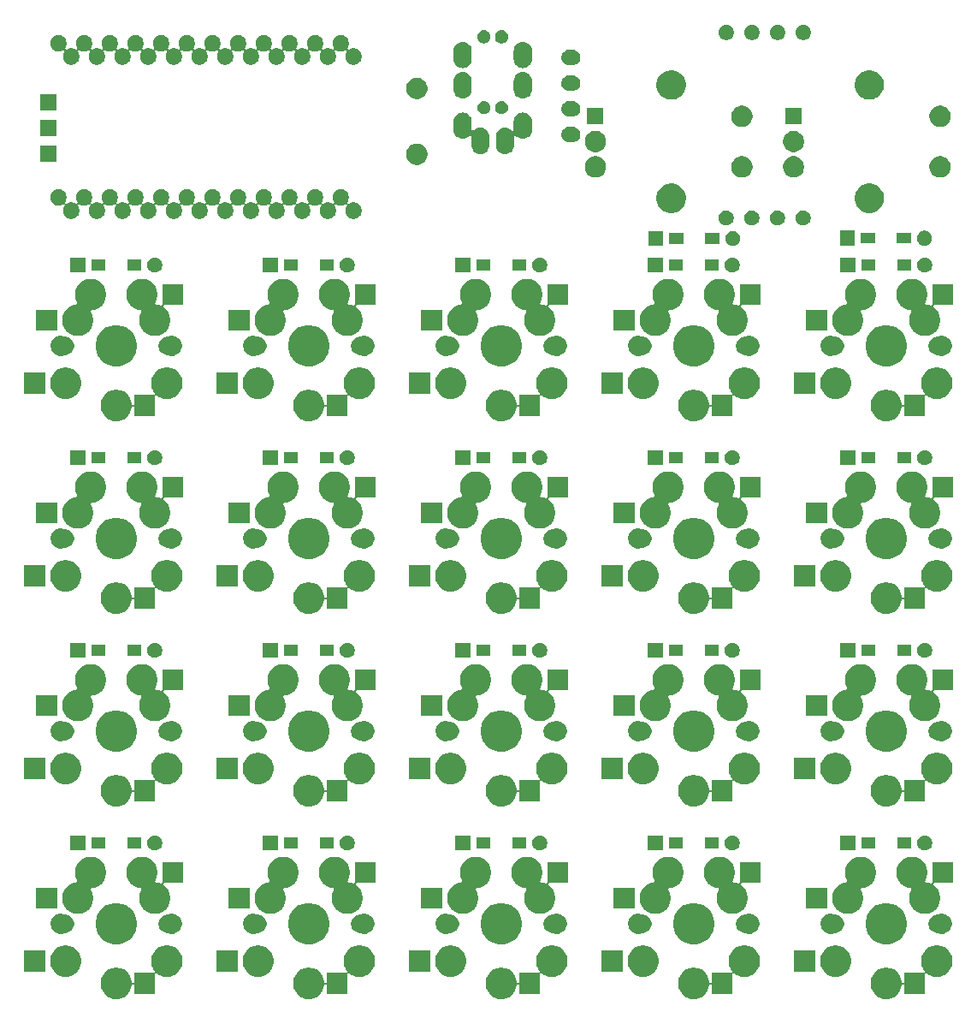
<source format=gbr>
G04 #@! TF.GenerationSoftware,KiCad,Pcbnew,(5.1.6-0-10_14)*
G04 #@! TF.CreationDate,2022-12-11T18:06:32+09:00*
G04 #@! TF.ProjectId,cool644,636f6f6c-3634-4342-9e6b-696361645f70,rev?*
G04 #@! TF.SameCoordinates,Original*
G04 #@! TF.FileFunction,Soldermask,Bot*
G04 #@! TF.FilePolarity,Negative*
%FSLAX46Y46*%
G04 Gerber Fmt 4.6, Leading zero omitted, Abs format (unit mm)*
G04 Created by KiCad (PCBNEW (5.1.6-0-10_14)) date 2022-12-11 18:06:32*
%MOMM*%
%LPD*%
G01*
G04 APERTURE LIST*
%ADD10C,0.100000*%
G04 APERTURE END LIST*
D10*
G36*
X81502585Y-59328802D02*
G01*
X81652410Y-59358604D01*
X81934674Y-59475521D01*
X82188705Y-59645259D01*
X82404741Y-59861295D01*
X82574479Y-60115326D01*
X82691396Y-60397590D01*
X82751000Y-60697240D01*
X82751000Y-61002760D01*
X82691396Y-61302410D01*
X82574479Y-61584674D01*
X82404741Y-61838705D01*
X82188705Y-62054741D01*
X81934674Y-62224479D01*
X81652410Y-62341396D01*
X81502585Y-62371198D01*
X81352761Y-62401000D01*
X81047239Y-62401000D01*
X80897415Y-62371198D01*
X80747590Y-62341396D01*
X80465326Y-62224479D01*
X80211295Y-62054741D01*
X80211290Y-62054736D01*
X80207662Y-62052312D01*
X80195445Y-62042286D01*
X80173834Y-62030735D01*
X80150385Y-62023622D01*
X80125999Y-62021220D01*
X80101613Y-62023622D01*
X80078164Y-62030735D01*
X80056553Y-62042286D01*
X80037611Y-62057831D01*
X80022066Y-62076773D01*
X80010515Y-62098384D01*
X80003402Y-62121833D01*
X80001000Y-62146219D01*
X80001000Y-64101000D01*
X77999000Y-64101000D01*
X77999000Y-63225116D01*
X77996598Y-63200730D01*
X77989485Y-63177281D01*
X77977934Y-63155670D01*
X77962389Y-63136728D01*
X77943447Y-63121183D01*
X77921836Y-63109632D01*
X77898387Y-63102519D01*
X77874001Y-63100117D01*
X77849615Y-63102519D01*
X77826166Y-63109632D01*
X77804555Y-63121183D01*
X77785613Y-63136728D01*
X77770068Y-63155670D01*
X77758517Y-63177281D01*
X77751404Y-63200730D01*
X77751000Y-63202760D01*
X77691396Y-63502410D01*
X77574479Y-63784674D01*
X77404741Y-64038705D01*
X77188705Y-64254741D01*
X76934674Y-64424479D01*
X76652410Y-64541396D01*
X76502585Y-64571198D01*
X76352761Y-64601000D01*
X76047239Y-64601000D01*
X75897415Y-64571198D01*
X75747590Y-64541396D01*
X75465326Y-64424479D01*
X75211295Y-64254741D01*
X74995259Y-64038705D01*
X74825521Y-63784674D01*
X74708604Y-63502410D01*
X74649000Y-63202760D01*
X74649000Y-62897240D01*
X74708604Y-62597590D01*
X74825521Y-62315326D01*
X74995259Y-62061295D01*
X75211295Y-61845259D01*
X75465326Y-61675521D01*
X75747590Y-61558604D01*
X75897415Y-61528802D01*
X76047239Y-61499000D01*
X76352761Y-61499000D01*
X76502585Y-61528802D01*
X76652410Y-61558604D01*
X76934674Y-61675521D01*
X77188705Y-61845259D01*
X77404741Y-62061295D01*
X77574479Y-62315326D01*
X77691396Y-62597590D01*
X77691396Y-62597591D01*
X77751404Y-62899270D01*
X77758517Y-62922719D01*
X77770068Y-62944330D01*
X77785613Y-62963272D01*
X77804555Y-62978817D01*
X77826166Y-62990368D01*
X77849615Y-62997481D01*
X77874001Y-62999883D01*
X77898387Y-62997481D01*
X77921836Y-62990368D01*
X77943447Y-62978817D01*
X77962389Y-62963272D01*
X77977934Y-62944330D01*
X77989485Y-62922719D01*
X77996598Y-62899270D01*
X77999000Y-62874884D01*
X77999000Y-61999000D01*
X79868509Y-61999000D01*
X79892895Y-61996598D01*
X79916344Y-61989485D01*
X79937955Y-61977934D01*
X79956897Y-61962389D01*
X79972442Y-61943447D01*
X79983993Y-61921836D01*
X79991106Y-61898387D01*
X79993508Y-61874001D01*
X79991106Y-61849615D01*
X79983993Y-61826166D01*
X79972447Y-61804565D01*
X79825521Y-61584674D01*
X79708604Y-61302410D01*
X79649000Y-61002760D01*
X79649000Y-60697240D01*
X79708604Y-60397590D01*
X79825521Y-60115326D01*
X79995259Y-59861295D01*
X80211295Y-59645259D01*
X80465326Y-59475521D01*
X80747590Y-59358604D01*
X80897415Y-59328802D01*
X81047239Y-59299000D01*
X81352761Y-59299000D01*
X81502585Y-59328802D01*
G37*
G36*
X5302585Y-59328802D02*
G01*
X5452410Y-59358604D01*
X5734674Y-59475521D01*
X5988705Y-59645259D01*
X6204741Y-59861295D01*
X6374479Y-60115326D01*
X6491396Y-60397590D01*
X6551000Y-60697240D01*
X6551000Y-61002760D01*
X6491396Y-61302410D01*
X6374479Y-61584674D01*
X6204741Y-61838705D01*
X5988705Y-62054741D01*
X5734674Y-62224479D01*
X5452410Y-62341396D01*
X5302585Y-62371198D01*
X5152761Y-62401000D01*
X4847239Y-62401000D01*
X4697415Y-62371198D01*
X4547590Y-62341396D01*
X4265326Y-62224479D01*
X4011295Y-62054741D01*
X4011290Y-62054736D01*
X4007662Y-62052312D01*
X3995445Y-62042286D01*
X3973834Y-62030735D01*
X3950385Y-62023622D01*
X3925999Y-62021220D01*
X3901613Y-62023622D01*
X3878164Y-62030735D01*
X3856553Y-62042286D01*
X3837611Y-62057831D01*
X3822066Y-62076773D01*
X3810515Y-62098384D01*
X3803402Y-62121833D01*
X3801000Y-62146219D01*
X3801000Y-64101000D01*
X1799000Y-64101000D01*
X1799000Y-63225116D01*
X1796598Y-63200730D01*
X1789485Y-63177281D01*
X1777934Y-63155670D01*
X1762389Y-63136728D01*
X1743447Y-63121183D01*
X1721836Y-63109632D01*
X1698387Y-63102519D01*
X1674001Y-63100117D01*
X1649615Y-63102519D01*
X1626166Y-63109632D01*
X1604555Y-63121183D01*
X1585613Y-63136728D01*
X1570068Y-63155670D01*
X1558517Y-63177281D01*
X1551404Y-63200730D01*
X1551000Y-63202760D01*
X1491396Y-63502410D01*
X1374479Y-63784674D01*
X1204741Y-64038705D01*
X988705Y-64254741D01*
X734674Y-64424479D01*
X452410Y-64541396D01*
X302585Y-64571198D01*
X152761Y-64601000D01*
X-152761Y-64601000D01*
X-302585Y-64571198D01*
X-452410Y-64541396D01*
X-734674Y-64424479D01*
X-988705Y-64254741D01*
X-1204741Y-64038705D01*
X-1374479Y-63784674D01*
X-1491396Y-63502410D01*
X-1551000Y-63202760D01*
X-1551000Y-62897240D01*
X-1491396Y-62597590D01*
X-1374479Y-62315326D01*
X-1204741Y-62061295D01*
X-988705Y-61845259D01*
X-734674Y-61675521D01*
X-452410Y-61558604D01*
X-302585Y-61528802D01*
X-152761Y-61499000D01*
X152761Y-61499000D01*
X302585Y-61528802D01*
X452410Y-61558604D01*
X734674Y-61675521D01*
X988705Y-61845259D01*
X1204741Y-62061295D01*
X1374479Y-62315326D01*
X1491396Y-62597590D01*
X1491396Y-62597591D01*
X1551404Y-62899270D01*
X1558517Y-62922719D01*
X1570068Y-62944330D01*
X1585613Y-62963272D01*
X1604555Y-62978817D01*
X1626166Y-62990368D01*
X1649615Y-62997481D01*
X1674001Y-62999883D01*
X1698387Y-62997481D01*
X1721836Y-62990368D01*
X1743447Y-62978817D01*
X1762389Y-62963272D01*
X1777934Y-62944330D01*
X1789485Y-62922719D01*
X1796598Y-62899270D01*
X1799000Y-62874884D01*
X1799000Y-61999000D01*
X3668509Y-61999000D01*
X3692895Y-61996598D01*
X3716344Y-61989485D01*
X3737955Y-61977934D01*
X3756897Y-61962389D01*
X3772442Y-61943447D01*
X3783993Y-61921836D01*
X3791106Y-61898387D01*
X3793508Y-61874001D01*
X3791106Y-61849615D01*
X3783993Y-61826166D01*
X3772447Y-61804565D01*
X3625521Y-61584674D01*
X3508604Y-61302410D01*
X3449000Y-61002760D01*
X3449000Y-60697240D01*
X3508604Y-60397590D01*
X3625521Y-60115326D01*
X3795259Y-59861295D01*
X4011295Y-59645259D01*
X4265326Y-59475521D01*
X4547590Y-59358604D01*
X4697415Y-59328802D01*
X4847239Y-59299000D01*
X5152761Y-59299000D01*
X5302585Y-59328802D01*
G37*
G36*
X62452585Y-59328802D02*
G01*
X62602410Y-59358604D01*
X62884674Y-59475521D01*
X63138705Y-59645259D01*
X63354741Y-59861295D01*
X63524479Y-60115326D01*
X63641396Y-60397590D01*
X63701000Y-60697240D01*
X63701000Y-61002760D01*
X63641396Y-61302410D01*
X63524479Y-61584674D01*
X63354741Y-61838705D01*
X63138705Y-62054741D01*
X62884674Y-62224479D01*
X62602410Y-62341396D01*
X62452585Y-62371198D01*
X62302761Y-62401000D01*
X61997239Y-62401000D01*
X61847415Y-62371198D01*
X61697590Y-62341396D01*
X61415326Y-62224479D01*
X61161295Y-62054741D01*
X61161290Y-62054736D01*
X61157662Y-62052312D01*
X61145445Y-62042286D01*
X61123834Y-62030735D01*
X61100385Y-62023622D01*
X61075999Y-62021220D01*
X61051613Y-62023622D01*
X61028164Y-62030735D01*
X61006553Y-62042286D01*
X60987611Y-62057831D01*
X60972066Y-62076773D01*
X60960515Y-62098384D01*
X60953402Y-62121833D01*
X60951000Y-62146219D01*
X60951000Y-64101000D01*
X58949000Y-64101000D01*
X58949000Y-63225116D01*
X58946598Y-63200730D01*
X58939485Y-63177281D01*
X58927934Y-63155670D01*
X58912389Y-63136728D01*
X58893447Y-63121183D01*
X58871836Y-63109632D01*
X58848387Y-63102519D01*
X58824001Y-63100117D01*
X58799615Y-63102519D01*
X58776166Y-63109632D01*
X58754555Y-63121183D01*
X58735613Y-63136728D01*
X58720068Y-63155670D01*
X58708517Y-63177281D01*
X58701404Y-63200730D01*
X58701000Y-63202760D01*
X58641396Y-63502410D01*
X58524479Y-63784674D01*
X58354741Y-64038705D01*
X58138705Y-64254741D01*
X57884674Y-64424479D01*
X57602410Y-64541396D01*
X57452585Y-64571198D01*
X57302761Y-64601000D01*
X56997239Y-64601000D01*
X56847415Y-64571198D01*
X56697590Y-64541396D01*
X56415326Y-64424479D01*
X56161295Y-64254741D01*
X55945259Y-64038705D01*
X55775521Y-63784674D01*
X55658604Y-63502410D01*
X55599000Y-63202760D01*
X55599000Y-62897240D01*
X55658604Y-62597590D01*
X55775521Y-62315326D01*
X55945259Y-62061295D01*
X56161295Y-61845259D01*
X56415326Y-61675521D01*
X56697590Y-61558604D01*
X56847415Y-61528802D01*
X56997239Y-61499000D01*
X57302761Y-61499000D01*
X57452585Y-61528802D01*
X57602410Y-61558604D01*
X57884674Y-61675521D01*
X58138705Y-61845259D01*
X58354741Y-62061295D01*
X58524479Y-62315326D01*
X58641396Y-62597590D01*
X58641396Y-62597591D01*
X58701404Y-62899270D01*
X58708517Y-62922719D01*
X58720068Y-62944330D01*
X58735613Y-62963272D01*
X58754555Y-62978817D01*
X58776166Y-62990368D01*
X58799615Y-62997481D01*
X58824001Y-62999883D01*
X58848387Y-62997481D01*
X58871836Y-62990368D01*
X58893447Y-62978817D01*
X58912389Y-62963272D01*
X58927934Y-62944330D01*
X58939485Y-62922719D01*
X58946598Y-62899270D01*
X58949000Y-62874884D01*
X58949000Y-61999000D01*
X60818509Y-61999000D01*
X60842895Y-61996598D01*
X60866344Y-61989485D01*
X60887955Y-61977934D01*
X60906897Y-61962389D01*
X60922442Y-61943447D01*
X60933993Y-61921836D01*
X60941106Y-61898387D01*
X60943508Y-61874001D01*
X60941106Y-61849615D01*
X60933993Y-61826166D01*
X60922447Y-61804565D01*
X60775521Y-61584674D01*
X60658604Y-61302410D01*
X60599000Y-61002760D01*
X60599000Y-60697240D01*
X60658604Y-60397590D01*
X60775521Y-60115326D01*
X60945259Y-59861295D01*
X61161295Y-59645259D01*
X61415326Y-59475521D01*
X61697590Y-59358604D01*
X61847415Y-59328802D01*
X61997239Y-59299000D01*
X62302761Y-59299000D01*
X62452585Y-59328802D01*
G37*
G36*
X43402585Y-59328802D02*
G01*
X43552410Y-59358604D01*
X43834674Y-59475521D01*
X44088705Y-59645259D01*
X44304741Y-59861295D01*
X44474479Y-60115326D01*
X44591396Y-60397590D01*
X44651000Y-60697240D01*
X44651000Y-61002760D01*
X44591396Y-61302410D01*
X44474479Y-61584674D01*
X44304741Y-61838705D01*
X44088705Y-62054741D01*
X43834674Y-62224479D01*
X43552410Y-62341396D01*
X43402585Y-62371198D01*
X43252761Y-62401000D01*
X42947239Y-62401000D01*
X42797415Y-62371198D01*
X42647590Y-62341396D01*
X42365326Y-62224479D01*
X42111295Y-62054741D01*
X42111290Y-62054736D01*
X42107662Y-62052312D01*
X42095445Y-62042286D01*
X42073834Y-62030735D01*
X42050385Y-62023622D01*
X42025999Y-62021220D01*
X42001613Y-62023622D01*
X41978164Y-62030735D01*
X41956553Y-62042286D01*
X41937611Y-62057831D01*
X41922066Y-62076773D01*
X41910515Y-62098384D01*
X41903402Y-62121833D01*
X41901000Y-62146219D01*
X41901000Y-64101000D01*
X39899000Y-64101000D01*
X39899000Y-63225116D01*
X39896598Y-63200730D01*
X39889485Y-63177281D01*
X39877934Y-63155670D01*
X39862389Y-63136728D01*
X39843447Y-63121183D01*
X39821836Y-63109632D01*
X39798387Y-63102519D01*
X39774001Y-63100117D01*
X39749615Y-63102519D01*
X39726166Y-63109632D01*
X39704555Y-63121183D01*
X39685613Y-63136728D01*
X39670068Y-63155670D01*
X39658517Y-63177281D01*
X39651404Y-63200730D01*
X39651000Y-63202760D01*
X39591396Y-63502410D01*
X39474479Y-63784674D01*
X39304741Y-64038705D01*
X39088705Y-64254741D01*
X38834674Y-64424479D01*
X38552410Y-64541396D01*
X38402585Y-64571198D01*
X38252761Y-64601000D01*
X37947239Y-64601000D01*
X37797415Y-64571198D01*
X37647590Y-64541396D01*
X37365326Y-64424479D01*
X37111295Y-64254741D01*
X36895259Y-64038705D01*
X36725521Y-63784674D01*
X36608604Y-63502410D01*
X36549000Y-63202760D01*
X36549000Y-62897240D01*
X36608604Y-62597590D01*
X36725521Y-62315326D01*
X36895259Y-62061295D01*
X37111295Y-61845259D01*
X37365326Y-61675521D01*
X37647590Y-61558604D01*
X37797415Y-61528802D01*
X37947239Y-61499000D01*
X38252761Y-61499000D01*
X38402585Y-61528802D01*
X38552410Y-61558604D01*
X38834674Y-61675521D01*
X39088705Y-61845259D01*
X39304741Y-62061295D01*
X39474479Y-62315326D01*
X39591396Y-62597590D01*
X39591396Y-62597591D01*
X39651404Y-62899270D01*
X39658517Y-62922719D01*
X39670068Y-62944330D01*
X39685613Y-62963272D01*
X39704555Y-62978817D01*
X39726166Y-62990368D01*
X39749615Y-62997481D01*
X39774001Y-62999883D01*
X39798387Y-62997481D01*
X39821836Y-62990368D01*
X39843447Y-62978817D01*
X39862389Y-62963272D01*
X39877934Y-62944330D01*
X39889485Y-62922719D01*
X39896598Y-62899270D01*
X39899000Y-62874884D01*
X39899000Y-61999000D01*
X41768509Y-61999000D01*
X41792895Y-61996598D01*
X41816344Y-61989485D01*
X41837955Y-61977934D01*
X41856897Y-61962389D01*
X41872442Y-61943447D01*
X41883993Y-61921836D01*
X41891106Y-61898387D01*
X41893508Y-61874001D01*
X41891106Y-61849615D01*
X41883993Y-61826166D01*
X41872447Y-61804565D01*
X41725521Y-61584674D01*
X41608604Y-61302410D01*
X41549000Y-61002760D01*
X41549000Y-60697240D01*
X41608604Y-60397590D01*
X41725521Y-60115326D01*
X41895259Y-59861295D01*
X42111295Y-59645259D01*
X42365326Y-59475521D01*
X42647590Y-59358604D01*
X42797415Y-59328802D01*
X42947239Y-59299000D01*
X43252761Y-59299000D01*
X43402585Y-59328802D01*
G37*
G36*
X24352585Y-59328802D02*
G01*
X24502410Y-59358604D01*
X24784674Y-59475521D01*
X25038705Y-59645259D01*
X25254741Y-59861295D01*
X25424479Y-60115326D01*
X25541396Y-60397590D01*
X25601000Y-60697240D01*
X25601000Y-61002760D01*
X25541396Y-61302410D01*
X25424479Y-61584674D01*
X25254741Y-61838705D01*
X25038705Y-62054741D01*
X24784674Y-62224479D01*
X24502410Y-62341396D01*
X24352585Y-62371198D01*
X24202761Y-62401000D01*
X23897239Y-62401000D01*
X23747415Y-62371198D01*
X23597590Y-62341396D01*
X23315326Y-62224479D01*
X23061295Y-62054741D01*
X23061290Y-62054736D01*
X23057662Y-62052312D01*
X23045445Y-62042286D01*
X23023834Y-62030735D01*
X23000385Y-62023622D01*
X22975999Y-62021220D01*
X22951613Y-62023622D01*
X22928164Y-62030735D01*
X22906553Y-62042286D01*
X22887611Y-62057831D01*
X22872066Y-62076773D01*
X22860515Y-62098384D01*
X22853402Y-62121833D01*
X22851000Y-62146219D01*
X22851000Y-64101000D01*
X20849000Y-64101000D01*
X20849000Y-63225116D01*
X20846598Y-63200730D01*
X20839485Y-63177281D01*
X20827934Y-63155670D01*
X20812389Y-63136728D01*
X20793447Y-63121183D01*
X20771836Y-63109632D01*
X20748387Y-63102519D01*
X20724001Y-63100117D01*
X20699615Y-63102519D01*
X20676166Y-63109632D01*
X20654555Y-63121183D01*
X20635613Y-63136728D01*
X20620068Y-63155670D01*
X20608517Y-63177281D01*
X20601404Y-63200730D01*
X20601000Y-63202760D01*
X20541396Y-63502410D01*
X20424479Y-63784674D01*
X20254741Y-64038705D01*
X20038705Y-64254741D01*
X19784674Y-64424479D01*
X19502410Y-64541396D01*
X19352585Y-64571198D01*
X19202761Y-64601000D01*
X18897239Y-64601000D01*
X18747415Y-64571198D01*
X18597590Y-64541396D01*
X18315326Y-64424479D01*
X18061295Y-64254741D01*
X17845259Y-64038705D01*
X17675521Y-63784674D01*
X17558604Y-63502410D01*
X17499000Y-63202760D01*
X17499000Y-62897240D01*
X17558604Y-62597590D01*
X17675521Y-62315326D01*
X17845259Y-62061295D01*
X18061295Y-61845259D01*
X18315326Y-61675521D01*
X18597590Y-61558604D01*
X18747415Y-61528802D01*
X18897239Y-61499000D01*
X19202761Y-61499000D01*
X19352585Y-61528802D01*
X19502410Y-61558604D01*
X19784674Y-61675521D01*
X20038705Y-61845259D01*
X20254741Y-62061295D01*
X20424479Y-62315326D01*
X20541396Y-62597590D01*
X20541396Y-62597591D01*
X20601404Y-62899270D01*
X20608517Y-62922719D01*
X20620068Y-62944330D01*
X20635613Y-62963272D01*
X20654555Y-62978817D01*
X20676166Y-62990368D01*
X20699615Y-62997481D01*
X20724001Y-62999883D01*
X20748387Y-62997481D01*
X20771836Y-62990368D01*
X20793447Y-62978817D01*
X20812389Y-62963272D01*
X20827934Y-62944330D01*
X20839485Y-62922719D01*
X20846598Y-62899270D01*
X20849000Y-62874884D01*
X20849000Y-61999000D01*
X22718509Y-61999000D01*
X22742895Y-61996598D01*
X22766344Y-61989485D01*
X22787955Y-61977934D01*
X22806897Y-61962389D01*
X22822442Y-61943447D01*
X22833993Y-61921836D01*
X22841106Y-61898387D01*
X22843508Y-61874001D01*
X22841106Y-61849615D01*
X22833993Y-61826166D01*
X22822447Y-61804565D01*
X22675521Y-61584674D01*
X22558604Y-61302410D01*
X22499000Y-61002760D01*
X22499000Y-60697240D01*
X22558604Y-60397590D01*
X22675521Y-60115326D01*
X22845259Y-59861295D01*
X23061295Y-59645259D01*
X23315326Y-59475521D01*
X23597590Y-59358604D01*
X23747415Y-59328802D01*
X23897239Y-59299000D01*
X24202761Y-59299000D01*
X24352585Y-59328802D01*
G37*
G36*
X-4697415Y-59328802D02*
G01*
X-4547590Y-59358604D01*
X-4265326Y-59475521D01*
X-4011295Y-59645259D01*
X-3795259Y-59861295D01*
X-3625521Y-60115326D01*
X-3508604Y-60397590D01*
X-3449000Y-60697240D01*
X-3449000Y-61002760D01*
X-3508604Y-61302410D01*
X-3625521Y-61584674D01*
X-3795259Y-61838705D01*
X-4011295Y-62054741D01*
X-4265326Y-62224479D01*
X-4547590Y-62341396D01*
X-4697415Y-62371198D01*
X-4847239Y-62401000D01*
X-5152761Y-62401000D01*
X-5302585Y-62371198D01*
X-5452410Y-62341396D01*
X-5734674Y-62224479D01*
X-5988705Y-62054741D01*
X-6204741Y-61838705D01*
X-6374479Y-61584674D01*
X-6491396Y-61302410D01*
X-6551000Y-61002760D01*
X-6551000Y-60697240D01*
X-6491396Y-60397590D01*
X-6374479Y-60115326D01*
X-6204741Y-59861295D01*
X-5988705Y-59645259D01*
X-5734674Y-59475521D01*
X-5452410Y-59358604D01*
X-5302585Y-59328802D01*
X-5152761Y-59299000D01*
X-4847239Y-59299000D01*
X-4697415Y-59328802D01*
G37*
G36*
X52452585Y-59328802D02*
G01*
X52602410Y-59358604D01*
X52884674Y-59475521D01*
X53138705Y-59645259D01*
X53354741Y-59861295D01*
X53524479Y-60115326D01*
X53641396Y-60397590D01*
X53701000Y-60697240D01*
X53701000Y-61002760D01*
X53641396Y-61302410D01*
X53524479Y-61584674D01*
X53354741Y-61838705D01*
X53138705Y-62054741D01*
X52884674Y-62224479D01*
X52602410Y-62341396D01*
X52452585Y-62371198D01*
X52302761Y-62401000D01*
X51997239Y-62401000D01*
X51847415Y-62371198D01*
X51697590Y-62341396D01*
X51415326Y-62224479D01*
X51161295Y-62054741D01*
X50945259Y-61838705D01*
X50775521Y-61584674D01*
X50658604Y-61302410D01*
X50599000Y-61002760D01*
X50599000Y-60697240D01*
X50658604Y-60397590D01*
X50775521Y-60115326D01*
X50945259Y-59861295D01*
X51161295Y-59645259D01*
X51415326Y-59475521D01*
X51697590Y-59358604D01*
X51847415Y-59328802D01*
X51997239Y-59299000D01*
X52302761Y-59299000D01*
X52452585Y-59328802D01*
G37*
G36*
X14352585Y-59328802D02*
G01*
X14502410Y-59358604D01*
X14784674Y-59475521D01*
X15038705Y-59645259D01*
X15254741Y-59861295D01*
X15424479Y-60115326D01*
X15541396Y-60397590D01*
X15601000Y-60697240D01*
X15601000Y-61002760D01*
X15541396Y-61302410D01*
X15424479Y-61584674D01*
X15254741Y-61838705D01*
X15038705Y-62054741D01*
X14784674Y-62224479D01*
X14502410Y-62341396D01*
X14352585Y-62371198D01*
X14202761Y-62401000D01*
X13897239Y-62401000D01*
X13747415Y-62371198D01*
X13597590Y-62341396D01*
X13315326Y-62224479D01*
X13061295Y-62054741D01*
X12845259Y-61838705D01*
X12675521Y-61584674D01*
X12558604Y-61302410D01*
X12499000Y-61002760D01*
X12499000Y-60697240D01*
X12558604Y-60397590D01*
X12675521Y-60115326D01*
X12845259Y-59861295D01*
X13061295Y-59645259D01*
X13315326Y-59475521D01*
X13597590Y-59358604D01*
X13747415Y-59328802D01*
X13897239Y-59299000D01*
X14202761Y-59299000D01*
X14352585Y-59328802D01*
G37*
G36*
X33402585Y-59328802D02*
G01*
X33552410Y-59358604D01*
X33834674Y-59475521D01*
X34088705Y-59645259D01*
X34304741Y-59861295D01*
X34474479Y-60115326D01*
X34591396Y-60397590D01*
X34651000Y-60697240D01*
X34651000Y-61002760D01*
X34591396Y-61302410D01*
X34474479Y-61584674D01*
X34304741Y-61838705D01*
X34088705Y-62054741D01*
X33834674Y-62224479D01*
X33552410Y-62341396D01*
X33402585Y-62371198D01*
X33252761Y-62401000D01*
X32947239Y-62401000D01*
X32797415Y-62371198D01*
X32647590Y-62341396D01*
X32365326Y-62224479D01*
X32111295Y-62054741D01*
X31895259Y-61838705D01*
X31725521Y-61584674D01*
X31608604Y-61302410D01*
X31549000Y-61002760D01*
X31549000Y-60697240D01*
X31608604Y-60397590D01*
X31725521Y-60115326D01*
X31895259Y-59861295D01*
X32111295Y-59645259D01*
X32365326Y-59475521D01*
X32647590Y-59358604D01*
X32797415Y-59328802D01*
X32947239Y-59299000D01*
X33252761Y-59299000D01*
X33402585Y-59328802D01*
G37*
G36*
X71502585Y-59328802D02*
G01*
X71652410Y-59358604D01*
X71934674Y-59475521D01*
X72188705Y-59645259D01*
X72404741Y-59861295D01*
X72574479Y-60115326D01*
X72691396Y-60397590D01*
X72751000Y-60697240D01*
X72751000Y-61002760D01*
X72691396Y-61302410D01*
X72574479Y-61584674D01*
X72404741Y-61838705D01*
X72188705Y-62054741D01*
X71934674Y-62224479D01*
X71652410Y-62341396D01*
X71502585Y-62371198D01*
X71352761Y-62401000D01*
X71047239Y-62401000D01*
X70897415Y-62371198D01*
X70747590Y-62341396D01*
X70465326Y-62224479D01*
X70211295Y-62054741D01*
X69995259Y-61838705D01*
X69825521Y-61584674D01*
X69708604Y-61302410D01*
X69649000Y-61002760D01*
X69649000Y-60697240D01*
X69708604Y-60397590D01*
X69825521Y-60115326D01*
X69995259Y-59861295D01*
X70211295Y-59645259D01*
X70465326Y-59475521D01*
X70747590Y-59358604D01*
X70897415Y-59328802D01*
X71047239Y-59299000D01*
X71352761Y-59299000D01*
X71502585Y-59328802D01*
G37*
G36*
X69151000Y-61901000D02*
G01*
X67049000Y-61901000D01*
X67049000Y-59799000D01*
X69151000Y-59799000D01*
X69151000Y-61901000D01*
G37*
G36*
X-7049000Y-61901000D02*
G01*
X-9151000Y-61901000D01*
X-9151000Y-59799000D01*
X-7049000Y-59799000D01*
X-7049000Y-61901000D01*
G37*
G36*
X50101000Y-61901000D02*
G01*
X47999000Y-61901000D01*
X47999000Y-59799000D01*
X50101000Y-59799000D01*
X50101000Y-61901000D01*
G37*
G36*
X31051000Y-61901000D02*
G01*
X28949000Y-61901000D01*
X28949000Y-59799000D01*
X31051000Y-59799000D01*
X31051000Y-61901000D01*
G37*
G36*
X12001000Y-61901000D02*
G01*
X9899000Y-61901000D01*
X9899000Y-59799000D01*
X12001000Y-59799000D01*
X12001000Y-61901000D01*
G37*
G36*
X57748254Y-55177818D02*
G01*
X58121511Y-55332426D01*
X58121513Y-55332427D01*
X58457436Y-55556884D01*
X58743116Y-55842564D01*
X58955889Y-56161000D01*
X58967574Y-56178489D01*
X59122182Y-56551746D01*
X59201000Y-56947993D01*
X59201000Y-57352007D01*
X59122182Y-57748254D01*
X58992839Y-58060515D01*
X58967573Y-58121513D01*
X58743116Y-58457436D01*
X58457436Y-58743116D01*
X58121513Y-58967573D01*
X58121512Y-58967574D01*
X58121511Y-58967574D01*
X57748254Y-59122182D01*
X57352007Y-59201000D01*
X56947993Y-59201000D01*
X56551746Y-59122182D01*
X56178489Y-58967574D01*
X56178488Y-58967574D01*
X56178487Y-58967573D01*
X55842564Y-58743116D01*
X55556884Y-58457436D01*
X55332427Y-58121513D01*
X55307161Y-58060515D01*
X55177818Y-57748254D01*
X55099000Y-57352007D01*
X55099000Y-56947993D01*
X55177818Y-56551746D01*
X55332426Y-56178489D01*
X55344112Y-56161000D01*
X55556884Y-55842564D01*
X55842564Y-55556884D01*
X56178487Y-55332427D01*
X56178489Y-55332426D01*
X56551746Y-55177818D01*
X56947993Y-55099000D01*
X57352007Y-55099000D01*
X57748254Y-55177818D01*
G37*
G36*
X598254Y-55177818D02*
G01*
X971511Y-55332426D01*
X971513Y-55332427D01*
X1307436Y-55556884D01*
X1593116Y-55842564D01*
X1805889Y-56161000D01*
X1817574Y-56178489D01*
X1972182Y-56551746D01*
X2051000Y-56947993D01*
X2051000Y-57352007D01*
X1972182Y-57748254D01*
X1842839Y-58060515D01*
X1817573Y-58121513D01*
X1593116Y-58457436D01*
X1307436Y-58743116D01*
X971513Y-58967573D01*
X971512Y-58967574D01*
X971511Y-58967574D01*
X598254Y-59122182D01*
X202007Y-59201000D01*
X-202007Y-59201000D01*
X-598254Y-59122182D01*
X-971511Y-58967574D01*
X-971512Y-58967574D01*
X-971513Y-58967573D01*
X-1307436Y-58743116D01*
X-1593116Y-58457436D01*
X-1817573Y-58121513D01*
X-1842839Y-58060515D01*
X-1972182Y-57748254D01*
X-2051000Y-57352007D01*
X-2051000Y-56947993D01*
X-1972182Y-56551746D01*
X-1817574Y-56178489D01*
X-1805888Y-56161000D01*
X-1593116Y-55842564D01*
X-1307436Y-55556884D01*
X-971513Y-55332427D01*
X-971511Y-55332426D01*
X-598254Y-55177818D01*
X-202007Y-55099000D01*
X202007Y-55099000D01*
X598254Y-55177818D01*
G37*
G36*
X76798254Y-55177818D02*
G01*
X77171511Y-55332426D01*
X77171513Y-55332427D01*
X77507436Y-55556884D01*
X77793116Y-55842564D01*
X78005889Y-56161000D01*
X78017574Y-56178489D01*
X78172182Y-56551746D01*
X78251000Y-56947993D01*
X78251000Y-57352007D01*
X78172182Y-57748254D01*
X78042839Y-58060515D01*
X78017573Y-58121513D01*
X77793116Y-58457436D01*
X77507436Y-58743116D01*
X77171513Y-58967573D01*
X77171512Y-58967574D01*
X77171511Y-58967574D01*
X76798254Y-59122182D01*
X76402007Y-59201000D01*
X75997993Y-59201000D01*
X75601746Y-59122182D01*
X75228489Y-58967574D01*
X75228488Y-58967574D01*
X75228487Y-58967573D01*
X74892564Y-58743116D01*
X74606884Y-58457436D01*
X74382427Y-58121513D01*
X74357161Y-58060515D01*
X74227818Y-57748254D01*
X74149000Y-57352007D01*
X74149000Y-56947993D01*
X74227818Y-56551746D01*
X74382426Y-56178489D01*
X74394112Y-56161000D01*
X74606884Y-55842564D01*
X74892564Y-55556884D01*
X75228487Y-55332427D01*
X75228489Y-55332426D01*
X75601746Y-55177818D01*
X75997993Y-55099000D01*
X76402007Y-55099000D01*
X76798254Y-55177818D01*
G37*
G36*
X19648254Y-55177818D02*
G01*
X20021511Y-55332426D01*
X20021513Y-55332427D01*
X20357436Y-55556884D01*
X20643116Y-55842564D01*
X20855889Y-56161000D01*
X20867574Y-56178489D01*
X21022182Y-56551746D01*
X21101000Y-56947993D01*
X21101000Y-57352007D01*
X21022182Y-57748254D01*
X20892839Y-58060515D01*
X20867573Y-58121513D01*
X20643116Y-58457436D01*
X20357436Y-58743116D01*
X20021513Y-58967573D01*
X20021512Y-58967574D01*
X20021511Y-58967574D01*
X19648254Y-59122182D01*
X19252007Y-59201000D01*
X18847993Y-59201000D01*
X18451746Y-59122182D01*
X18078489Y-58967574D01*
X18078488Y-58967574D01*
X18078487Y-58967573D01*
X17742564Y-58743116D01*
X17456884Y-58457436D01*
X17232427Y-58121513D01*
X17207161Y-58060515D01*
X17077818Y-57748254D01*
X16999000Y-57352007D01*
X16999000Y-56947993D01*
X17077818Y-56551746D01*
X17232426Y-56178489D01*
X17244112Y-56161000D01*
X17456884Y-55842564D01*
X17742564Y-55556884D01*
X18078487Y-55332427D01*
X18078489Y-55332426D01*
X18451746Y-55177818D01*
X18847993Y-55099000D01*
X19252007Y-55099000D01*
X19648254Y-55177818D01*
G37*
G36*
X38698254Y-55177818D02*
G01*
X39071511Y-55332426D01*
X39071513Y-55332427D01*
X39407436Y-55556884D01*
X39693116Y-55842564D01*
X39905889Y-56161000D01*
X39917574Y-56178489D01*
X40072182Y-56551746D01*
X40151000Y-56947993D01*
X40151000Y-57352007D01*
X40072182Y-57748254D01*
X39942839Y-58060515D01*
X39917573Y-58121513D01*
X39693116Y-58457436D01*
X39407436Y-58743116D01*
X39071513Y-58967573D01*
X39071512Y-58967574D01*
X39071511Y-58967574D01*
X38698254Y-59122182D01*
X38302007Y-59201000D01*
X37897993Y-59201000D01*
X37501746Y-59122182D01*
X37128489Y-58967574D01*
X37128488Y-58967574D01*
X37128487Y-58967573D01*
X36792564Y-58743116D01*
X36506884Y-58457436D01*
X36282427Y-58121513D01*
X36257161Y-58060515D01*
X36127818Y-57748254D01*
X36049000Y-57352007D01*
X36049000Y-56947993D01*
X36127818Y-56551746D01*
X36282426Y-56178489D01*
X36294112Y-56161000D01*
X36506884Y-55842564D01*
X36792564Y-55556884D01*
X37128487Y-55332427D01*
X37128489Y-55332426D01*
X37501746Y-55177818D01*
X37897993Y-55099000D01*
X38302007Y-55099000D01*
X38698254Y-55177818D01*
G37*
G36*
X32758918Y-56161000D02*
G01*
X32891981Y-56187468D01*
X33012310Y-56237311D01*
X33017560Y-56239485D01*
X33041009Y-56246598D01*
X33065395Y-56249000D01*
X33108742Y-56249000D01*
X33133512Y-56253927D01*
X33282812Y-56283624D01*
X33446784Y-56351544D01*
X33594354Y-56450147D01*
X33719853Y-56575646D01*
X33818456Y-56723216D01*
X33886376Y-56887188D01*
X33921000Y-57061259D01*
X33921000Y-57238741D01*
X33886376Y-57412812D01*
X33818456Y-57576784D01*
X33719853Y-57724354D01*
X33594354Y-57849853D01*
X33446784Y-57948456D01*
X33282812Y-58016376D01*
X33133512Y-58046073D01*
X33108742Y-58051000D01*
X33065395Y-58051000D01*
X33041009Y-58053402D01*
X33017560Y-58060515D01*
X32891981Y-58112532D01*
X32795285Y-58131766D01*
X32698591Y-58151000D01*
X32501409Y-58151000D01*
X32404715Y-58131766D01*
X32308019Y-58112532D01*
X32125849Y-58037074D01*
X31961900Y-57927527D01*
X31822473Y-57788100D01*
X31712926Y-57624151D01*
X31637468Y-57441981D01*
X31599000Y-57248590D01*
X31599000Y-57051410D01*
X31637468Y-56858019D01*
X31712926Y-56675849D01*
X31822473Y-56511900D01*
X31961900Y-56372473D01*
X32125849Y-56262926D01*
X32308019Y-56187468D01*
X32441082Y-56161000D01*
X32501409Y-56149000D01*
X32698591Y-56149000D01*
X32758918Y-56161000D01*
G37*
G36*
X43758918Y-56161000D02*
G01*
X43891981Y-56187468D01*
X44074151Y-56262926D01*
X44238100Y-56372473D01*
X44377527Y-56511900D01*
X44487074Y-56675849D01*
X44562532Y-56858019D01*
X44601000Y-57051410D01*
X44601000Y-57248590D01*
X44562532Y-57441981D01*
X44487074Y-57624151D01*
X44377527Y-57788100D01*
X44238100Y-57927527D01*
X44074151Y-58037074D01*
X43891981Y-58112532D01*
X43795285Y-58131766D01*
X43698591Y-58151000D01*
X43501409Y-58151000D01*
X43404715Y-58131766D01*
X43308019Y-58112532D01*
X43182440Y-58060515D01*
X43158991Y-58053402D01*
X43134605Y-58051000D01*
X43091258Y-58051000D01*
X43066488Y-58046073D01*
X42917188Y-58016376D01*
X42753216Y-57948456D01*
X42605646Y-57849853D01*
X42480147Y-57724354D01*
X42381544Y-57576784D01*
X42313624Y-57412812D01*
X42279000Y-57238741D01*
X42279000Y-57061259D01*
X42313624Y-56887188D01*
X42381544Y-56723216D01*
X42480147Y-56575646D01*
X42605646Y-56450147D01*
X42753216Y-56351544D01*
X42917188Y-56283624D01*
X43066488Y-56253927D01*
X43091258Y-56249000D01*
X43134605Y-56249000D01*
X43158991Y-56246598D01*
X43182440Y-56239485D01*
X43187690Y-56237311D01*
X43308019Y-56187468D01*
X43441082Y-56161000D01*
X43501409Y-56149000D01*
X43698591Y-56149000D01*
X43758918Y-56161000D01*
G37*
G36*
X81858918Y-56161000D02*
G01*
X81991981Y-56187468D01*
X82174151Y-56262926D01*
X82338100Y-56372473D01*
X82477527Y-56511900D01*
X82587074Y-56675849D01*
X82662532Y-56858019D01*
X82701000Y-57051410D01*
X82701000Y-57248590D01*
X82662532Y-57441981D01*
X82587074Y-57624151D01*
X82477527Y-57788100D01*
X82338100Y-57927527D01*
X82174151Y-58037074D01*
X81991981Y-58112532D01*
X81895285Y-58131766D01*
X81798591Y-58151000D01*
X81601409Y-58151000D01*
X81504715Y-58131766D01*
X81408019Y-58112532D01*
X81282440Y-58060515D01*
X81258991Y-58053402D01*
X81234605Y-58051000D01*
X81191258Y-58051000D01*
X81166488Y-58046073D01*
X81017188Y-58016376D01*
X80853216Y-57948456D01*
X80705646Y-57849853D01*
X80580147Y-57724354D01*
X80481544Y-57576784D01*
X80413624Y-57412812D01*
X80379000Y-57238741D01*
X80379000Y-57061259D01*
X80413624Y-56887188D01*
X80481544Y-56723216D01*
X80580147Y-56575646D01*
X80705646Y-56450147D01*
X80853216Y-56351544D01*
X81017188Y-56283624D01*
X81166488Y-56253927D01*
X81191258Y-56249000D01*
X81234605Y-56249000D01*
X81258991Y-56246598D01*
X81282440Y-56239485D01*
X81287690Y-56237311D01*
X81408019Y-56187468D01*
X81541082Y-56161000D01*
X81601409Y-56149000D01*
X81798591Y-56149000D01*
X81858918Y-56161000D01*
G37*
G36*
X70858918Y-56161000D02*
G01*
X70991981Y-56187468D01*
X71112310Y-56237311D01*
X71117560Y-56239485D01*
X71141009Y-56246598D01*
X71165395Y-56249000D01*
X71208742Y-56249000D01*
X71233512Y-56253927D01*
X71382812Y-56283624D01*
X71546784Y-56351544D01*
X71694354Y-56450147D01*
X71819853Y-56575646D01*
X71918456Y-56723216D01*
X71986376Y-56887188D01*
X72021000Y-57061259D01*
X72021000Y-57238741D01*
X71986376Y-57412812D01*
X71918456Y-57576784D01*
X71819853Y-57724354D01*
X71694354Y-57849853D01*
X71546784Y-57948456D01*
X71382812Y-58016376D01*
X71233512Y-58046073D01*
X71208742Y-58051000D01*
X71165395Y-58051000D01*
X71141009Y-58053402D01*
X71117560Y-58060515D01*
X70991981Y-58112532D01*
X70895285Y-58131766D01*
X70798591Y-58151000D01*
X70601409Y-58151000D01*
X70504715Y-58131766D01*
X70408019Y-58112532D01*
X70225849Y-58037074D01*
X70061900Y-57927527D01*
X69922473Y-57788100D01*
X69812926Y-57624151D01*
X69737468Y-57441981D01*
X69699000Y-57248590D01*
X69699000Y-57051410D01*
X69737468Y-56858019D01*
X69812926Y-56675849D01*
X69922473Y-56511900D01*
X70061900Y-56372473D01*
X70225849Y-56262926D01*
X70408019Y-56187468D01*
X70541082Y-56161000D01*
X70601409Y-56149000D01*
X70798591Y-56149000D01*
X70858918Y-56161000D01*
G37*
G36*
X62808918Y-56161000D02*
G01*
X62941981Y-56187468D01*
X63124151Y-56262926D01*
X63288100Y-56372473D01*
X63427527Y-56511900D01*
X63537074Y-56675849D01*
X63612532Y-56858019D01*
X63651000Y-57051410D01*
X63651000Y-57248590D01*
X63612532Y-57441981D01*
X63537074Y-57624151D01*
X63427527Y-57788100D01*
X63288100Y-57927527D01*
X63124151Y-58037074D01*
X62941981Y-58112532D01*
X62845285Y-58131766D01*
X62748591Y-58151000D01*
X62551409Y-58151000D01*
X62454715Y-58131766D01*
X62358019Y-58112532D01*
X62232440Y-58060515D01*
X62208991Y-58053402D01*
X62184605Y-58051000D01*
X62141258Y-58051000D01*
X62116488Y-58046073D01*
X61967188Y-58016376D01*
X61803216Y-57948456D01*
X61655646Y-57849853D01*
X61530147Y-57724354D01*
X61431544Y-57576784D01*
X61363624Y-57412812D01*
X61329000Y-57238741D01*
X61329000Y-57061259D01*
X61363624Y-56887188D01*
X61431544Y-56723216D01*
X61530147Y-56575646D01*
X61655646Y-56450147D01*
X61803216Y-56351544D01*
X61967188Y-56283624D01*
X62116488Y-56253927D01*
X62141258Y-56249000D01*
X62184605Y-56249000D01*
X62208991Y-56246598D01*
X62232440Y-56239485D01*
X62237690Y-56237311D01*
X62358019Y-56187468D01*
X62491082Y-56161000D01*
X62551409Y-56149000D01*
X62748591Y-56149000D01*
X62808918Y-56161000D01*
G37*
G36*
X13708918Y-56161000D02*
G01*
X13841981Y-56187468D01*
X13962310Y-56237311D01*
X13967560Y-56239485D01*
X13991009Y-56246598D01*
X14015395Y-56249000D01*
X14058742Y-56249000D01*
X14083512Y-56253927D01*
X14232812Y-56283624D01*
X14396784Y-56351544D01*
X14544354Y-56450147D01*
X14669853Y-56575646D01*
X14768456Y-56723216D01*
X14836376Y-56887188D01*
X14871000Y-57061259D01*
X14871000Y-57238741D01*
X14836376Y-57412812D01*
X14768456Y-57576784D01*
X14669853Y-57724354D01*
X14544354Y-57849853D01*
X14396784Y-57948456D01*
X14232812Y-58016376D01*
X14083512Y-58046073D01*
X14058742Y-58051000D01*
X14015395Y-58051000D01*
X13991009Y-58053402D01*
X13967560Y-58060515D01*
X13841981Y-58112532D01*
X13745285Y-58131766D01*
X13648591Y-58151000D01*
X13451409Y-58151000D01*
X13354715Y-58131766D01*
X13258019Y-58112532D01*
X13075849Y-58037074D01*
X12911900Y-57927527D01*
X12772473Y-57788100D01*
X12662926Y-57624151D01*
X12587468Y-57441981D01*
X12549000Y-57248590D01*
X12549000Y-57051410D01*
X12587468Y-56858019D01*
X12662926Y-56675849D01*
X12772473Y-56511900D01*
X12911900Y-56372473D01*
X13075849Y-56262926D01*
X13258019Y-56187468D01*
X13391082Y-56161000D01*
X13451409Y-56149000D01*
X13648591Y-56149000D01*
X13708918Y-56161000D01*
G37*
G36*
X24708918Y-56161000D02*
G01*
X24841981Y-56187468D01*
X25024151Y-56262926D01*
X25188100Y-56372473D01*
X25327527Y-56511900D01*
X25437074Y-56675849D01*
X25512532Y-56858019D01*
X25551000Y-57051410D01*
X25551000Y-57248590D01*
X25512532Y-57441981D01*
X25437074Y-57624151D01*
X25327527Y-57788100D01*
X25188100Y-57927527D01*
X25024151Y-58037074D01*
X24841981Y-58112532D01*
X24745285Y-58131766D01*
X24648591Y-58151000D01*
X24451409Y-58151000D01*
X24354715Y-58131766D01*
X24258019Y-58112532D01*
X24132440Y-58060515D01*
X24108991Y-58053402D01*
X24084605Y-58051000D01*
X24041258Y-58051000D01*
X24016488Y-58046073D01*
X23867188Y-58016376D01*
X23703216Y-57948456D01*
X23555646Y-57849853D01*
X23430147Y-57724354D01*
X23331544Y-57576784D01*
X23263624Y-57412812D01*
X23229000Y-57238741D01*
X23229000Y-57061259D01*
X23263624Y-56887188D01*
X23331544Y-56723216D01*
X23430147Y-56575646D01*
X23555646Y-56450147D01*
X23703216Y-56351544D01*
X23867188Y-56283624D01*
X24016488Y-56253927D01*
X24041258Y-56249000D01*
X24084605Y-56249000D01*
X24108991Y-56246598D01*
X24132440Y-56239485D01*
X24137690Y-56237311D01*
X24258019Y-56187468D01*
X24391082Y-56161000D01*
X24451409Y-56149000D01*
X24648591Y-56149000D01*
X24708918Y-56161000D01*
G37*
G36*
X51808918Y-56161000D02*
G01*
X51941981Y-56187468D01*
X52062310Y-56237311D01*
X52067560Y-56239485D01*
X52091009Y-56246598D01*
X52115395Y-56249000D01*
X52158742Y-56249000D01*
X52183512Y-56253927D01*
X52332812Y-56283624D01*
X52496784Y-56351544D01*
X52644354Y-56450147D01*
X52769853Y-56575646D01*
X52868456Y-56723216D01*
X52936376Y-56887188D01*
X52971000Y-57061259D01*
X52971000Y-57238741D01*
X52936376Y-57412812D01*
X52868456Y-57576784D01*
X52769853Y-57724354D01*
X52644354Y-57849853D01*
X52496784Y-57948456D01*
X52332812Y-58016376D01*
X52183512Y-58046073D01*
X52158742Y-58051000D01*
X52115395Y-58051000D01*
X52091009Y-58053402D01*
X52067560Y-58060515D01*
X51941981Y-58112532D01*
X51845285Y-58131766D01*
X51748591Y-58151000D01*
X51551409Y-58151000D01*
X51454715Y-58131766D01*
X51358019Y-58112532D01*
X51175849Y-58037074D01*
X51011900Y-57927527D01*
X50872473Y-57788100D01*
X50762926Y-57624151D01*
X50687468Y-57441981D01*
X50649000Y-57248590D01*
X50649000Y-57051410D01*
X50687468Y-56858019D01*
X50762926Y-56675849D01*
X50872473Y-56511900D01*
X51011900Y-56372473D01*
X51175849Y-56262926D01*
X51358019Y-56187468D01*
X51491082Y-56161000D01*
X51551409Y-56149000D01*
X51748591Y-56149000D01*
X51808918Y-56161000D01*
G37*
G36*
X5658918Y-56161000D02*
G01*
X5791981Y-56187468D01*
X5974151Y-56262926D01*
X6138100Y-56372473D01*
X6277527Y-56511900D01*
X6387074Y-56675849D01*
X6462532Y-56858019D01*
X6501000Y-57051410D01*
X6501000Y-57248590D01*
X6462532Y-57441981D01*
X6387074Y-57624151D01*
X6277527Y-57788100D01*
X6138100Y-57927527D01*
X5974151Y-58037074D01*
X5791981Y-58112532D01*
X5695285Y-58131766D01*
X5598591Y-58151000D01*
X5401409Y-58151000D01*
X5304715Y-58131766D01*
X5208019Y-58112532D01*
X5082440Y-58060515D01*
X5058991Y-58053402D01*
X5034605Y-58051000D01*
X4991258Y-58051000D01*
X4966488Y-58046073D01*
X4817188Y-58016376D01*
X4653216Y-57948456D01*
X4505646Y-57849853D01*
X4380147Y-57724354D01*
X4281544Y-57576784D01*
X4213624Y-57412812D01*
X4179000Y-57238741D01*
X4179000Y-57061259D01*
X4213624Y-56887188D01*
X4281544Y-56723216D01*
X4380147Y-56575646D01*
X4505646Y-56450147D01*
X4653216Y-56351544D01*
X4817188Y-56283624D01*
X4966488Y-56253927D01*
X4991258Y-56249000D01*
X5034605Y-56249000D01*
X5058991Y-56246598D01*
X5082440Y-56239485D01*
X5087690Y-56237311D01*
X5208019Y-56187468D01*
X5341082Y-56161000D01*
X5401409Y-56149000D01*
X5598591Y-56149000D01*
X5658918Y-56161000D01*
G37*
G36*
X-5341082Y-56161000D02*
G01*
X-5208019Y-56187468D01*
X-5087690Y-56237311D01*
X-5082440Y-56239485D01*
X-5058991Y-56246598D01*
X-5034605Y-56249000D01*
X-4991258Y-56249000D01*
X-4966488Y-56253927D01*
X-4817188Y-56283624D01*
X-4653216Y-56351544D01*
X-4505646Y-56450147D01*
X-4380147Y-56575646D01*
X-4281544Y-56723216D01*
X-4213624Y-56887188D01*
X-4179000Y-57061259D01*
X-4179000Y-57238741D01*
X-4213624Y-57412812D01*
X-4281544Y-57576784D01*
X-4380147Y-57724354D01*
X-4505646Y-57849853D01*
X-4653216Y-57948456D01*
X-4817188Y-58016376D01*
X-4966488Y-58046073D01*
X-4991258Y-58051000D01*
X-5034605Y-58051000D01*
X-5058991Y-58053402D01*
X-5082440Y-58060515D01*
X-5208019Y-58112532D01*
X-5304715Y-58131766D01*
X-5401409Y-58151000D01*
X-5598591Y-58151000D01*
X-5695285Y-58131766D01*
X-5791981Y-58112532D01*
X-5974151Y-58037074D01*
X-6138100Y-57927527D01*
X-6277527Y-57788100D01*
X-6387074Y-57624151D01*
X-6462532Y-57441981D01*
X-6501000Y-57248590D01*
X-6501000Y-57051410D01*
X-6462532Y-56858019D01*
X-6387074Y-56675849D01*
X-6277527Y-56511900D01*
X-6138100Y-56372473D01*
X-5974151Y-56262926D01*
X-5791981Y-56187468D01*
X-5658918Y-56161000D01*
X-5598591Y-56149000D01*
X-5401409Y-56149000D01*
X-5341082Y-56161000D01*
G37*
G36*
X79042585Y-50548802D02*
G01*
X79192410Y-50578604D01*
X79474674Y-50695521D01*
X79728705Y-50865259D01*
X79944741Y-51081295D01*
X80114479Y-51335326D01*
X80231396Y-51617590D01*
X80291000Y-51917240D01*
X80291000Y-52222760D01*
X80231396Y-52522410D01*
X80114479Y-52804674D01*
X80074070Y-52865151D01*
X80062525Y-52886749D01*
X80055412Y-52910198D01*
X80053010Y-52934584D01*
X80055412Y-52958971D01*
X80062525Y-52982420D01*
X80074076Y-53004030D01*
X80089621Y-53022972D01*
X80108563Y-53038518D01*
X80130173Y-53050069D01*
X80153623Y-53057182D01*
X80462410Y-53118604D01*
X80576166Y-53165723D01*
X80599615Y-53172836D01*
X80624001Y-53175238D01*
X80648388Y-53172836D01*
X80671836Y-53165723D01*
X80693447Y-53154172D01*
X80712389Y-53138626D01*
X80727934Y-53119684D01*
X80739485Y-53098074D01*
X80746598Y-53074625D01*
X80749000Y-53050239D01*
X80749000Y-51019000D01*
X82851000Y-51019000D01*
X82851000Y-53121000D01*
X80985346Y-53121000D01*
X80960960Y-53123402D01*
X80937511Y-53130515D01*
X80915900Y-53142066D01*
X80896958Y-53157611D01*
X80881413Y-53176553D01*
X80869862Y-53198164D01*
X80862749Y-53221613D01*
X80860347Y-53245999D01*
X80862749Y-53270385D01*
X80869862Y-53293834D01*
X80881413Y-53315445D01*
X80896958Y-53334387D01*
X80915890Y-53349924D01*
X80998705Y-53405259D01*
X81214741Y-53621295D01*
X81384479Y-53875326D01*
X81501396Y-54157590D01*
X81561000Y-54457240D01*
X81561000Y-54762760D01*
X81501396Y-55062410D01*
X81384479Y-55344674D01*
X81214741Y-55598705D01*
X80998705Y-55814741D01*
X80744674Y-55984479D01*
X80462410Y-56101396D01*
X80312585Y-56131198D01*
X80162761Y-56161000D01*
X79857239Y-56161000D01*
X79707415Y-56131198D01*
X79557590Y-56101396D01*
X79275326Y-55984479D01*
X79021295Y-55814741D01*
X78805259Y-55598705D01*
X78635521Y-55344674D01*
X78518604Y-55062410D01*
X78459000Y-54762760D01*
X78459000Y-54457240D01*
X78518604Y-54157590D01*
X78635521Y-53875326D01*
X78675930Y-53814849D01*
X78687475Y-53793251D01*
X78694588Y-53769802D01*
X78696990Y-53745416D01*
X78694588Y-53721029D01*
X78687475Y-53697580D01*
X78675924Y-53675970D01*
X78660379Y-53657028D01*
X78641437Y-53641482D01*
X78619827Y-53629931D01*
X78596377Y-53622818D01*
X78370662Y-53577920D01*
X78287590Y-53561396D01*
X78005326Y-53444479D01*
X77751295Y-53274741D01*
X77535259Y-53058705D01*
X77365521Y-52804674D01*
X77248604Y-52522410D01*
X77189000Y-52222760D01*
X77189000Y-51917240D01*
X77248604Y-51617590D01*
X77365521Y-51335326D01*
X77535259Y-51081295D01*
X77751295Y-50865259D01*
X78005326Y-50695521D01*
X78287590Y-50578604D01*
X78437415Y-50548802D01*
X78587239Y-50519000D01*
X78892761Y-50519000D01*
X79042585Y-50548802D01*
G37*
G36*
X73962585Y-50548802D02*
G01*
X74112410Y-50578604D01*
X74394674Y-50695521D01*
X74648705Y-50865259D01*
X74864741Y-51081295D01*
X75034479Y-51335326D01*
X75151396Y-51617590D01*
X75211000Y-51917240D01*
X75211000Y-52222760D01*
X75151396Y-52522410D01*
X75034479Y-52804674D01*
X74864741Y-53058705D01*
X74648705Y-53274741D01*
X74394674Y-53444479D01*
X74112410Y-53561396D01*
X74029338Y-53577920D01*
X73803623Y-53622818D01*
X73780174Y-53629931D01*
X73758563Y-53641482D01*
X73739621Y-53657028D01*
X73724076Y-53675969D01*
X73712525Y-53697580D01*
X73705412Y-53721029D01*
X73703010Y-53745415D01*
X73705412Y-53769801D01*
X73712525Y-53793250D01*
X73724070Y-53814849D01*
X73764479Y-53875326D01*
X73881396Y-54157590D01*
X73941000Y-54457240D01*
X73941000Y-54762760D01*
X73881396Y-55062410D01*
X73764479Y-55344674D01*
X73594741Y-55598705D01*
X73378705Y-55814741D01*
X73124674Y-55984479D01*
X72842410Y-56101396D01*
X72692585Y-56131198D01*
X72542761Y-56161000D01*
X72237239Y-56161000D01*
X72087415Y-56131198D01*
X71937590Y-56101396D01*
X71655326Y-55984479D01*
X71401295Y-55814741D01*
X71185259Y-55598705D01*
X71015521Y-55344674D01*
X70898604Y-55062410D01*
X70839000Y-54762760D01*
X70839000Y-54457240D01*
X70898604Y-54157590D01*
X71015521Y-53875326D01*
X71185259Y-53621295D01*
X71401295Y-53405259D01*
X71655326Y-53235521D01*
X71937590Y-53118604D01*
X72040801Y-53098074D01*
X72246377Y-53057182D01*
X72269826Y-53050069D01*
X72291437Y-53038518D01*
X72310379Y-53022972D01*
X72325924Y-53004031D01*
X72337475Y-52982420D01*
X72344588Y-52958971D01*
X72346990Y-52934585D01*
X72344588Y-52910199D01*
X72337475Y-52886750D01*
X72325930Y-52865151D01*
X72285521Y-52804674D01*
X72168604Y-52522410D01*
X72109000Y-52222760D01*
X72109000Y-51917240D01*
X72168604Y-51617590D01*
X72285521Y-51335326D01*
X72455259Y-51081295D01*
X72671295Y-50865259D01*
X72925326Y-50695521D01*
X73207590Y-50578604D01*
X73357415Y-50548802D01*
X73507239Y-50519000D01*
X73812761Y-50519000D01*
X73962585Y-50548802D01*
G37*
G36*
X21892585Y-50548802D02*
G01*
X22042410Y-50578604D01*
X22324674Y-50695521D01*
X22578705Y-50865259D01*
X22794741Y-51081295D01*
X22964479Y-51335326D01*
X23081396Y-51617590D01*
X23141000Y-51917240D01*
X23141000Y-52222760D01*
X23081396Y-52522410D01*
X22964479Y-52804674D01*
X22924070Y-52865151D01*
X22912525Y-52886749D01*
X22905412Y-52910198D01*
X22903010Y-52934584D01*
X22905412Y-52958971D01*
X22912525Y-52982420D01*
X22924076Y-53004030D01*
X22939621Y-53022972D01*
X22958563Y-53038518D01*
X22980173Y-53050069D01*
X23003623Y-53057182D01*
X23312410Y-53118604D01*
X23426166Y-53165723D01*
X23449615Y-53172836D01*
X23474001Y-53175238D01*
X23498388Y-53172836D01*
X23521836Y-53165723D01*
X23543447Y-53154172D01*
X23562389Y-53138626D01*
X23577934Y-53119684D01*
X23589485Y-53098074D01*
X23596598Y-53074625D01*
X23599000Y-53050239D01*
X23599000Y-51019000D01*
X25701000Y-51019000D01*
X25701000Y-53121000D01*
X23835346Y-53121000D01*
X23810960Y-53123402D01*
X23787511Y-53130515D01*
X23765900Y-53142066D01*
X23746958Y-53157611D01*
X23731413Y-53176553D01*
X23719862Y-53198164D01*
X23712749Y-53221613D01*
X23710347Y-53245999D01*
X23712749Y-53270385D01*
X23719862Y-53293834D01*
X23731413Y-53315445D01*
X23746958Y-53334387D01*
X23765890Y-53349924D01*
X23848705Y-53405259D01*
X24064741Y-53621295D01*
X24234479Y-53875326D01*
X24351396Y-54157590D01*
X24411000Y-54457240D01*
X24411000Y-54762760D01*
X24351396Y-55062410D01*
X24234479Y-55344674D01*
X24064741Y-55598705D01*
X23848705Y-55814741D01*
X23594674Y-55984479D01*
X23312410Y-56101396D01*
X23162585Y-56131198D01*
X23012761Y-56161000D01*
X22707239Y-56161000D01*
X22557415Y-56131198D01*
X22407590Y-56101396D01*
X22125326Y-55984479D01*
X21871295Y-55814741D01*
X21655259Y-55598705D01*
X21485521Y-55344674D01*
X21368604Y-55062410D01*
X21309000Y-54762760D01*
X21309000Y-54457240D01*
X21368604Y-54157590D01*
X21485521Y-53875326D01*
X21525930Y-53814849D01*
X21537475Y-53793251D01*
X21544588Y-53769802D01*
X21546990Y-53745416D01*
X21544588Y-53721029D01*
X21537475Y-53697580D01*
X21525924Y-53675970D01*
X21510379Y-53657028D01*
X21491437Y-53641482D01*
X21469827Y-53629931D01*
X21446377Y-53622818D01*
X21220662Y-53577920D01*
X21137590Y-53561396D01*
X20855326Y-53444479D01*
X20601295Y-53274741D01*
X20385259Y-53058705D01*
X20215521Y-52804674D01*
X20098604Y-52522410D01*
X20039000Y-52222760D01*
X20039000Y-51917240D01*
X20098604Y-51617590D01*
X20215521Y-51335326D01*
X20385259Y-51081295D01*
X20601295Y-50865259D01*
X20855326Y-50695521D01*
X21137590Y-50578604D01*
X21287415Y-50548802D01*
X21437239Y-50519000D01*
X21742761Y-50519000D01*
X21892585Y-50548802D01*
G37*
G36*
X16812585Y-50548802D02*
G01*
X16962410Y-50578604D01*
X17244674Y-50695521D01*
X17498705Y-50865259D01*
X17714741Y-51081295D01*
X17884479Y-51335326D01*
X18001396Y-51617590D01*
X18061000Y-51917240D01*
X18061000Y-52222760D01*
X18001396Y-52522410D01*
X17884479Y-52804674D01*
X17714741Y-53058705D01*
X17498705Y-53274741D01*
X17244674Y-53444479D01*
X16962410Y-53561396D01*
X16879338Y-53577920D01*
X16653623Y-53622818D01*
X16630174Y-53629931D01*
X16608563Y-53641482D01*
X16589621Y-53657028D01*
X16574076Y-53675969D01*
X16562525Y-53697580D01*
X16555412Y-53721029D01*
X16553010Y-53745415D01*
X16555412Y-53769801D01*
X16562525Y-53793250D01*
X16574070Y-53814849D01*
X16614479Y-53875326D01*
X16731396Y-54157590D01*
X16791000Y-54457240D01*
X16791000Y-54762760D01*
X16731396Y-55062410D01*
X16614479Y-55344674D01*
X16444741Y-55598705D01*
X16228705Y-55814741D01*
X15974674Y-55984479D01*
X15692410Y-56101396D01*
X15542585Y-56131198D01*
X15392761Y-56161000D01*
X15087239Y-56161000D01*
X14937415Y-56131198D01*
X14787590Y-56101396D01*
X14505326Y-55984479D01*
X14251295Y-55814741D01*
X14035259Y-55598705D01*
X13865521Y-55344674D01*
X13748604Y-55062410D01*
X13689000Y-54762760D01*
X13689000Y-54457240D01*
X13748604Y-54157590D01*
X13865521Y-53875326D01*
X14035259Y-53621295D01*
X14251295Y-53405259D01*
X14505326Y-53235521D01*
X14787590Y-53118604D01*
X14890801Y-53098074D01*
X15096377Y-53057182D01*
X15119826Y-53050069D01*
X15141437Y-53038518D01*
X15160379Y-53022972D01*
X15175924Y-53004031D01*
X15187475Y-52982420D01*
X15194588Y-52958971D01*
X15196990Y-52934585D01*
X15194588Y-52910199D01*
X15187475Y-52886750D01*
X15175930Y-52865151D01*
X15135521Y-52804674D01*
X15018604Y-52522410D01*
X14959000Y-52222760D01*
X14959000Y-51917240D01*
X15018604Y-51617590D01*
X15135521Y-51335326D01*
X15305259Y-51081295D01*
X15521295Y-50865259D01*
X15775326Y-50695521D01*
X16057590Y-50578604D01*
X16207415Y-50548802D01*
X16357239Y-50519000D01*
X16662761Y-50519000D01*
X16812585Y-50548802D01*
G37*
G36*
X59992585Y-50548802D02*
G01*
X60142410Y-50578604D01*
X60424674Y-50695521D01*
X60678705Y-50865259D01*
X60894741Y-51081295D01*
X61064479Y-51335326D01*
X61181396Y-51617590D01*
X61241000Y-51917240D01*
X61241000Y-52222760D01*
X61181396Y-52522410D01*
X61064479Y-52804674D01*
X61024070Y-52865151D01*
X61012525Y-52886749D01*
X61005412Y-52910198D01*
X61003010Y-52934584D01*
X61005412Y-52958971D01*
X61012525Y-52982420D01*
X61024076Y-53004030D01*
X61039621Y-53022972D01*
X61058563Y-53038518D01*
X61080173Y-53050069D01*
X61103623Y-53057182D01*
X61412410Y-53118604D01*
X61526166Y-53165723D01*
X61549615Y-53172836D01*
X61574001Y-53175238D01*
X61598388Y-53172836D01*
X61621836Y-53165723D01*
X61643447Y-53154172D01*
X61662389Y-53138626D01*
X61677934Y-53119684D01*
X61689485Y-53098074D01*
X61696598Y-53074625D01*
X61699000Y-53050239D01*
X61699000Y-51019000D01*
X63801000Y-51019000D01*
X63801000Y-53121000D01*
X61935346Y-53121000D01*
X61910960Y-53123402D01*
X61887511Y-53130515D01*
X61865900Y-53142066D01*
X61846958Y-53157611D01*
X61831413Y-53176553D01*
X61819862Y-53198164D01*
X61812749Y-53221613D01*
X61810347Y-53245999D01*
X61812749Y-53270385D01*
X61819862Y-53293834D01*
X61831413Y-53315445D01*
X61846958Y-53334387D01*
X61865890Y-53349924D01*
X61948705Y-53405259D01*
X62164741Y-53621295D01*
X62334479Y-53875326D01*
X62451396Y-54157590D01*
X62511000Y-54457240D01*
X62511000Y-54762760D01*
X62451396Y-55062410D01*
X62334479Y-55344674D01*
X62164741Y-55598705D01*
X61948705Y-55814741D01*
X61694674Y-55984479D01*
X61412410Y-56101396D01*
X61262585Y-56131198D01*
X61112761Y-56161000D01*
X60807239Y-56161000D01*
X60657415Y-56131198D01*
X60507590Y-56101396D01*
X60225326Y-55984479D01*
X59971295Y-55814741D01*
X59755259Y-55598705D01*
X59585521Y-55344674D01*
X59468604Y-55062410D01*
X59409000Y-54762760D01*
X59409000Y-54457240D01*
X59468604Y-54157590D01*
X59585521Y-53875326D01*
X59625930Y-53814849D01*
X59637475Y-53793251D01*
X59644588Y-53769802D01*
X59646990Y-53745416D01*
X59644588Y-53721029D01*
X59637475Y-53697580D01*
X59625924Y-53675970D01*
X59610379Y-53657028D01*
X59591437Y-53641482D01*
X59569827Y-53629931D01*
X59546377Y-53622818D01*
X59320662Y-53577920D01*
X59237590Y-53561396D01*
X58955326Y-53444479D01*
X58701295Y-53274741D01*
X58485259Y-53058705D01*
X58315521Y-52804674D01*
X58198604Y-52522410D01*
X58139000Y-52222760D01*
X58139000Y-51917240D01*
X58198604Y-51617590D01*
X58315521Y-51335326D01*
X58485259Y-51081295D01*
X58701295Y-50865259D01*
X58955326Y-50695521D01*
X59237590Y-50578604D01*
X59387415Y-50548802D01*
X59537239Y-50519000D01*
X59842761Y-50519000D01*
X59992585Y-50548802D01*
G37*
G36*
X-2237415Y-50548802D02*
G01*
X-2087590Y-50578604D01*
X-1805326Y-50695521D01*
X-1551295Y-50865259D01*
X-1335259Y-51081295D01*
X-1165521Y-51335326D01*
X-1048604Y-51617590D01*
X-989000Y-51917240D01*
X-989000Y-52222760D01*
X-1048604Y-52522410D01*
X-1165521Y-52804674D01*
X-1335259Y-53058705D01*
X-1551295Y-53274741D01*
X-1805326Y-53444479D01*
X-2087590Y-53561396D01*
X-2170662Y-53577920D01*
X-2396377Y-53622818D01*
X-2419826Y-53629931D01*
X-2441437Y-53641482D01*
X-2460379Y-53657028D01*
X-2475924Y-53675969D01*
X-2487475Y-53697580D01*
X-2494588Y-53721029D01*
X-2496990Y-53745415D01*
X-2494588Y-53769801D01*
X-2487475Y-53793250D01*
X-2475930Y-53814849D01*
X-2435521Y-53875326D01*
X-2318604Y-54157590D01*
X-2259000Y-54457240D01*
X-2259000Y-54762760D01*
X-2318604Y-55062410D01*
X-2435521Y-55344674D01*
X-2605259Y-55598705D01*
X-2821295Y-55814741D01*
X-3075326Y-55984479D01*
X-3357590Y-56101396D01*
X-3507415Y-56131198D01*
X-3657239Y-56161000D01*
X-3962761Y-56161000D01*
X-4112585Y-56131198D01*
X-4262410Y-56101396D01*
X-4544674Y-55984479D01*
X-4798705Y-55814741D01*
X-5014741Y-55598705D01*
X-5184479Y-55344674D01*
X-5301396Y-55062410D01*
X-5361000Y-54762760D01*
X-5361000Y-54457240D01*
X-5301396Y-54157590D01*
X-5184479Y-53875326D01*
X-5014741Y-53621295D01*
X-4798705Y-53405259D01*
X-4544674Y-53235521D01*
X-4262410Y-53118604D01*
X-4159199Y-53098074D01*
X-3953623Y-53057182D01*
X-3930174Y-53050069D01*
X-3908563Y-53038518D01*
X-3889621Y-53022972D01*
X-3874076Y-53004031D01*
X-3862525Y-52982420D01*
X-3855412Y-52958971D01*
X-3853010Y-52934585D01*
X-3855412Y-52910199D01*
X-3862525Y-52886750D01*
X-3874070Y-52865151D01*
X-3914479Y-52804674D01*
X-4031396Y-52522410D01*
X-4091000Y-52222760D01*
X-4091000Y-51917240D01*
X-4031396Y-51617590D01*
X-3914479Y-51335326D01*
X-3744741Y-51081295D01*
X-3528705Y-50865259D01*
X-3274674Y-50695521D01*
X-2992410Y-50578604D01*
X-2842585Y-50548802D01*
X-2692761Y-50519000D01*
X-2387239Y-50519000D01*
X-2237415Y-50548802D01*
G37*
G36*
X40942585Y-50548802D02*
G01*
X41092410Y-50578604D01*
X41374674Y-50695521D01*
X41628705Y-50865259D01*
X41844741Y-51081295D01*
X42014479Y-51335326D01*
X42131396Y-51617590D01*
X42191000Y-51917240D01*
X42191000Y-52222760D01*
X42131396Y-52522410D01*
X42014479Y-52804674D01*
X41974070Y-52865151D01*
X41962525Y-52886749D01*
X41955412Y-52910198D01*
X41953010Y-52934584D01*
X41955412Y-52958971D01*
X41962525Y-52982420D01*
X41974076Y-53004030D01*
X41989621Y-53022972D01*
X42008563Y-53038518D01*
X42030173Y-53050069D01*
X42053623Y-53057182D01*
X42362410Y-53118604D01*
X42476166Y-53165723D01*
X42499615Y-53172836D01*
X42524001Y-53175238D01*
X42548388Y-53172836D01*
X42571836Y-53165723D01*
X42593447Y-53154172D01*
X42612389Y-53138626D01*
X42627934Y-53119684D01*
X42639485Y-53098074D01*
X42646598Y-53074625D01*
X42649000Y-53050239D01*
X42649000Y-51019000D01*
X44751000Y-51019000D01*
X44751000Y-53121000D01*
X42885346Y-53121000D01*
X42860960Y-53123402D01*
X42837511Y-53130515D01*
X42815900Y-53142066D01*
X42796958Y-53157611D01*
X42781413Y-53176553D01*
X42769862Y-53198164D01*
X42762749Y-53221613D01*
X42760347Y-53245999D01*
X42762749Y-53270385D01*
X42769862Y-53293834D01*
X42781413Y-53315445D01*
X42796958Y-53334387D01*
X42815890Y-53349924D01*
X42898705Y-53405259D01*
X43114741Y-53621295D01*
X43284479Y-53875326D01*
X43401396Y-54157590D01*
X43461000Y-54457240D01*
X43461000Y-54762760D01*
X43401396Y-55062410D01*
X43284479Y-55344674D01*
X43114741Y-55598705D01*
X42898705Y-55814741D01*
X42644674Y-55984479D01*
X42362410Y-56101396D01*
X42212585Y-56131198D01*
X42062761Y-56161000D01*
X41757239Y-56161000D01*
X41607415Y-56131198D01*
X41457590Y-56101396D01*
X41175326Y-55984479D01*
X40921295Y-55814741D01*
X40705259Y-55598705D01*
X40535521Y-55344674D01*
X40418604Y-55062410D01*
X40359000Y-54762760D01*
X40359000Y-54457240D01*
X40418604Y-54157590D01*
X40535521Y-53875326D01*
X40575930Y-53814849D01*
X40587475Y-53793251D01*
X40594588Y-53769802D01*
X40596990Y-53745416D01*
X40594588Y-53721029D01*
X40587475Y-53697580D01*
X40575924Y-53675970D01*
X40560379Y-53657028D01*
X40541437Y-53641482D01*
X40519827Y-53629931D01*
X40496377Y-53622818D01*
X40270662Y-53577920D01*
X40187590Y-53561396D01*
X39905326Y-53444479D01*
X39651295Y-53274741D01*
X39435259Y-53058705D01*
X39265521Y-52804674D01*
X39148604Y-52522410D01*
X39089000Y-52222760D01*
X39089000Y-51917240D01*
X39148604Y-51617590D01*
X39265521Y-51335326D01*
X39435259Y-51081295D01*
X39651295Y-50865259D01*
X39905326Y-50695521D01*
X40187590Y-50578604D01*
X40337415Y-50548802D01*
X40487239Y-50519000D01*
X40792761Y-50519000D01*
X40942585Y-50548802D01*
G37*
G36*
X54912585Y-50548802D02*
G01*
X55062410Y-50578604D01*
X55344674Y-50695521D01*
X55598705Y-50865259D01*
X55814741Y-51081295D01*
X55984479Y-51335326D01*
X56101396Y-51617590D01*
X56161000Y-51917240D01*
X56161000Y-52222760D01*
X56101396Y-52522410D01*
X55984479Y-52804674D01*
X55814741Y-53058705D01*
X55598705Y-53274741D01*
X55344674Y-53444479D01*
X55062410Y-53561396D01*
X54979338Y-53577920D01*
X54753623Y-53622818D01*
X54730174Y-53629931D01*
X54708563Y-53641482D01*
X54689621Y-53657028D01*
X54674076Y-53675969D01*
X54662525Y-53697580D01*
X54655412Y-53721029D01*
X54653010Y-53745415D01*
X54655412Y-53769801D01*
X54662525Y-53793250D01*
X54674070Y-53814849D01*
X54714479Y-53875326D01*
X54831396Y-54157590D01*
X54891000Y-54457240D01*
X54891000Y-54762760D01*
X54831396Y-55062410D01*
X54714479Y-55344674D01*
X54544741Y-55598705D01*
X54328705Y-55814741D01*
X54074674Y-55984479D01*
X53792410Y-56101396D01*
X53642585Y-56131198D01*
X53492761Y-56161000D01*
X53187239Y-56161000D01*
X53037415Y-56131198D01*
X52887590Y-56101396D01*
X52605326Y-55984479D01*
X52351295Y-55814741D01*
X52135259Y-55598705D01*
X51965521Y-55344674D01*
X51848604Y-55062410D01*
X51789000Y-54762760D01*
X51789000Y-54457240D01*
X51848604Y-54157590D01*
X51965521Y-53875326D01*
X52135259Y-53621295D01*
X52351295Y-53405259D01*
X52605326Y-53235521D01*
X52887590Y-53118604D01*
X52990801Y-53098074D01*
X53196377Y-53057182D01*
X53219826Y-53050069D01*
X53241437Y-53038518D01*
X53260379Y-53022972D01*
X53275924Y-53004031D01*
X53287475Y-52982420D01*
X53294588Y-52958971D01*
X53296990Y-52934585D01*
X53294588Y-52910199D01*
X53287475Y-52886750D01*
X53275930Y-52865151D01*
X53235521Y-52804674D01*
X53118604Y-52522410D01*
X53059000Y-52222760D01*
X53059000Y-51917240D01*
X53118604Y-51617590D01*
X53235521Y-51335326D01*
X53405259Y-51081295D01*
X53621295Y-50865259D01*
X53875326Y-50695521D01*
X54157590Y-50578604D01*
X54307415Y-50548802D01*
X54457239Y-50519000D01*
X54762761Y-50519000D01*
X54912585Y-50548802D01*
G37*
G36*
X2842585Y-50548802D02*
G01*
X2992410Y-50578604D01*
X3274674Y-50695521D01*
X3528705Y-50865259D01*
X3744741Y-51081295D01*
X3914479Y-51335326D01*
X4031396Y-51617590D01*
X4091000Y-51917240D01*
X4091000Y-52222760D01*
X4031396Y-52522410D01*
X3914479Y-52804674D01*
X3874070Y-52865151D01*
X3862525Y-52886749D01*
X3855412Y-52910198D01*
X3853010Y-52934584D01*
X3855412Y-52958971D01*
X3862525Y-52982420D01*
X3874076Y-53004030D01*
X3889621Y-53022972D01*
X3908563Y-53038518D01*
X3930173Y-53050069D01*
X3953623Y-53057182D01*
X4262410Y-53118604D01*
X4376166Y-53165723D01*
X4399615Y-53172836D01*
X4424001Y-53175238D01*
X4448388Y-53172836D01*
X4471836Y-53165723D01*
X4493447Y-53154172D01*
X4512389Y-53138626D01*
X4527934Y-53119684D01*
X4539485Y-53098074D01*
X4546598Y-53074625D01*
X4549000Y-53050239D01*
X4549000Y-51019000D01*
X6651000Y-51019000D01*
X6651000Y-53121000D01*
X4785346Y-53121000D01*
X4760960Y-53123402D01*
X4737511Y-53130515D01*
X4715900Y-53142066D01*
X4696958Y-53157611D01*
X4681413Y-53176553D01*
X4669862Y-53198164D01*
X4662749Y-53221613D01*
X4660347Y-53245999D01*
X4662749Y-53270385D01*
X4669862Y-53293834D01*
X4681413Y-53315445D01*
X4696958Y-53334387D01*
X4715890Y-53349924D01*
X4798705Y-53405259D01*
X5014741Y-53621295D01*
X5184479Y-53875326D01*
X5301396Y-54157590D01*
X5361000Y-54457240D01*
X5361000Y-54762760D01*
X5301396Y-55062410D01*
X5184479Y-55344674D01*
X5014741Y-55598705D01*
X4798705Y-55814741D01*
X4544674Y-55984479D01*
X4262410Y-56101396D01*
X4112585Y-56131198D01*
X3962761Y-56161000D01*
X3657239Y-56161000D01*
X3507415Y-56131198D01*
X3357590Y-56101396D01*
X3075326Y-55984479D01*
X2821295Y-55814741D01*
X2605259Y-55598705D01*
X2435521Y-55344674D01*
X2318604Y-55062410D01*
X2259000Y-54762760D01*
X2259000Y-54457240D01*
X2318604Y-54157590D01*
X2435521Y-53875326D01*
X2475930Y-53814849D01*
X2487475Y-53793251D01*
X2494588Y-53769802D01*
X2496990Y-53745416D01*
X2494588Y-53721029D01*
X2487475Y-53697580D01*
X2475924Y-53675970D01*
X2460379Y-53657028D01*
X2441437Y-53641482D01*
X2419827Y-53629931D01*
X2396377Y-53622818D01*
X2170662Y-53577920D01*
X2087590Y-53561396D01*
X1805326Y-53444479D01*
X1551295Y-53274741D01*
X1335259Y-53058705D01*
X1165521Y-52804674D01*
X1048604Y-52522410D01*
X989000Y-52222760D01*
X989000Y-51917240D01*
X1048604Y-51617590D01*
X1165521Y-51335326D01*
X1335259Y-51081295D01*
X1551295Y-50865259D01*
X1805326Y-50695521D01*
X2087590Y-50578604D01*
X2237415Y-50548802D01*
X2387239Y-50519000D01*
X2692761Y-50519000D01*
X2842585Y-50548802D01*
G37*
G36*
X35862585Y-50548802D02*
G01*
X36012410Y-50578604D01*
X36294674Y-50695521D01*
X36548705Y-50865259D01*
X36764741Y-51081295D01*
X36934479Y-51335326D01*
X37051396Y-51617590D01*
X37111000Y-51917240D01*
X37111000Y-52222760D01*
X37051396Y-52522410D01*
X36934479Y-52804674D01*
X36764741Y-53058705D01*
X36548705Y-53274741D01*
X36294674Y-53444479D01*
X36012410Y-53561396D01*
X35929338Y-53577920D01*
X35703623Y-53622818D01*
X35680174Y-53629931D01*
X35658563Y-53641482D01*
X35639621Y-53657028D01*
X35624076Y-53675969D01*
X35612525Y-53697580D01*
X35605412Y-53721029D01*
X35603010Y-53745415D01*
X35605412Y-53769801D01*
X35612525Y-53793250D01*
X35624070Y-53814849D01*
X35664479Y-53875326D01*
X35781396Y-54157590D01*
X35841000Y-54457240D01*
X35841000Y-54762760D01*
X35781396Y-55062410D01*
X35664479Y-55344674D01*
X35494741Y-55598705D01*
X35278705Y-55814741D01*
X35024674Y-55984479D01*
X34742410Y-56101396D01*
X34592585Y-56131198D01*
X34442761Y-56161000D01*
X34137239Y-56161000D01*
X33987415Y-56131198D01*
X33837590Y-56101396D01*
X33555326Y-55984479D01*
X33301295Y-55814741D01*
X33085259Y-55598705D01*
X32915521Y-55344674D01*
X32798604Y-55062410D01*
X32739000Y-54762760D01*
X32739000Y-54457240D01*
X32798604Y-54157590D01*
X32915521Y-53875326D01*
X33085259Y-53621295D01*
X33301295Y-53405259D01*
X33555326Y-53235521D01*
X33837590Y-53118604D01*
X33940801Y-53098074D01*
X34146377Y-53057182D01*
X34169826Y-53050069D01*
X34191437Y-53038518D01*
X34210379Y-53022972D01*
X34225924Y-53004031D01*
X34237475Y-52982420D01*
X34244588Y-52958971D01*
X34246990Y-52934585D01*
X34244588Y-52910199D01*
X34237475Y-52886750D01*
X34225930Y-52865151D01*
X34185521Y-52804674D01*
X34068604Y-52522410D01*
X34009000Y-52222760D01*
X34009000Y-51917240D01*
X34068604Y-51617590D01*
X34185521Y-51335326D01*
X34355259Y-51081295D01*
X34571295Y-50865259D01*
X34825326Y-50695521D01*
X35107590Y-50578604D01*
X35257415Y-50548802D01*
X35407239Y-50519000D01*
X35712761Y-50519000D01*
X35862585Y-50548802D01*
G37*
G36*
X32251000Y-55661000D02*
G01*
X30149000Y-55661000D01*
X30149000Y-53559000D01*
X32251000Y-53559000D01*
X32251000Y-55661000D01*
G37*
G36*
X13201000Y-55661000D02*
G01*
X11099000Y-55661000D01*
X11099000Y-53559000D01*
X13201000Y-53559000D01*
X13201000Y-55661000D01*
G37*
G36*
X70351000Y-55661000D02*
G01*
X68249000Y-55661000D01*
X68249000Y-53559000D01*
X70351000Y-53559000D01*
X70351000Y-55661000D01*
G37*
G36*
X-5849000Y-55661000D02*
G01*
X-7951000Y-55661000D01*
X-7951000Y-53559000D01*
X-5849000Y-53559000D01*
X-5849000Y-55661000D01*
G37*
G36*
X51301000Y-55661000D02*
G01*
X49199000Y-55661000D01*
X49199000Y-53559000D01*
X51301000Y-53559000D01*
X51301000Y-55661000D01*
G37*
G36*
X73139500Y-49899500D02*
G01*
X71640500Y-49899500D01*
X71640500Y-48400500D01*
X73139500Y-48400500D01*
X73139500Y-49899500D01*
G37*
G36*
X35039500Y-49899500D02*
G01*
X33540500Y-49899500D01*
X33540500Y-48400500D01*
X35039500Y-48400500D01*
X35039500Y-49899500D01*
G37*
G36*
X80104425Y-48404599D02*
G01*
X80228621Y-48429302D01*
X80365022Y-48485801D01*
X80487779Y-48567825D01*
X80592175Y-48672221D01*
X80674199Y-48794978D01*
X80730698Y-48931379D01*
X80759500Y-49076181D01*
X80759500Y-49223819D01*
X80730698Y-49368621D01*
X80674199Y-49505022D01*
X80592175Y-49627779D01*
X80487779Y-49732175D01*
X80365022Y-49814199D01*
X80228621Y-49870698D01*
X80104425Y-49895401D01*
X80083820Y-49899500D01*
X79936180Y-49899500D01*
X79915575Y-49895401D01*
X79791379Y-49870698D01*
X79654978Y-49814199D01*
X79532221Y-49732175D01*
X79427825Y-49627779D01*
X79345801Y-49505022D01*
X79289302Y-49368621D01*
X79260500Y-49223819D01*
X79260500Y-49076181D01*
X79289302Y-48931379D01*
X79345801Y-48794978D01*
X79427825Y-48672221D01*
X79532221Y-48567825D01*
X79654978Y-48485801D01*
X79791379Y-48429302D01*
X79915575Y-48404599D01*
X79936180Y-48400500D01*
X80083820Y-48400500D01*
X80104425Y-48404599D01*
G37*
G36*
X54089500Y-49899500D02*
G01*
X52590500Y-49899500D01*
X52590500Y-48400500D01*
X54089500Y-48400500D01*
X54089500Y-49899500D01*
G37*
G36*
X22954425Y-48404599D02*
G01*
X23078621Y-48429302D01*
X23215022Y-48485801D01*
X23337779Y-48567825D01*
X23442175Y-48672221D01*
X23524199Y-48794978D01*
X23580698Y-48931379D01*
X23609500Y-49076181D01*
X23609500Y-49223819D01*
X23580698Y-49368621D01*
X23524199Y-49505022D01*
X23442175Y-49627779D01*
X23337779Y-49732175D01*
X23215022Y-49814199D01*
X23078621Y-49870698D01*
X22954425Y-49895401D01*
X22933820Y-49899500D01*
X22786180Y-49899500D01*
X22765575Y-49895401D01*
X22641379Y-49870698D01*
X22504978Y-49814199D01*
X22382221Y-49732175D01*
X22277825Y-49627779D01*
X22195801Y-49505022D01*
X22139302Y-49368621D01*
X22110500Y-49223819D01*
X22110500Y-49076181D01*
X22139302Y-48931379D01*
X22195801Y-48794978D01*
X22277825Y-48672221D01*
X22382221Y-48567825D01*
X22504978Y-48485801D01*
X22641379Y-48429302D01*
X22765575Y-48404599D01*
X22786180Y-48400500D01*
X22933820Y-48400500D01*
X22954425Y-48404599D01*
G37*
G36*
X15989500Y-49899500D02*
G01*
X14490500Y-49899500D01*
X14490500Y-48400500D01*
X15989500Y-48400500D01*
X15989500Y-49899500D01*
G37*
G36*
X42004425Y-48404599D02*
G01*
X42128621Y-48429302D01*
X42265022Y-48485801D01*
X42387779Y-48567825D01*
X42492175Y-48672221D01*
X42574199Y-48794978D01*
X42630698Y-48931379D01*
X42659500Y-49076181D01*
X42659500Y-49223819D01*
X42630698Y-49368621D01*
X42574199Y-49505022D01*
X42492175Y-49627779D01*
X42387779Y-49732175D01*
X42265022Y-49814199D01*
X42128621Y-49870698D01*
X42004425Y-49895401D01*
X41983820Y-49899500D01*
X41836180Y-49899500D01*
X41815575Y-49895401D01*
X41691379Y-49870698D01*
X41554978Y-49814199D01*
X41432221Y-49732175D01*
X41327825Y-49627779D01*
X41245801Y-49505022D01*
X41189302Y-49368621D01*
X41160500Y-49223819D01*
X41160500Y-49076181D01*
X41189302Y-48931379D01*
X41245801Y-48794978D01*
X41327825Y-48672221D01*
X41432221Y-48567825D01*
X41554978Y-48485801D01*
X41691379Y-48429302D01*
X41815575Y-48404599D01*
X41836180Y-48400500D01*
X41983820Y-48400500D01*
X42004425Y-48404599D01*
G37*
G36*
X3904425Y-48404599D02*
G01*
X4028621Y-48429302D01*
X4165022Y-48485801D01*
X4287779Y-48567825D01*
X4392175Y-48672221D01*
X4474199Y-48794978D01*
X4530698Y-48931379D01*
X4559500Y-49076181D01*
X4559500Y-49223819D01*
X4530698Y-49368621D01*
X4474199Y-49505022D01*
X4392175Y-49627779D01*
X4287779Y-49732175D01*
X4165022Y-49814199D01*
X4028621Y-49870698D01*
X3904425Y-49895401D01*
X3883820Y-49899500D01*
X3736180Y-49899500D01*
X3715575Y-49895401D01*
X3591379Y-49870698D01*
X3454978Y-49814199D01*
X3332221Y-49732175D01*
X3227825Y-49627779D01*
X3145801Y-49505022D01*
X3089302Y-49368621D01*
X3060500Y-49223819D01*
X3060500Y-49076181D01*
X3089302Y-48931379D01*
X3145801Y-48794978D01*
X3227825Y-48672221D01*
X3332221Y-48567825D01*
X3454978Y-48485801D01*
X3591379Y-48429302D01*
X3715575Y-48404599D01*
X3736180Y-48400500D01*
X3883820Y-48400500D01*
X3904425Y-48404599D01*
G37*
G36*
X61054425Y-48404599D02*
G01*
X61178621Y-48429302D01*
X61315022Y-48485801D01*
X61437779Y-48567825D01*
X61542175Y-48672221D01*
X61624199Y-48794978D01*
X61680698Y-48931379D01*
X61709500Y-49076181D01*
X61709500Y-49223819D01*
X61680698Y-49368621D01*
X61624199Y-49505022D01*
X61542175Y-49627779D01*
X61437779Y-49732175D01*
X61315022Y-49814199D01*
X61178621Y-49870698D01*
X61054425Y-49895401D01*
X61033820Y-49899500D01*
X60886180Y-49899500D01*
X60865575Y-49895401D01*
X60741379Y-49870698D01*
X60604978Y-49814199D01*
X60482221Y-49732175D01*
X60377825Y-49627779D01*
X60295801Y-49505022D01*
X60239302Y-49368621D01*
X60210500Y-49223819D01*
X60210500Y-49076181D01*
X60239302Y-48931379D01*
X60295801Y-48794978D01*
X60377825Y-48672221D01*
X60482221Y-48567825D01*
X60604978Y-48485801D01*
X60741379Y-48429302D01*
X60865575Y-48404599D01*
X60886180Y-48400500D01*
X61033820Y-48400500D01*
X61054425Y-48404599D01*
G37*
G36*
X-3060500Y-49899500D02*
G01*
X-4559500Y-49899500D01*
X-4559500Y-48400500D01*
X-3060500Y-48400500D01*
X-3060500Y-49899500D01*
G37*
G36*
X2476000Y-49676000D02*
G01*
X1074000Y-49676000D01*
X1074000Y-48624000D01*
X2476000Y-48624000D01*
X2476000Y-49676000D01*
G37*
G36*
X59626000Y-49676000D02*
G01*
X58224000Y-49676000D01*
X58224000Y-48624000D01*
X59626000Y-48624000D01*
X59626000Y-49676000D01*
G37*
G36*
X-1074000Y-49676000D02*
G01*
X-2476000Y-49676000D01*
X-2476000Y-48624000D01*
X-1074000Y-48624000D01*
X-1074000Y-49676000D01*
G37*
G36*
X17976000Y-49676000D02*
G01*
X16574000Y-49676000D01*
X16574000Y-48624000D01*
X17976000Y-48624000D01*
X17976000Y-49676000D01*
G37*
G36*
X21526000Y-49676000D02*
G01*
X20124000Y-49676000D01*
X20124000Y-48624000D01*
X21526000Y-48624000D01*
X21526000Y-49676000D01*
G37*
G36*
X37026000Y-49676000D02*
G01*
X35624000Y-49676000D01*
X35624000Y-48624000D01*
X37026000Y-48624000D01*
X37026000Y-49676000D01*
G37*
G36*
X40576000Y-49676000D02*
G01*
X39174000Y-49676000D01*
X39174000Y-48624000D01*
X40576000Y-48624000D01*
X40576000Y-49676000D01*
G37*
G36*
X56076000Y-49676000D02*
G01*
X54674000Y-49676000D01*
X54674000Y-48624000D01*
X56076000Y-48624000D01*
X56076000Y-49676000D01*
G37*
G36*
X75126000Y-49676000D02*
G01*
X73724000Y-49676000D01*
X73724000Y-48624000D01*
X75126000Y-48624000D01*
X75126000Y-49676000D01*
G37*
G36*
X78676000Y-49676000D02*
G01*
X77274000Y-49676000D01*
X77274000Y-48624000D01*
X78676000Y-48624000D01*
X78676000Y-49676000D01*
G37*
G36*
X24352585Y-40278802D02*
G01*
X24502410Y-40308604D01*
X24784674Y-40425521D01*
X25038705Y-40595259D01*
X25254741Y-40811295D01*
X25424479Y-41065326D01*
X25541396Y-41347590D01*
X25601000Y-41647240D01*
X25601000Y-41952760D01*
X25541396Y-42252410D01*
X25424479Y-42534674D01*
X25254741Y-42788705D01*
X25038705Y-43004741D01*
X24784674Y-43174479D01*
X24502410Y-43291396D01*
X24352585Y-43321198D01*
X24202761Y-43351000D01*
X23897239Y-43351000D01*
X23747415Y-43321198D01*
X23597590Y-43291396D01*
X23315326Y-43174479D01*
X23061295Y-43004741D01*
X23061290Y-43004736D01*
X23057662Y-43002312D01*
X23045445Y-42992286D01*
X23023834Y-42980735D01*
X23000385Y-42973622D01*
X22975999Y-42971220D01*
X22951613Y-42973622D01*
X22928164Y-42980735D01*
X22906553Y-42992286D01*
X22887611Y-43007831D01*
X22872066Y-43026773D01*
X22860515Y-43048384D01*
X22853402Y-43071833D01*
X22851000Y-43096219D01*
X22851000Y-45051000D01*
X20849000Y-45051000D01*
X20849000Y-44175116D01*
X20846598Y-44150730D01*
X20839485Y-44127281D01*
X20827934Y-44105670D01*
X20812389Y-44086728D01*
X20793447Y-44071183D01*
X20771836Y-44059632D01*
X20748387Y-44052519D01*
X20724001Y-44050117D01*
X20699615Y-44052519D01*
X20676166Y-44059632D01*
X20654555Y-44071183D01*
X20635613Y-44086728D01*
X20620068Y-44105670D01*
X20608517Y-44127281D01*
X20601404Y-44150730D01*
X20601000Y-44152760D01*
X20541396Y-44452410D01*
X20424479Y-44734674D01*
X20254741Y-44988705D01*
X20038705Y-45204741D01*
X19784674Y-45374479D01*
X19502410Y-45491396D01*
X19352585Y-45521198D01*
X19202761Y-45551000D01*
X18897239Y-45551000D01*
X18747415Y-45521198D01*
X18597590Y-45491396D01*
X18315326Y-45374479D01*
X18061295Y-45204741D01*
X17845259Y-44988705D01*
X17675521Y-44734674D01*
X17558604Y-44452410D01*
X17499000Y-44152760D01*
X17499000Y-43847240D01*
X17558604Y-43547590D01*
X17675521Y-43265326D01*
X17845259Y-43011295D01*
X18061295Y-42795259D01*
X18315326Y-42625521D01*
X18597590Y-42508604D01*
X18747415Y-42478802D01*
X18897239Y-42449000D01*
X19202761Y-42449000D01*
X19352585Y-42478802D01*
X19502410Y-42508604D01*
X19784674Y-42625521D01*
X20038705Y-42795259D01*
X20254741Y-43011295D01*
X20424479Y-43265326D01*
X20541396Y-43547590D01*
X20541396Y-43547591D01*
X20601404Y-43849270D01*
X20608517Y-43872719D01*
X20620068Y-43894330D01*
X20635613Y-43913272D01*
X20654555Y-43928817D01*
X20676166Y-43940368D01*
X20699615Y-43947481D01*
X20724001Y-43949883D01*
X20748387Y-43947481D01*
X20771836Y-43940368D01*
X20793447Y-43928817D01*
X20812389Y-43913272D01*
X20827934Y-43894330D01*
X20839485Y-43872719D01*
X20846598Y-43849270D01*
X20849000Y-43824884D01*
X20849000Y-42949000D01*
X22718509Y-42949000D01*
X22742895Y-42946598D01*
X22766344Y-42939485D01*
X22787955Y-42927934D01*
X22806897Y-42912389D01*
X22822442Y-42893447D01*
X22833993Y-42871836D01*
X22841106Y-42848387D01*
X22843508Y-42824001D01*
X22841106Y-42799615D01*
X22833993Y-42776166D01*
X22822447Y-42754565D01*
X22675521Y-42534674D01*
X22558604Y-42252410D01*
X22499000Y-41952760D01*
X22499000Y-41647240D01*
X22558604Y-41347590D01*
X22675521Y-41065326D01*
X22845259Y-40811295D01*
X23061295Y-40595259D01*
X23315326Y-40425521D01*
X23597590Y-40308604D01*
X23747415Y-40278802D01*
X23897239Y-40249000D01*
X24202761Y-40249000D01*
X24352585Y-40278802D01*
G37*
G36*
X81502585Y-40278802D02*
G01*
X81652410Y-40308604D01*
X81934674Y-40425521D01*
X82188705Y-40595259D01*
X82404741Y-40811295D01*
X82574479Y-41065326D01*
X82691396Y-41347590D01*
X82751000Y-41647240D01*
X82751000Y-41952760D01*
X82691396Y-42252410D01*
X82574479Y-42534674D01*
X82404741Y-42788705D01*
X82188705Y-43004741D01*
X81934674Y-43174479D01*
X81652410Y-43291396D01*
X81502585Y-43321198D01*
X81352761Y-43351000D01*
X81047239Y-43351000D01*
X80897415Y-43321198D01*
X80747590Y-43291396D01*
X80465326Y-43174479D01*
X80211295Y-43004741D01*
X80211290Y-43004736D01*
X80207662Y-43002312D01*
X80195445Y-42992286D01*
X80173834Y-42980735D01*
X80150385Y-42973622D01*
X80125999Y-42971220D01*
X80101613Y-42973622D01*
X80078164Y-42980735D01*
X80056553Y-42992286D01*
X80037611Y-43007831D01*
X80022066Y-43026773D01*
X80010515Y-43048384D01*
X80003402Y-43071833D01*
X80001000Y-43096219D01*
X80001000Y-45051000D01*
X77999000Y-45051000D01*
X77999000Y-44175116D01*
X77996598Y-44150730D01*
X77989485Y-44127281D01*
X77977934Y-44105670D01*
X77962389Y-44086728D01*
X77943447Y-44071183D01*
X77921836Y-44059632D01*
X77898387Y-44052519D01*
X77874001Y-44050117D01*
X77849615Y-44052519D01*
X77826166Y-44059632D01*
X77804555Y-44071183D01*
X77785613Y-44086728D01*
X77770068Y-44105670D01*
X77758517Y-44127281D01*
X77751404Y-44150730D01*
X77751000Y-44152760D01*
X77691396Y-44452410D01*
X77574479Y-44734674D01*
X77404741Y-44988705D01*
X77188705Y-45204741D01*
X76934674Y-45374479D01*
X76652410Y-45491396D01*
X76502585Y-45521198D01*
X76352761Y-45551000D01*
X76047239Y-45551000D01*
X75897415Y-45521198D01*
X75747590Y-45491396D01*
X75465326Y-45374479D01*
X75211295Y-45204741D01*
X74995259Y-44988705D01*
X74825521Y-44734674D01*
X74708604Y-44452410D01*
X74649000Y-44152760D01*
X74649000Y-43847240D01*
X74708604Y-43547590D01*
X74825521Y-43265326D01*
X74995259Y-43011295D01*
X75211295Y-42795259D01*
X75465326Y-42625521D01*
X75747590Y-42508604D01*
X75897415Y-42478802D01*
X76047239Y-42449000D01*
X76352761Y-42449000D01*
X76502585Y-42478802D01*
X76652410Y-42508604D01*
X76934674Y-42625521D01*
X77188705Y-42795259D01*
X77404741Y-43011295D01*
X77574479Y-43265326D01*
X77691396Y-43547590D01*
X77691396Y-43547591D01*
X77751404Y-43849270D01*
X77758517Y-43872719D01*
X77770068Y-43894330D01*
X77785613Y-43913272D01*
X77804555Y-43928817D01*
X77826166Y-43940368D01*
X77849615Y-43947481D01*
X77874001Y-43949883D01*
X77898387Y-43947481D01*
X77921836Y-43940368D01*
X77943447Y-43928817D01*
X77962389Y-43913272D01*
X77977934Y-43894330D01*
X77989485Y-43872719D01*
X77996598Y-43849270D01*
X77999000Y-43824884D01*
X77999000Y-42949000D01*
X79868509Y-42949000D01*
X79892895Y-42946598D01*
X79916344Y-42939485D01*
X79937955Y-42927934D01*
X79956897Y-42912389D01*
X79972442Y-42893447D01*
X79983993Y-42871836D01*
X79991106Y-42848387D01*
X79993508Y-42824001D01*
X79991106Y-42799615D01*
X79983993Y-42776166D01*
X79972447Y-42754565D01*
X79825521Y-42534674D01*
X79708604Y-42252410D01*
X79649000Y-41952760D01*
X79649000Y-41647240D01*
X79708604Y-41347590D01*
X79825521Y-41065326D01*
X79995259Y-40811295D01*
X80211295Y-40595259D01*
X80465326Y-40425521D01*
X80747590Y-40308604D01*
X80897415Y-40278802D01*
X81047239Y-40249000D01*
X81352761Y-40249000D01*
X81502585Y-40278802D01*
G37*
G36*
X5302585Y-40278802D02*
G01*
X5452410Y-40308604D01*
X5734674Y-40425521D01*
X5988705Y-40595259D01*
X6204741Y-40811295D01*
X6374479Y-41065326D01*
X6491396Y-41347590D01*
X6551000Y-41647240D01*
X6551000Y-41952760D01*
X6491396Y-42252410D01*
X6374479Y-42534674D01*
X6204741Y-42788705D01*
X5988705Y-43004741D01*
X5734674Y-43174479D01*
X5452410Y-43291396D01*
X5302585Y-43321198D01*
X5152761Y-43351000D01*
X4847239Y-43351000D01*
X4697415Y-43321198D01*
X4547590Y-43291396D01*
X4265326Y-43174479D01*
X4011295Y-43004741D01*
X4011290Y-43004736D01*
X4007662Y-43002312D01*
X3995445Y-42992286D01*
X3973834Y-42980735D01*
X3950385Y-42973622D01*
X3925999Y-42971220D01*
X3901613Y-42973622D01*
X3878164Y-42980735D01*
X3856553Y-42992286D01*
X3837611Y-43007831D01*
X3822066Y-43026773D01*
X3810515Y-43048384D01*
X3803402Y-43071833D01*
X3801000Y-43096219D01*
X3801000Y-45051000D01*
X1799000Y-45051000D01*
X1799000Y-44175116D01*
X1796598Y-44150730D01*
X1789485Y-44127281D01*
X1777934Y-44105670D01*
X1762389Y-44086728D01*
X1743447Y-44071183D01*
X1721836Y-44059632D01*
X1698387Y-44052519D01*
X1674001Y-44050117D01*
X1649615Y-44052519D01*
X1626166Y-44059632D01*
X1604555Y-44071183D01*
X1585613Y-44086728D01*
X1570068Y-44105670D01*
X1558517Y-44127281D01*
X1551404Y-44150730D01*
X1551000Y-44152760D01*
X1491396Y-44452410D01*
X1374479Y-44734674D01*
X1204741Y-44988705D01*
X988705Y-45204741D01*
X734674Y-45374479D01*
X452410Y-45491396D01*
X302585Y-45521198D01*
X152761Y-45551000D01*
X-152761Y-45551000D01*
X-302585Y-45521198D01*
X-452410Y-45491396D01*
X-734674Y-45374479D01*
X-988705Y-45204741D01*
X-1204741Y-44988705D01*
X-1374479Y-44734674D01*
X-1491396Y-44452410D01*
X-1551000Y-44152760D01*
X-1551000Y-43847240D01*
X-1491396Y-43547590D01*
X-1374479Y-43265326D01*
X-1204741Y-43011295D01*
X-988705Y-42795259D01*
X-734674Y-42625521D01*
X-452410Y-42508604D01*
X-302585Y-42478802D01*
X-152761Y-42449000D01*
X152761Y-42449000D01*
X302585Y-42478802D01*
X452410Y-42508604D01*
X734674Y-42625521D01*
X988705Y-42795259D01*
X1204741Y-43011295D01*
X1374479Y-43265326D01*
X1491396Y-43547590D01*
X1491396Y-43547591D01*
X1551404Y-43849270D01*
X1558517Y-43872719D01*
X1570068Y-43894330D01*
X1585613Y-43913272D01*
X1604555Y-43928817D01*
X1626166Y-43940368D01*
X1649615Y-43947481D01*
X1674001Y-43949883D01*
X1698387Y-43947481D01*
X1721836Y-43940368D01*
X1743447Y-43928817D01*
X1762389Y-43913272D01*
X1777934Y-43894330D01*
X1789485Y-43872719D01*
X1796598Y-43849270D01*
X1799000Y-43824884D01*
X1799000Y-42949000D01*
X3668509Y-42949000D01*
X3692895Y-42946598D01*
X3716344Y-42939485D01*
X3737955Y-42927934D01*
X3756897Y-42912389D01*
X3772442Y-42893447D01*
X3783993Y-42871836D01*
X3791106Y-42848387D01*
X3793508Y-42824001D01*
X3791106Y-42799615D01*
X3783993Y-42776166D01*
X3772447Y-42754565D01*
X3625521Y-42534674D01*
X3508604Y-42252410D01*
X3449000Y-41952760D01*
X3449000Y-41647240D01*
X3508604Y-41347590D01*
X3625521Y-41065326D01*
X3795259Y-40811295D01*
X4011295Y-40595259D01*
X4265326Y-40425521D01*
X4547590Y-40308604D01*
X4697415Y-40278802D01*
X4847239Y-40249000D01*
X5152761Y-40249000D01*
X5302585Y-40278802D01*
G37*
G36*
X43402585Y-40278802D02*
G01*
X43552410Y-40308604D01*
X43834674Y-40425521D01*
X44088705Y-40595259D01*
X44304741Y-40811295D01*
X44474479Y-41065326D01*
X44591396Y-41347590D01*
X44651000Y-41647240D01*
X44651000Y-41952760D01*
X44591396Y-42252410D01*
X44474479Y-42534674D01*
X44304741Y-42788705D01*
X44088705Y-43004741D01*
X43834674Y-43174479D01*
X43552410Y-43291396D01*
X43402585Y-43321198D01*
X43252761Y-43351000D01*
X42947239Y-43351000D01*
X42797415Y-43321198D01*
X42647590Y-43291396D01*
X42365326Y-43174479D01*
X42111295Y-43004741D01*
X42111290Y-43004736D01*
X42107662Y-43002312D01*
X42095445Y-42992286D01*
X42073834Y-42980735D01*
X42050385Y-42973622D01*
X42025999Y-42971220D01*
X42001613Y-42973622D01*
X41978164Y-42980735D01*
X41956553Y-42992286D01*
X41937611Y-43007831D01*
X41922066Y-43026773D01*
X41910515Y-43048384D01*
X41903402Y-43071833D01*
X41901000Y-43096219D01*
X41901000Y-45051000D01*
X39899000Y-45051000D01*
X39899000Y-44175116D01*
X39896598Y-44150730D01*
X39889485Y-44127281D01*
X39877934Y-44105670D01*
X39862389Y-44086728D01*
X39843447Y-44071183D01*
X39821836Y-44059632D01*
X39798387Y-44052519D01*
X39774001Y-44050117D01*
X39749615Y-44052519D01*
X39726166Y-44059632D01*
X39704555Y-44071183D01*
X39685613Y-44086728D01*
X39670068Y-44105670D01*
X39658517Y-44127281D01*
X39651404Y-44150730D01*
X39651000Y-44152760D01*
X39591396Y-44452410D01*
X39474479Y-44734674D01*
X39304741Y-44988705D01*
X39088705Y-45204741D01*
X38834674Y-45374479D01*
X38552410Y-45491396D01*
X38402585Y-45521198D01*
X38252761Y-45551000D01*
X37947239Y-45551000D01*
X37797415Y-45521198D01*
X37647590Y-45491396D01*
X37365326Y-45374479D01*
X37111295Y-45204741D01*
X36895259Y-44988705D01*
X36725521Y-44734674D01*
X36608604Y-44452410D01*
X36549000Y-44152760D01*
X36549000Y-43847240D01*
X36608604Y-43547590D01*
X36725521Y-43265326D01*
X36895259Y-43011295D01*
X37111295Y-42795259D01*
X37365326Y-42625521D01*
X37647590Y-42508604D01*
X37797415Y-42478802D01*
X37947239Y-42449000D01*
X38252761Y-42449000D01*
X38402585Y-42478802D01*
X38552410Y-42508604D01*
X38834674Y-42625521D01*
X39088705Y-42795259D01*
X39304741Y-43011295D01*
X39474479Y-43265326D01*
X39591396Y-43547590D01*
X39591396Y-43547591D01*
X39651404Y-43849270D01*
X39658517Y-43872719D01*
X39670068Y-43894330D01*
X39685613Y-43913272D01*
X39704555Y-43928817D01*
X39726166Y-43940368D01*
X39749615Y-43947481D01*
X39774001Y-43949883D01*
X39798387Y-43947481D01*
X39821836Y-43940368D01*
X39843447Y-43928817D01*
X39862389Y-43913272D01*
X39877934Y-43894330D01*
X39889485Y-43872719D01*
X39896598Y-43849270D01*
X39899000Y-43824884D01*
X39899000Y-42949000D01*
X41768509Y-42949000D01*
X41792895Y-42946598D01*
X41816344Y-42939485D01*
X41837955Y-42927934D01*
X41856897Y-42912389D01*
X41872442Y-42893447D01*
X41883993Y-42871836D01*
X41891106Y-42848387D01*
X41893508Y-42824001D01*
X41891106Y-42799615D01*
X41883993Y-42776166D01*
X41872447Y-42754565D01*
X41725521Y-42534674D01*
X41608604Y-42252410D01*
X41549000Y-41952760D01*
X41549000Y-41647240D01*
X41608604Y-41347590D01*
X41725521Y-41065326D01*
X41895259Y-40811295D01*
X42111295Y-40595259D01*
X42365326Y-40425521D01*
X42647590Y-40308604D01*
X42797415Y-40278802D01*
X42947239Y-40249000D01*
X43252761Y-40249000D01*
X43402585Y-40278802D01*
G37*
G36*
X62452585Y-40278802D02*
G01*
X62602410Y-40308604D01*
X62884674Y-40425521D01*
X63138705Y-40595259D01*
X63354741Y-40811295D01*
X63524479Y-41065326D01*
X63641396Y-41347590D01*
X63701000Y-41647240D01*
X63701000Y-41952760D01*
X63641396Y-42252410D01*
X63524479Y-42534674D01*
X63354741Y-42788705D01*
X63138705Y-43004741D01*
X62884674Y-43174479D01*
X62602410Y-43291396D01*
X62452585Y-43321198D01*
X62302761Y-43351000D01*
X61997239Y-43351000D01*
X61847415Y-43321198D01*
X61697590Y-43291396D01*
X61415326Y-43174479D01*
X61161295Y-43004741D01*
X61161290Y-43004736D01*
X61157662Y-43002312D01*
X61145445Y-42992286D01*
X61123834Y-42980735D01*
X61100385Y-42973622D01*
X61075999Y-42971220D01*
X61051613Y-42973622D01*
X61028164Y-42980735D01*
X61006553Y-42992286D01*
X60987611Y-43007831D01*
X60972066Y-43026773D01*
X60960515Y-43048384D01*
X60953402Y-43071833D01*
X60951000Y-43096219D01*
X60951000Y-45051000D01*
X58949000Y-45051000D01*
X58949000Y-44175116D01*
X58946598Y-44150730D01*
X58939485Y-44127281D01*
X58927934Y-44105670D01*
X58912389Y-44086728D01*
X58893447Y-44071183D01*
X58871836Y-44059632D01*
X58848387Y-44052519D01*
X58824001Y-44050117D01*
X58799615Y-44052519D01*
X58776166Y-44059632D01*
X58754555Y-44071183D01*
X58735613Y-44086728D01*
X58720068Y-44105670D01*
X58708517Y-44127281D01*
X58701404Y-44150730D01*
X58701000Y-44152760D01*
X58641396Y-44452410D01*
X58524479Y-44734674D01*
X58354741Y-44988705D01*
X58138705Y-45204741D01*
X57884674Y-45374479D01*
X57602410Y-45491396D01*
X57452585Y-45521198D01*
X57302761Y-45551000D01*
X56997239Y-45551000D01*
X56847415Y-45521198D01*
X56697590Y-45491396D01*
X56415326Y-45374479D01*
X56161295Y-45204741D01*
X55945259Y-44988705D01*
X55775521Y-44734674D01*
X55658604Y-44452410D01*
X55599000Y-44152760D01*
X55599000Y-43847240D01*
X55658604Y-43547590D01*
X55775521Y-43265326D01*
X55945259Y-43011295D01*
X56161295Y-42795259D01*
X56415326Y-42625521D01*
X56697590Y-42508604D01*
X56847415Y-42478802D01*
X56997239Y-42449000D01*
X57302761Y-42449000D01*
X57452585Y-42478802D01*
X57602410Y-42508604D01*
X57884674Y-42625521D01*
X58138705Y-42795259D01*
X58354741Y-43011295D01*
X58524479Y-43265326D01*
X58641396Y-43547590D01*
X58641396Y-43547591D01*
X58701404Y-43849270D01*
X58708517Y-43872719D01*
X58720068Y-43894330D01*
X58735613Y-43913272D01*
X58754555Y-43928817D01*
X58776166Y-43940368D01*
X58799615Y-43947481D01*
X58824001Y-43949883D01*
X58848387Y-43947481D01*
X58871836Y-43940368D01*
X58893447Y-43928817D01*
X58912389Y-43913272D01*
X58927934Y-43894330D01*
X58939485Y-43872719D01*
X58946598Y-43849270D01*
X58949000Y-43824884D01*
X58949000Y-42949000D01*
X60818509Y-42949000D01*
X60842895Y-42946598D01*
X60866344Y-42939485D01*
X60887955Y-42927934D01*
X60906897Y-42912389D01*
X60922442Y-42893447D01*
X60933993Y-42871836D01*
X60941106Y-42848387D01*
X60943508Y-42824001D01*
X60941106Y-42799615D01*
X60933993Y-42776166D01*
X60922447Y-42754565D01*
X60775521Y-42534674D01*
X60658604Y-42252410D01*
X60599000Y-41952760D01*
X60599000Y-41647240D01*
X60658604Y-41347590D01*
X60775521Y-41065326D01*
X60945259Y-40811295D01*
X61161295Y-40595259D01*
X61415326Y-40425521D01*
X61697590Y-40308604D01*
X61847415Y-40278802D01*
X61997239Y-40249000D01*
X62302761Y-40249000D01*
X62452585Y-40278802D01*
G37*
G36*
X-4697415Y-40278802D02*
G01*
X-4547590Y-40308604D01*
X-4265326Y-40425521D01*
X-4011295Y-40595259D01*
X-3795259Y-40811295D01*
X-3625521Y-41065326D01*
X-3508604Y-41347590D01*
X-3449000Y-41647240D01*
X-3449000Y-41952760D01*
X-3508604Y-42252410D01*
X-3625521Y-42534674D01*
X-3795259Y-42788705D01*
X-4011295Y-43004741D01*
X-4265326Y-43174479D01*
X-4547590Y-43291396D01*
X-4697415Y-43321198D01*
X-4847239Y-43351000D01*
X-5152761Y-43351000D01*
X-5302585Y-43321198D01*
X-5452410Y-43291396D01*
X-5734674Y-43174479D01*
X-5988705Y-43004741D01*
X-6204741Y-42788705D01*
X-6374479Y-42534674D01*
X-6491396Y-42252410D01*
X-6551000Y-41952760D01*
X-6551000Y-41647240D01*
X-6491396Y-41347590D01*
X-6374479Y-41065326D01*
X-6204741Y-40811295D01*
X-5988705Y-40595259D01*
X-5734674Y-40425521D01*
X-5452410Y-40308604D01*
X-5302585Y-40278802D01*
X-5152761Y-40249000D01*
X-4847239Y-40249000D01*
X-4697415Y-40278802D01*
G37*
G36*
X52452585Y-40278802D02*
G01*
X52602410Y-40308604D01*
X52884674Y-40425521D01*
X53138705Y-40595259D01*
X53354741Y-40811295D01*
X53524479Y-41065326D01*
X53641396Y-41347590D01*
X53701000Y-41647240D01*
X53701000Y-41952760D01*
X53641396Y-42252410D01*
X53524479Y-42534674D01*
X53354741Y-42788705D01*
X53138705Y-43004741D01*
X52884674Y-43174479D01*
X52602410Y-43291396D01*
X52452585Y-43321198D01*
X52302761Y-43351000D01*
X51997239Y-43351000D01*
X51847415Y-43321198D01*
X51697590Y-43291396D01*
X51415326Y-43174479D01*
X51161295Y-43004741D01*
X50945259Y-42788705D01*
X50775521Y-42534674D01*
X50658604Y-42252410D01*
X50599000Y-41952760D01*
X50599000Y-41647240D01*
X50658604Y-41347590D01*
X50775521Y-41065326D01*
X50945259Y-40811295D01*
X51161295Y-40595259D01*
X51415326Y-40425521D01*
X51697590Y-40308604D01*
X51847415Y-40278802D01*
X51997239Y-40249000D01*
X52302761Y-40249000D01*
X52452585Y-40278802D01*
G37*
G36*
X71502585Y-40278802D02*
G01*
X71652410Y-40308604D01*
X71934674Y-40425521D01*
X72188705Y-40595259D01*
X72404741Y-40811295D01*
X72574479Y-41065326D01*
X72691396Y-41347590D01*
X72751000Y-41647240D01*
X72751000Y-41952760D01*
X72691396Y-42252410D01*
X72574479Y-42534674D01*
X72404741Y-42788705D01*
X72188705Y-43004741D01*
X71934674Y-43174479D01*
X71652410Y-43291396D01*
X71502585Y-43321198D01*
X71352761Y-43351000D01*
X71047239Y-43351000D01*
X70897415Y-43321198D01*
X70747590Y-43291396D01*
X70465326Y-43174479D01*
X70211295Y-43004741D01*
X69995259Y-42788705D01*
X69825521Y-42534674D01*
X69708604Y-42252410D01*
X69649000Y-41952760D01*
X69649000Y-41647240D01*
X69708604Y-41347590D01*
X69825521Y-41065326D01*
X69995259Y-40811295D01*
X70211295Y-40595259D01*
X70465326Y-40425521D01*
X70747590Y-40308604D01*
X70897415Y-40278802D01*
X71047239Y-40249000D01*
X71352761Y-40249000D01*
X71502585Y-40278802D01*
G37*
G36*
X14352585Y-40278802D02*
G01*
X14502410Y-40308604D01*
X14784674Y-40425521D01*
X15038705Y-40595259D01*
X15254741Y-40811295D01*
X15424479Y-41065326D01*
X15541396Y-41347590D01*
X15601000Y-41647240D01*
X15601000Y-41952760D01*
X15541396Y-42252410D01*
X15424479Y-42534674D01*
X15254741Y-42788705D01*
X15038705Y-43004741D01*
X14784674Y-43174479D01*
X14502410Y-43291396D01*
X14352585Y-43321198D01*
X14202761Y-43351000D01*
X13897239Y-43351000D01*
X13747415Y-43321198D01*
X13597590Y-43291396D01*
X13315326Y-43174479D01*
X13061295Y-43004741D01*
X12845259Y-42788705D01*
X12675521Y-42534674D01*
X12558604Y-42252410D01*
X12499000Y-41952760D01*
X12499000Y-41647240D01*
X12558604Y-41347590D01*
X12675521Y-41065326D01*
X12845259Y-40811295D01*
X13061295Y-40595259D01*
X13315326Y-40425521D01*
X13597590Y-40308604D01*
X13747415Y-40278802D01*
X13897239Y-40249000D01*
X14202761Y-40249000D01*
X14352585Y-40278802D01*
G37*
G36*
X33402585Y-40278802D02*
G01*
X33552410Y-40308604D01*
X33834674Y-40425521D01*
X34088705Y-40595259D01*
X34304741Y-40811295D01*
X34474479Y-41065326D01*
X34591396Y-41347590D01*
X34651000Y-41647240D01*
X34651000Y-41952760D01*
X34591396Y-42252410D01*
X34474479Y-42534674D01*
X34304741Y-42788705D01*
X34088705Y-43004741D01*
X33834674Y-43174479D01*
X33552410Y-43291396D01*
X33402585Y-43321198D01*
X33252761Y-43351000D01*
X32947239Y-43351000D01*
X32797415Y-43321198D01*
X32647590Y-43291396D01*
X32365326Y-43174479D01*
X32111295Y-43004741D01*
X31895259Y-42788705D01*
X31725521Y-42534674D01*
X31608604Y-42252410D01*
X31549000Y-41952760D01*
X31549000Y-41647240D01*
X31608604Y-41347590D01*
X31725521Y-41065326D01*
X31895259Y-40811295D01*
X32111295Y-40595259D01*
X32365326Y-40425521D01*
X32647590Y-40308604D01*
X32797415Y-40278802D01*
X32947239Y-40249000D01*
X33252761Y-40249000D01*
X33402585Y-40278802D01*
G37*
G36*
X69151000Y-42851000D02*
G01*
X67049000Y-42851000D01*
X67049000Y-40749000D01*
X69151000Y-40749000D01*
X69151000Y-42851000D01*
G37*
G36*
X-7049000Y-42851000D02*
G01*
X-9151000Y-42851000D01*
X-9151000Y-40749000D01*
X-7049000Y-40749000D01*
X-7049000Y-42851000D01*
G37*
G36*
X50101000Y-42851000D02*
G01*
X47999000Y-42851000D01*
X47999000Y-40749000D01*
X50101000Y-40749000D01*
X50101000Y-42851000D01*
G37*
G36*
X31051000Y-42851000D02*
G01*
X28949000Y-42851000D01*
X28949000Y-40749000D01*
X31051000Y-40749000D01*
X31051000Y-42851000D01*
G37*
G36*
X12001000Y-42851000D02*
G01*
X9899000Y-42851000D01*
X9899000Y-40749000D01*
X12001000Y-40749000D01*
X12001000Y-42851000D01*
G37*
G36*
X19648254Y-36127818D02*
G01*
X20021511Y-36282426D01*
X20021513Y-36282427D01*
X20357436Y-36506884D01*
X20643116Y-36792564D01*
X20855889Y-37111000D01*
X20867574Y-37128489D01*
X21022182Y-37501746D01*
X21101000Y-37897993D01*
X21101000Y-38302007D01*
X21022182Y-38698254D01*
X20892839Y-39010515D01*
X20867573Y-39071513D01*
X20643116Y-39407436D01*
X20357436Y-39693116D01*
X20021513Y-39917573D01*
X20021512Y-39917574D01*
X20021511Y-39917574D01*
X19648254Y-40072182D01*
X19252007Y-40151000D01*
X18847993Y-40151000D01*
X18451746Y-40072182D01*
X18078489Y-39917574D01*
X18078488Y-39917574D01*
X18078487Y-39917573D01*
X17742564Y-39693116D01*
X17456884Y-39407436D01*
X17232427Y-39071513D01*
X17207161Y-39010515D01*
X17077818Y-38698254D01*
X16999000Y-38302007D01*
X16999000Y-37897993D01*
X17077818Y-37501746D01*
X17232426Y-37128489D01*
X17244112Y-37111000D01*
X17456884Y-36792564D01*
X17742564Y-36506884D01*
X18078487Y-36282427D01*
X18078489Y-36282426D01*
X18451746Y-36127818D01*
X18847993Y-36049000D01*
X19252007Y-36049000D01*
X19648254Y-36127818D01*
G37*
G36*
X76798254Y-36127818D02*
G01*
X77171511Y-36282426D01*
X77171513Y-36282427D01*
X77507436Y-36506884D01*
X77793116Y-36792564D01*
X78005889Y-37111000D01*
X78017574Y-37128489D01*
X78172182Y-37501746D01*
X78251000Y-37897993D01*
X78251000Y-38302007D01*
X78172182Y-38698254D01*
X78042839Y-39010515D01*
X78017573Y-39071513D01*
X77793116Y-39407436D01*
X77507436Y-39693116D01*
X77171513Y-39917573D01*
X77171512Y-39917574D01*
X77171511Y-39917574D01*
X76798254Y-40072182D01*
X76402007Y-40151000D01*
X75997993Y-40151000D01*
X75601746Y-40072182D01*
X75228489Y-39917574D01*
X75228488Y-39917574D01*
X75228487Y-39917573D01*
X74892564Y-39693116D01*
X74606884Y-39407436D01*
X74382427Y-39071513D01*
X74357161Y-39010515D01*
X74227818Y-38698254D01*
X74149000Y-38302007D01*
X74149000Y-37897993D01*
X74227818Y-37501746D01*
X74382426Y-37128489D01*
X74394112Y-37111000D01*
X74606884Y-36792564D01*
X74892564Y-36506884D01*
X75228487Y-36282427D01*
X75228489Y-36282426D01*
X75601746Y-36127818D01*
X75997993Y-36049000D01*
X76402007Y-36049000D01*
X76798254Y-36127818D01*
G37*
G36*
X598254Y-36127818D02*
G01*
X971511Y-36282426D01*
X971513Y-36282427D01*
X1307436Y-36506884D01*
X1593116Y-36792564D01*
X1805889Y-37111000D01*
X1817574Y-37128489D01*
X1972182Y-37501746D01*
X2051000Y-37897993D01*
X2051000Y-38302007D01*
X1972182Y-38698254D01*
X1842839Y-39010515D01*
X1817573Y-39071513D01*
X1593116Y-39407436D01*
X1307436Y-39693116D01*
X971513Y-39917573D01*
X971512Y-39917574D01*
X971511Y-39917574D01*
X598254Y-40072182D01*
X202007Y-40151000D01*
X-202007Y-40151000D01*
X-598254Y-40072182D01*
X-971511Y-39917574D01*
X-971512Y-39917574D01*
X-971513Y-39917573D01*
X-1307436Y-39693116D01*
X-1593116Y-39407436D01*
X-1817573Y-39071513D01*
X-1842839Y-39010515D01*
X-1972182Y-38698254D01*
X-2051000Y-38302007D01*
X-2051000Y-37897993D01*
X-1972182Y-37501746D01*
X-1817574Y-37128489D01*
X-1805888Y-37111000D01*
X-1593116Y-36792564D01*
X-1307436Y-36506884D01*
X-971513Y-36282427D01*
X-971511Y-36282426D01*
X-598254Y-36127818D01*
X-202007Y-36049000D01*
X202007Y-36049000D01*
X598254Y-36127818D01*
G37*
G36*
X57748254Y-36127818D02*
G01*
X58121511Y-36282426D01*
X58121513Y-36282427D01*
X58457436Y-36506884D01*
X58743116Y-36792564D01*
X58955889Y-37111000D01*
X58967574Y-37128489D01*
X59122182Y-37501746D01*
X59201000Y-37897993D01*
X59201000Y-38302007D01*
X59122182Y-38698254D01*
X58992839Y-39010515D01*
X58967573Y-39071513D01*
X58743116Y-39407436D01*
X58457436Y-39693116D01*
X58121513Y-39917573D01*
X58121512Y-39917574D01*
X58121511Y-39917574D01*
X57748254Y-40072182D01*
X57352007Y-40151000D01*
X56947993Y-40151000D01*
X56551746Y-40072182D01*
X56178489Y-39917574D01*
X56178488Y-39917574D01*
X56178487Y-39917573D01*
X55842564Y-39693116D01*
X55556884Y-39407436D01*
X55332427Y-39071513D01*
X55307161Y-39010515D01*
X55177818Y-38698254D01*
X55099000Y-38302007D01*
X55099000Y-37897993D01*
X55177818Y-37501746D01*
X55332426Y-37128489D01*
X55344112Y-37111000D01*
X55556884Y-36792564D01*
X55842564Y-36506884D01*
X56178487Y-36282427D01*
X56178489Y-36282426D01*
X56551746Y-36127818D01*
X56947993Y-36049000D01*
X57352007Y-36049000D01*
X57748254Y-36127818D01*
G37*
G36*
X38698254Y-36127818D02*
G01*
X39071511Y-36282426D01*
X39071513Y-36282427D01*
X39407436Y-36506884D01*
X39693116Y-36792564D01*
X39905889Y-37111000D01*
X39917574Y-37128489D01*
X40072182Y-37501746D01*
X40151000Y-37897993D01*
X40151000Y-38302007D01*
X40072182Y-38698254D01*
X39942839Y-39010515D01*
X39917573Y-39071513D01*
X39693116Y-39407436D01*
X39407436Y-39693116D01*
X39071513Y-39917573D01*
X39071512Y-39917574D01*
X39071511Y-39917574D01*
X38698254Y-40072182D01*
X38302007Y-40151000D01*
X37897993Y-40151000D01*
X37501746Y-40072182D01*
X37128489Y-39917574D01*
X37128488Y-39917574D01*
X37128487Y-39917573D01*
X36792564Y-39693116D01*
X36506884Y-39407436D01*
X36282427Y-39071513D01*
X36257161Y-39010515D01*
X36127818Y-38698254D01*
X36049000Y-38302007D01*
X36049000Y-37897993D01*
X36127818Y-37501746D01*
X36282426Y-37128489D01*
X36294112Y-37111000D01*
X36506884Y-36792564D01*
X36792564Y-36506884D01*
X37128487Y-36282427D01*
X37128489Y-36282426D01*
X37501746Y-36127818D01*
X37897993Y-36049000D01*
X38302007Y-36049000D01*
X38698254Y-36127818D01*
G37*
G36*
X13708918Y-37111000D02*
G01*
X13841981Y-37137468D01*
X13962310Y-37187311D01*
X13967560Y-37189485D01*
X13991009Y-37196598D01*
X14015395Y-37199000D01*
X14058742Y-37199000D01*
X14083512Y-37203927D01*
X14232812Y-37233624D01*
X14396784Y-37301544D01*
X14544354Y-37400147D01*
X14669853Y-37525646D01*
X14768456Y-37673216D01*
X14836376Y-37837188D01*
X14871000Y-38011259D01*
X14871000Y-38188741D01*
X14836376Y-38362812D01*
X14768456Y-38526784D01*
X14669853Y-38674354D01*
X14544354Y-38799853D01*
X14396784Y-38898456D01*
X14232812Y-38966376D01*
X14083512Y-38996073D01*
X14058742Y-39001000D01*
X14015395Y-39001000D01*
X13991009Y-39003402D01*
X13967560Y-39010515D01*
X13841981Y-39062532D01*
X13648591Y-39101000D01*
X13451409Y-39101000D01*
X13258019Y-39062532D01*
X13075849Y-38987074D01*
X12911900Y-38877527D01*
X12772473Y-38738100D01*
X12662926Y-38574151D01*
X12587468Y-38391981D01*
X12549000Y-38198590D01*
X12549000Y-38001410D01*
X12587468Y-37808019D01*
X12662926Y-37625849D01*
X12772473Y-37461900D01*
X12911900Y-37322473D01*
X13075849Y-37212926D01*
X13258019Y-37137468D01*
X13391082Y-37111000D01*
X13451409Y-37099000D01*
X13648591Y-37099000D01*
X13708918Y-37111000D01*
G37*
G36*
X24708918Y-37111000D02*
G01*
X24841981Y-37137468D01*
X25024151Y-37212926D01*
X25188100Y-37322473D01*
X25327527Y-37461900D01*
X25437074Y-37625849D01*
X25512532Y-37808019D01*
X25551000Y-38001410D01*
X25551000Y-38198590D01*
X25512532Y-38391981D01*
X25437074Y-38574151D01*
X25327527Y-38738100D01*
X25188100Y-38877527D01*
X25024151Y-38987074D01*
X24841981Y-39062532D01*
X24648591Y-39101000D01*
X24451409Y-39101000D01*
X24258019Y-39062532D01*
X24132440Y-39010515D01*
X24108991Y-39003402D01*
X24084605Y-39001000D01*
X24041258Y-39001000D01*
X24016488Y-38996073D01*
X23867188Y-38966376D01*
X23703216Y-38898456D01*
X23555646Y-38799853D01*
X23430147Y-38674354D01*
X23331544Y-38526784D01*
X23263624Y-38362812D01*
X23229000Y-38188741D01*
X23229000Y-38011259D01*
X23263624Y-37837188D01*
X23331544Y-37673216D01*
X23430147Y-37525646D01*
X23555646Y-37400147D01*
X23703216Y-37301544D01*
X23867188Y-37233624D01*
X24016488Y-37203927D01*
X24041258Y-37199000D01*
X24084605Y-37199000D01*
X24108991Y-37196598D01*
X24132440Y-37189485D01*
X24137690Y-37187311D01*
X24258019Y-37137468D01*
X24391082Y-37111000D01*
X24451409Y-37099000D01*
X24648591Y-37099000D01*
X24708918Y-37111000D01*
G37*
G36*
X70858918Y-37111000D02*
G01*
X70991981Y-37137468D01*
X71112310Y-37187311D01*
X71117560Y-37189485D01*
X71141009Y-37196598D01*
X71165395Y-37199000D01*
X71208742Y-37199000D01*
X71233512Y-37203927D01*
X71382812Y-37233624D01*
X71546784Y-37301544D01*
X71694354Y-37400147D01*
X71819853Y-37525646D01*
X71918456Y-37673216D01*
X71986376Y-37837188D01*
X72021000Y-38011259D01*
X72021000Y-38188741D01*
X71986376Y-38362812D01*
X71918456Y-38526784D01*
X71819853Y-38674354D01*
X71694354Y-38799853D01*
X71546784Y-38898456D01*
X71382812Y-38966376D01*
X71233512Y-38996073D01*
X71208742Y-39001000D01*
X71165395Y-39001000D01*
X71141009Y-39003402D01*
X71117560Y-39010515D01*
X70991981Y-39062532D01*
X70798591Y-39101000D01*
X70601409Y-39101000D01*
X70408019Y-39062532D01*
X70225849Y-38987074D01*
X70061900Y-38877527D01*
X69922473Y-38738100D01*
X69812926Y-38574151D01*
X69737468Y-38391981D01*
X69699000Y-38198590D01*
X69699000Y-38001410D01*
X69737468Y-37808019D01*
X69812926Y-37625849D01*
X69922473Y-37461900D01*
X70061900Y-37322473D01*
X70225849Y-37212926D01*
X70408019Y-37137468D01*
X70541082Y-37111000D01*
X70601409Y-37099000D01*
X70798591Y-37099000D01*
X70858918Y-37111000D01*
G37*
G36*
X81858918Y-37111000D02*
G01*
X81991981Y-37137468D01*
X82174151Y-37212926D01*
X82338100Y-37322473D01*
X82477527Y-37461900D01*
X82587074Y-37625849D01*
X82662532Y-37808019D01*
X82701000Y-38001410D01*
X82701000Y-38198590D01*
X82662532Y-38391981D01*
X82587074Y-38574151D01*
X82477527Y-38738100D01*
X82338100Y-38877527D01*
X82174151Y-38987074D01*
X81991981Y-39062532D01*
X81798591Y-39101000D01*
X81601409Y-39101000D01*
X81408019Y-39062532D01*
X81282440Y-39010515D01*
X81258991Y-39003402D01*
X81234605Y-39001000D01*
X81191258Y-39001000D01*
X81166488Y-38996073D01*
X81017188Y-38966376D01*
X80853216Y-38898456D01*
X80705646Y-38799853D01*
X80580147Y-38674354D01*
X80481544Y-38526784D01*
X80413624Y-38362812D01*
X80379000Y-38188741D01*
X80379000Y-38011259D01*
X80413624Y-37837188D01*
X80481544Y-37673216D01*
X80580147Y-37525646D01*
X80705646Y-37400147D01*
X80853216Y-37301544D01*
X81017188Y-37233624D01*
X81166488Y-37203927D01*
X81191258Y-37199000D01*
X81234605Y-37199000D01*
X81258991Y-37196598D01*
X81282440Y-37189485D01*
X81287690Y-37187311D01*
X81408019Y-37137468D01*
X81541082Y-37111000D01*
X81601409Y-37099000D01*
X81798591Y-37099000D01*
X81858918Y-37111000D01*
G37*
G36*
X32758918Y-37111000D02*
G01*
X32891981Y-37137468D01*
X33012310Y-37187311D01*
X33017560Y-37189485D01*
X33041009Y-37196598D01*
X33065395Y-37199000D01*
X33108742Y-37199000D01*
X33133512Y-37203927D01*
X33282812Y-37233624D01*
X33446784Y-37301544D01*
X33594354Y-37400147D01*
X33719853Y-37525646D01*
X33818456Y-37673216D01*
X33886376Y-37837188D01*
X33921000Y-38011259D01*
X33921000Y-38188741D01*
X33886376Y-38362812D01*
X33818456Y-38526784D01*
X33719853Y-38674354D01*
X33594354Y-38799853D01*
X33446784Y-38898456D01*
X33282812Y-38966376D01*
X33133512Y-38996073D01*
X33108742Y-39001000D01*
X33065395Y-39001000D01*
X33041009Y-39003402D01*
X33017560Y-39010515D01*
X32891981Y-39062532D01*
X32698591Y-39101000D01*
X32501409Y-39101000D01*
X32308019Y-39062532D01*
X32125849Y-38987074D01*
X31961900Y-38877527D01*
X31822473Y-38738100D01*
X31712926Y-38574151D01*
X31637468Y-38391981D01*
X31599000Y-38198590D01*
X31599000Y-38001410D01*
X31637468Y-37808019D01*
X31712926Y-37625849D01*
X31822473Y-37461900D01*
X31961900Y-37322473D01*
X32125849Y-37212926D01*
X32308019Y-37137468D01*
X32441082Y-37111000D01*
X32501409Y-37099000D01*
X32698591Y-37099000D01*
X32758918Y-37111000D01*
G37*
G36*
X43758918Y-37111000D02*
G01*
X43891981Y-37137468D01*
X44074151Y-37212926D01*
X44238100Y-37322473D01*
X44377527Y-37461900D01*
X44487074Y-37625849D01*
X44562532Y-37808019D01*
X44601000Y-38001410D01*
X44601000Y-38198590D01*
X44562532Y-38391981D01*
X44487074Y-38574151D01*
X44377527Y-38738100D01*
X44238100Y-38877527D01*
X44074151Y-38987074D01*
X43891981Y-39062532D01*
X43698591Y-39101000D01*
X43501409Y-39101000D01*
X43308019Y-39062532D01*
X43182440Y-39010515D01*
X43158991Y-39003402D01*
X43134605Y-39001000D01*
X43091258Y-39001000D01*
X43066488Y-38996073D01*
X42917188Y-38966376D01*
X42753216Y-38898456D01*
X42605646Y-38799853D01*
X42480147Y-38674354D01*
X42381544Y-38526784D01*
X42313624Y-38362812D01*
X42279000Y-38188741D01*
X42279000Y-38011259D01*
X42313624Y-37837188D01*
X42381544Y-37673216D01*
X42480147Y-37525646D01*
X42605646Y-37400147D01*
X42753216Y-37301544D01*
X42917188Y-37233624D01*
X43066488Y-37203927D01*
X43091258Y-37199000D01*
X43134605Y-37199000D01*
X43158991Y-37196598D01*
X43182440Y-37189485D01*
X43187690Y-37187311D01*
X43308019Y-37137468D01*
X43441082Y-37111000D01*
X43501409Y-37099000D01*
X43698591Y-37099000D01*
X43758918Y-37111000D01*
G37*
G36*
X-5341082Y-37111000D02*
G01*
X-5208019Y-37137468D01*
X-5087690Y-37187311D01*
X-5082440Y-37189485D01*
X-5058991Y-37196598D01*
X-5034605Y-37199000D01*
X-4991258Y-37199000D01*
X-4966488Y-37203927D01*
X-4817188Y-37233624D01*
X-4653216Y-37301544D01*
X-4505646Y-37400147D01*
X-4380147Y-37525646D01*
X-4281544Y-37673216D01*
X-4213624Y-37837188D01*
X-4179000Y-38011259D01*
X-4179000Y-38188741D01*
X-4213624Y-38362812D01*
X-4281544Y-38526784D01*
X-4380147Y-38674354D01*
X-4505646Y-38799853D01*
X-4653216Y-38898456D01*
X-4817188Y-38966376D01*
X-4966488Y-38996073D01*
X-4991258Y-39001000D01*
X-5034605Y-39001000D01*
X-5058991Y-39003402D01*
X-5082440Y-39010515D01*
X-5208019Y-39062532D01*
X-5401409Y-39101000D01*
X-5598591Y-39101000D01*
X-5791981Y-39062532D01*
X-5974151Y-38987074D01*
X-6138100Y-38877527D01*
X-6277527Y-38738100D01*
X-6387074Y-38574151D01*
X-6462532Y-38391981D01*
X-6501000Y-38198590D01*
X-6501000Y-38001410D01*
X-6462532Y-37808019D01*
X-6387074Y-37625849D01*
X-6277527Y-37461900D01*
X-6138100Y-37322473D01*
X-5974151Y-37212926D01*
X-5791981Y-37137468D01*
X-5658918Y-37111000D01*
X-5598591Y-37099000D01*
X-5401409Y-37099000D01*
X-5341082Y-37111000D01*
G37*
G36*
X62808918Y-37111000D02*
G01*
X62941981Y-37137468D01*
X63124151Y-37212926D01*
X63288100Y-37322473D01*
X63427527Y-37461900D01*
X63537074Y-37625849D01*
X63612532Y-37808019D01*
X63651000Y-38001410D01*
X63651000Y-38198590D01*
X63612532Y-38391981D01*
X63537074Y-38574151D01*
X63427527Y-38738100D01*
X63288100Y-38877527D01*
X63124151Y-38987074D01*
X62941981Y-39062532D01*
X62748591Y-39101000D01*
X62551409Y-39101000D01*
X62358019Y-39062532D01*
X62232440Y-39010515D01*
X62208991Y-39003402D01*
X62184605Y-39001000D01*
X62141258Y-39001000D01*
X62116488Y-38996073D01*
X61967188Y-38966376D01*
X61803216Y-38898456D01*
X61655646Y-38799853D01*
X61530147Y-38674354D01*
X61431544Y-38526784D01*
X61363624Y-38362812D01*
X61329000Y-38188741D01*
X61329000Y-38011259D01*
X61363624Y-37837188D01*
X61431544Y-37673216D01*
X61530147Y-37525646D01*
X61655646Y-37400147D01*
X61803216Y-37301544D01*
X61967188Y-37233624D01*
X62116488Y-37203927D01*
X62141258Y-37199000D01*
X62184605Y-37199000D01*
X62208991Y-37196598D01*
X62232440Y-37189485D01*
X62237690Y-37187311D01*
X62358019Y-37137468D01*
X62491082Y-37111000D01*
X62551409Y-37099000D01*
X62748591Y-37099000D01*
X62808918Y-37111000D01*
G37*
G36*
X51808918Y-37111000D02*
G01*
X51941981Y-37137468D01*
X52062310Y-37187311D01*
X52067560Y-37189485D01*
X52091009Y-37196598D01*
X52115395Y-37199000D01*
X52158742Y-37199000D01*
X52183512Y-37203927D01*
X52332812Y-37233624D01*
X52496784Y-37301544D01*
X52644354Y-37400147D01*
X52769853Y-37525646D01*
X52868456Y-37673216D01*
X52936376Y-37837188D01*
X52971000Y-38011259D01*
X52971000Y-38188741D01*
X52936376Y-38362812D01*
X52868456Y-38526784D01*
X52769853Y-38674354D01*
X52644354Y-38799853D01*
X52496784Y-38898456D01*
X52332812Y-38966376D01*
X52183512Y-38996073D01*
X52158742Y-39001000D01*
X52115395Y-39001000D01*
X52091009Y-39003402D01*
X52067560Y-39010515D01*
X51941981Y-39062532D01*
X51748591Y-39101000D01*
X51551409Y-39101000D01*
X51358019Y-39062532D01*
X51175849Y-38987074D01*
X51011900Y-38877527D01*
X50872473Y-38738100D01*
X50762926Y-38574151D01*
X50687468Y-38391981D01*
X50649000Y-38198590D01*
X50649000Y-38001410D01*
X50687468Y-37808019D01*
X50762926Y-37625849D01*
X50872473Y-37461900D01*
X51011900Y-37322473D01*
X51175849Y-37212926D01*
X51358019Y-37137468D01*
X51491082Y-37111000D01*
X51551409Y-37099000D01*
X51748591Y-37099000D01*
X51808918Y-37111000D01*
G37*
G36*
X5658918Y-37111000D02*
G01*
X5791981Y-37137468D01*
X5974151Y-37212926D01*
X6138100Y-37322473D01*
X6277527Y-37461900D01*
X6387074Y-37625849D01*
X6462532Y-37808019D01*
X6501000Y-38001410D01*
X6501000Y-38198590D01*
X6462532Y-38391981D01*
X6387074Y-38574151D01*
X6277527Y-38738100D01*
X6138100Y-38877527D01*
X5974151Y-38987074D01*
X5791981Y-39062532D01*
X5598591Y-39101000D01*
X5401409Y-39101000D01*
X5208019Y-39062532D01*
X5082440Y-39010515D01*
X5058991Y-39003402D01*
X5034605Y-39001000D01*
X4991258Y-39001000D01*
X4966488Y-38996073D01*
X4817188Y-38966376D01*
X4653216Y-38898456D01*
X4505646Y-38799853D01*
X4380147Y-38674354D01*
X4281544Y-38526784D01*
X4213624Y-38362812D01*
X4179000Y-38188741D01*
X4179000Y-38011259D01*
X4213624Y-37837188D01*
X4281544Y-37673216D01*
X4380147Y-37525646D01*
X4505646Y-37400147D01*
X4653216Y-37301544D01*
X4817188Y-37233624D01*
X4966488Y-37203927D01*
X4991258Y-37199000D01*
X5034605Y-37199000D01*
X5058991Y-37196598D01*
X5082440Y-37189485D01*
X5087690Y-37187311D01*
X5208019Y-37137468D01*
X5341082Y-37111000D01*
X5401409Y-37099000D01*
X5598591Y-37099000D01*
X5658918Y-37111000D01*
G37*
G36*
X-2237415Y-31498802D02*
G01*
X-2087590Y-31528604D01*
X-1805326Y-31645521D01*
X-1551295Y-31815259D01*
X-1335259Y-32031295D01*
X-1165521Y-32285326D01*
X-1048604Y-32567590D01*
X-989000Y-32867240D01*
X-989000Y-33172760D01*
X-1048604Y-33472410D01*
X-1165521Y-33754674D01*
X-1335259Y-34008705D01*
X-1551295Y-34224741D01*
X-1805326Y-34394479D01*
X-2087590Y-34511396D01*
X-2170662Y-34527920D01*
X-2396377Y-34572818D01*
X-2419826Y-34579931D01*
X-2441437Y-34591482D01*
X-2460379Y-34607028D01*
X-2475924Y-34625969D01*
X-2487475Y-34647580D01*
X-2494588Y-34671029D01*
X-2496990Y-34695415D01*
X-2494588Y-34719801D01*
X-2487475Y-34743250D01*
X-2475930Y-34764849D01*
X-2435521Y-34825326D01*
X-2318604Y-35107590D01*
X-2259000Y-35407240D01*
X-2259000Y-35712760D01*
X-2318604Y-36012410D01*
X-2435521Y-36294674D01*
X-2605259Y-36548705D01*
X-2821295Y-36764741D01*
X-3075326Y-36934479D01*
X-3357590Y-37051396D01*
X-3507415Y-37081198D01*
X-3657239Y-37111000D01*
X-3962761Y-37111000D01*
X-4112585Y-37081198D01*
X-4262410Y-37051396D01*
X-4544674Y-36934479D01*
X-4798705Y-36764741D01*
X-5014741Y-36548705D01*
X-5184479Y-36294674D01*
X-5301396Y-36012410D01*
X-5361000Y-35712760D01*
X-5361000Y-35407240D01*
X-5301396Y-35107590D01*
X-5184479Y-34825326D01*
X-5014741Y-34571295D01*
X-4798705Y-34355259D01*
X-4544674Y-34185521D01*
X-4262410Y-34068604D01*
X-4159199Y-34048074D01*
X-3953623Y-34007182D01*
X-3930174Y-34000069D01*
X-3908563Y-33988518D01*
X-3889621Y-33972972D01*
X-3874076Y-33954031D01*
X-3862525Y-33932420D01*
X-3855412Y-33908971D01*
X-3853010Y-33884585D01*
X-3855412Y-33860199D01*
X-3862525Y-33836750D01*
X-3874070Y-33815151D01*
X-3914479Y-33754674D01*
X-4031396Y-33472410D01*
X-4091000Y-33172760D01*
X-4091000Y-32867240D01*
X-4031396Y-32567590D01*
X-3914479Y-32285326D01*
X-3744741Y-32031295D01*
X-3528705Y-31815259D01*
X-3274674Y-31645521D01*
X-2992410Y-31528604D01*
X-2842585Y-31498802D01*
X-2692761Y-31469000D01*
X-2387239Y-31469000D01*
X-2237415Y-31498802D01*
G37*
G36*
X21892585Y-31498802D02*
G01*
X22042410Y-31528604D01*
X22324674Y-31645521D01*
X22578705Y-31815259D01*
X22794741Y-32031295D01*
X22964479Y-32285326D01*
X23081396Y-32567590D01*
X23141000Y-32867240D01*
X23141000Y-33172760D01*
X23081396Y-33472410D01*
X22964479Y-33754674D01*
X22924070Y-33815151D01*
X22912525Y-33836749D01*
X22905412Y-33860198D01*
X22903010Y-33884584D01*
X22905412Y-33908971D01*
X22912525Y-33932420D01*
X22924076Y-33954030D01*
X22939621Y-33972972D01*
X22958563Y-33988518D01*
X22980173Y-34000069D01*
X23003623Y-34007182D01*
X23312410Y-34068604D01*
X23426166Y-34115723D01*
X23449615Y-34122836D01*
X23474001Y-34125238D01*
X23498388Y-34122836D01*
X23521836Y-34115723D01*
X23543447Y-34104172D01*
X23562389Y-34088626D01*
X23577934Y-34069684D01*
X23589485Y-34048074D01*
X23596598Y-34024625D01*
X23599000Y-34000239D01*
X23599000Y-31969000D01*
X25701000Y-31969000D01*
X25701000Y-34071000D01*
X23835346Y-34071000D01*
X23810960Y-34073402D01*
X23787511Y-34080515D01*
X23765900Y-34092066D01*
X23746958Y-34107611D01*
X23731413Y-34126553D01*
X23719862Y-34148164D01*
X23712749Y-34171613D01*
X23710347Y-34195999D01*
X23712749Y-34220385D01*
X23719862Y-34243834D01*
X23731413Y-34265445D01*
X23746958Y-34284387D01*
X23765890Y-34299924D01*
X23848705Y-34355259D01*
X24064741Y-34571295D01*
X24234479Y-34825326D01*
X24351396Y-35107590D01*
X24411000Y-35407240D01*
X24411000Y-35712760D01*
X24351396Y-36012410D01*
X24234479Y-36294674D01*
X24064741Y-36548705D01*
X23848705Y-36764741D01*
X23594674Y-36934479D01*
X23312410Y-37051396D01*
X23162585Y-37081198D01*
X23012761Y-37111000D01*
X22707239Y-37111000D01*
X22557415Y-37081198D01*
X22407590Y-37051396D01*
X22125326Y-36934479D01*
X21871295Y-36764741D01*
X21655259Y-36548705D01*
X21485521Y-36294674D01*
X21368604Y-36012410D01*
X21309000Y-35712760D01*
X21309000Y-35407240D01*
X21368604Y-35107590D01*
X21485521Y-34825326D01*
X21525930Y-34764849D01*
X21537475Y-34743251D01*
X21544588Y-34719802D01*
X21546990Y-34695416D01*
X21544588Y-34671029D01*
X21537475Y-34647580D01*
X21525924Y-34625970D01*
X21510379Y-34607028D01*
X21491437Y-34591482D01*
X21469827Y-34579931D01*
X21446377Y-34572818D01*
X21220662Y-34527920D01*
X21137590Y-34511396D01*
X20855326Y-34394479D01*
X20601295Y-34224741D01*
X20385259Y-34008705D01*
X20215521Y-33754674D01*
X20098604Y-33472410D01*
X20039000Y-33172760D01*
X20039000Y-32867240D01*
X20098604Y-32567590D01*
X20215521Y-32285326D01*
X20385259Y-32031295D01*
X20601295Y-31815259D01*
X20855326Y-31645521D01*
X21137590Y-31528604D01*
X21287415Y-31498802D01*
X21437239Y-31469000D01*
X21742761Y-31469000D01*
X21892585Y-31498802D01*
G37*
G36*
X73962585Y-31498802D02*
G01*
X74112410Y-31528604D01*
X74394674Y-31645521D01*
X74648705Y-31815259D01*
X74864741Y-32031295D01*
X75034479Y-32285326D01*
X75151396Y-32567590D01*
X75211000Y-32867240D01*
X75211000Y-33172760D01*
X75151396Y-33472410D01*
X75034479Y-33754674D01*
X74864741Y-34008705D01*
X74648705Y-34224741D01*
X74394674Y-34394479D01*
X74112410Y-34511396D01*
X74029338Y-34527920D01*
X73803623Y-34572818D01*
X73780174Y-34579931D01*
X73758563Y-34591482D01*
X73739621Y-34607028D01*
X73724076Y-34625969D01*
X73712525Y-34647580D01*
X73705412Y-34671029D01*
X73703010Y-34695415D01*
X73705412Y-34719801D01*
X73712525Y-34743250D01*
X73724070Y-34764849D01*
X73764479Y-34825326D01*
X73881396Y-35107590D01*
X73941000Y-35407240D01*
X73941000Y-35712760D01*
X73881396Y-36012410D01*
X73764479Y-36294674D01*
X73594741Y-36548705D01*
X73378705Y-36764741D01*
X73124674Y-36934479D01*
X72842410Y-37051396D01*
X72692585Y-37081198D01*
X72542761Y-37111000D01*
X72237239Y-37111000D01*
X72087415Y-37081198D01*
X71937590Y-37051396D01*
X71655326Y-36934479D01*
X71401295Y-36764741D01*
X71185259Y-36548705D01*
X71015521Y-36294674D01*
X70898604Y-36012410D01*
X70839000Y-35712760D01*
X70839000Y-35407240D01*
X70898604Y-35107590D01*
X71015521Y-34825326D01*
X71185259Y-34571295D01*
X71401295Y-34355259D01*
X71655326Y-34185521D01*
X71937590Y-34068604D01*
X72040801Y-34048074D01*
X72246377Y-34007182D01*
X72269826Y-34000069D01*
X72291437Y-33988518D01*
X72310379Y-33972972D01*
X72325924Y-33954031D01*
X72337475Y-33932420D01*
X72344588Y-33908971D01*
X72346990Y-33884585D01*
X72344588Y-33860199D01*
X72337475Y-33836750D01*
X72325930Y-33815151D01*
X72285521Y-33754674D01*
X72168604Y-33472410D01*
X72109000Y-33172760D01*
X72109000Y-32867240D01*
X72168604Y-32567590D01*
X72285521Y-32285326D01*
X72455259Y-32031295D01*
X72671295Y-31815259D01*
X72925326Y-31645521D01*
X73207590Y-31528604D01*
X73357415Y-31498802D01*
X73507239Y-31469000D01*
X73812761Y-31469000D01*
X73962585Y-31498802D01*
G37*
G36*
X59992585Y-31498802D02*
G01*
X60142410Y-31528604D01*
X60424674Y-31645521D01*
X60678705Y-31815259D01*
X60894741Y-32031295D01*
X61064479Y-32285326D01*
X61181396Y-32567590D01*
X61241000Y-32867240D01*
X61241000Y-33172760D01*
X61181396Y-33472410D01*
X61064479Y-33754674D01*
X61024070Y-33815151D01*
X61012525Y-33836749D01*
X61005412Y-33860198D01*
X61003010Y-33884584D01*
X61005412Y-33908971D01*
X61012525Y-33932420D01*
X61024076Y-33954030D01*
X61039621Y-33972972D01*
X61058563Y-33988518D01*
X61080173Y-34000069D01*
X61103623Y-34007182D01*
X61412410Y-34068604D01*
X61526166Y-34115723D01*
X61549615Y-34122836D01*
X61574001Y-34125238D01*
X61598388Y-34122836D01*
X61621836Y-34115723D01*
X61643447Y-34104172D01*
X61662389Y-34088626D01*
X61677934Y-34069684D01*
X61689485Y-34048074D01*
X61696598Y-34024625D01*
X61699000Y-34000239D01*
X61699000Y-31969000D01*
X63801000Y-31969000D01*
X63801000Y-34071000D01*
X61935346Y-34071000D01*
X61910960Y-34073402D01*
X61887511Y-34080515D01*
X61865900Y-34092066D01*
X61846958Y-34107611D01*
X61831413Y-34126553D01*
X61819862Y-34148164D01*
X61812749Y-34171613D01*
X61810347Y-34195999D01*
X61812749Y-34220385D01*
X61819862Y-34243834D01*
X61831413Y-34265445D01*
X61846958Y-34284387D01*
X61865890Y-34299924D01*
X61948705Y-34355259D01*
X62164741Y-34571295D01*
X62334479Y-34825326D01*
X62451396Y-35107590D01*
X62511000Y-35407240D01*
X62511000Y-35712760D01*
X62451396Y-36012410D01*
X62334479Y-36294674D01*
X62164741Y-36548705D01*
X61948705Y-36764741D01*
X61694674Y-36934479D01*
X61412410Y-37051396D01*
X61262585Y-37081198D01*
X61112761Y-37111000D01*
X60807239Y-37111000D01*
X60657415Y-37081198D01*
X60507590Y-37051396D01*
X60225326Y-36934479D01*
X59971295Y-36764741D01*
X59755259Y-36548705D01*
X59585521Y-36294674D01*
X59468604Y-36012410D01*
X59409000Y-35712760D01*
X59409000Y-35407240D01*
X59468604Y-35107590D01*
X59585521Y-34825326D01*
X59625930Y-34764849D01*
X59637475Y-34743251D01*
X59644588Y-34719802D01*
X59646990Y-34695416D01*
X59644588Y-34671029D01*
X59637475Y-34647580D01*
X59625924Y-34625970D01*
X59610379Y-34607028D01*
X59591437Y-34591482D01*
X59569827Y-34579931D01*
X59546377Y-34572818D01*
X59320662Y-34527920D01*
X59237590Y-34511396D01*
X58955326Y-34394479D01*
X58701295Y-34224741D01*
X58485259Y-34008705D01*
X58315521Y-33754674D01*
X58198604Y-33472410D01*
X58139000Y-33172760D01*
X58139000Y-32867240D01*
X58198604Y-32567590D01*
X58315521Y-32285326D01*
X58485259Y-32031295D01*
X58701295Y-31815259D01*
X58955326Y-31645521D01*
X59237590Y-31528604D01*
X59387415Y-31498802D01*
X59537239Y-31469000D01*
X59842761Y-31469000D01*
X59992585Y-31498802D01*
G37*
G36*
X79042585Y-31498802D02*
G01*
X79192410Y-31528604D01*
X79474674Y-31645521D01*
X79728705Y-31815259D01*
X79944741Y-32031295D01*
X80114479Y-32285326D01*
X80231396Y-32567590D01*
X80291000Y-32867240D01*
X80291000Y-33172760D01*
X80231396Y-33472410D01*
X80114479Y-33754674D01*
X80074070Y-33815151D01*
X80062525Y-33836749D01*
X80055412Y-33860198D01*
X80053010Y-33884584D01*
X80055412Y-33908971D01*
X80062525Y-33932420D01*
X80074076Y-33954030D01*
X80089621Y-33972972D01*
X80108563Y-33988518D01*
X80130173Y-34000069D01*
X80153623Y-34007182D01*
X80462410Y-34068604D01*
X80576166Y-34115723D01*
X80599615Y-34122836D01*
X80624001Y-34125238D01*
X80648388Y-34122836D01*
X80671836Y-34115723D01*
X80693447Y-34104172D01*
X80712389Y-34088626D01*
X80727934Y-34069684D01*
X80739485Y-34048074D01*
X80746598Y-34024625D01*
X80749000Y-34000239D01*
X80749000Y-31969000D01*
X82851000Y-31969000D01*
X82851000Y-34071000D01*
X80985346Y-34071000D01*
X80960960Y-34073402D01*
X80937511Y-34080515D01*
X80915900Y-34092066D01*
X80896958Y-34107611D01*
X80881413Y-34126553D01*
X80869862Y-34148164D01*
X80862749Y-34171613D01*
X80860347Y-34195999D01*
X80862749Y-34220385D01*
X80869862Y-34243834D01*
X80881413Y-34265445D01*
X80896958Y-34284387D01*
X80915890Y-34299924D01*
X80998705Y-34355259D01*
X81214741Y-34571295D01*
X81384479Y-34825326D01*
X81501396Y-35107590D01*
X81561000Y-35407240D01*
X81561000Y-35712760D01*
X81501396Y-36012410D01*
X81384479Y-36294674D01*
X81214741Y-36548705D01*
X80998705Y-36764741D01*
X80744674Y-36934479D01*
X80462410Y-37051396D01*
X80312585Y-37081198D01*
X80162761Y-37111000D01*
X79857239Y-37111000D01*
X79707415Y-37081198D01*
X79557590Y-37051396D01*
X79275326Y-36934479D01*
X79021295Y-36764741D01*
X78805259Y-36548705D01*
X78635521Y-36294674D01*
X78518604Y-36012410D01*
X78459000Y-35712760D01*
X78459000Y-35407240D01*
X78518604Y-35107590D01*
X78635521Y-34825326D01*
X78675930Y-34764849D01*
X78687475Y-34743251D01*
X78694588Y-34719802D01*
X78696990Y-34695416D01*
X78694588Y-34671029D01*
X78687475Y-34647580D01*
X78675924Y-34625970D01*
X78660379Y-34607028D01*
X78641437Y-34591482D01*
X78619827Y-34579931D01*
X78596377Y-34572818D01*
X78370662Y-34527920D01*
X78287590Y-34511396D01*
X78005326Y-34394479D01*
X77751295Y-34224741D01*
X77535259Y-34008705D01*
X77365521Y-33754674D01*
X77248604Y-33472410D01*
X77189000Y-33172760D01*
X77189000Y-32867240D01*
X77248604Y-32567590D01*
X77365521Y-32285326D01*
X77535259Y-32031295D01*
X77751295Y-31815259D01*
X78005326Y-31645521D01*
X78287590Y-31528604D01*
X78437415Y-31498802D01*
X78587239Y-31469000D01*
X78892761Y-31469000D01*
X79042585Y-31498802D01*
G37*
G36*
X40942585Y-31498802D02*
G01*
X41092410Y-31528604D01*
X41374674Y-31645521D01*
X41628705Y-31815259D01*
X41844741Y-32031295D01*
X42014479Y-32285326D01*
X42131396Y-32567590D01*
X42191000Y-32867240D01*
X42191000Y-33172760D01*
X42131396Y-33472410D01*
X42014479Y-33754674D01*
X41974070Y-33815151D01*
X41962525Y-33836749D01*
X41955412Y-33860198D01*
X41953010Y-33884584D01*
X41955412Y-33908971D01*
X41962525Y-33932420D01*
X41974076Y-33954030D01*
X41989621Y-33972972D01*
X42008563Y-33988518D01*
X42030173Y-34000069D01*
X42053623Y-34007182D01*
X42362410Y-34068604D01*
X42476166Y-34115723D01*
X42499615Y-34122836D01*
X42524001Y-34125238D01*
X42548388Y-34122836D01*
X42571836Y-34115723D01*
X42593447Y-34104172D01*
X42612389Y-34088626D01*
X42627934Y-34069684D01*
X42639485Y-34048074D01*
X42646598Y-34024625D01*
X42649000Y-34000239D01*
X42649000Y-31969000D01*
X44751000Y-31969000D01*
X44751000Y-34071000D01*
X42885346Y-34071000D01*
X42860960Y-34073402D01*
X42837511Y-34080515D01*
X42815900Y-34092066D01*
X42796958Y-34107611D01*
X42781413Y-34126553D01*
X42769862Y-34148164D01*
X42762749Y-34171613D01*
X42760347Y-34195999D01*
X42762749Y-34220385D01*
X42769862Y-34243834D01*
X42781413Y-34265445D01*
X42796958Y-34284387D01*
X42815890Y-34299924D01*
X42898705Y-34355259D01*
X43114741Y-34571295D01*
X43284479Y-34825326D01*
X43401396Y-35107590D01*
X43461000Y-35407240D01*
X43461000Y-35712760D01*
X43401396Y-36012410D01*
X43284479Y-36294674D01*
X43114741Y-36548705D01*
X42898705Y-36764741D01*
X42644674Y-36934479D01*
X42362410Y-37051396D01*
X42212585Y-37081198D01*
X42062761Y-37111000D01*
X41757239Y-37111000D01*
X41607415Y-37081198D01*
X41457590Y-37051396D01*
X41175326Y-36934479D01*
X40921295Y-36764741D01*
X40705259Y-36548705D01*
X40535521Y-36294674D01*
X40418604Y-36012410D01*
X40359000Y-35712760D01*
X40359000Y-35407240D01*
X40418604Y-35107590D01*
X40535521Y-34825326D01*
X40575930Y-34764849D01*
X40587475Y-34743251D01*
X40594588Y-34719802D01*
X40596990Y-34695416D01*
X40594588Y-34671029D01*
X40587475Y-34647580D01*
X40575924Y-34625970D01*
X40560379Y-34607028D01*
X40541437Y-34591482D01*
X40519827Y-34579931D01*
X40496377Y-34572818D01*
X40270662Y-34527920D01*
X40187590Y-34511396D01*
X39905326Y-34394479D01*
X39651295Y-34224741D01*
X39435259Y-34008705D01*
X39265521Y-33754674D01*
X39148604Y-33472410D01*
X39089000Y-33172760D01*
X39089000Y-32867240D01*
X39148604Y-32567590D01*
X39265521Y-32285326D01*
X39435259Y-32031295D01*
X39651295Y-31815259D01*
X39905326Y-31645521D01*
X40187590Y-31528604D01*
X40337415Y-31498802D01*
X40487239Y-31469000D01*
X40792761Y-31469000D01*
X40942585Y-31498802D01*
G37*
G36*
X2842585Y-31498802D02*
G01*
X2992410Y-31528604D01*
X3274674Y-31645521D01*
X3528705Y-31815259D01*
X3744741Y-32031295D01*
X3914479Y-32285326D01*
X4031396Y-32567590D01*
X4091000Y-32867240D01*
X4091000Y-33172760D01*
X4031396Y-33472410D01*
X3914479Y-33754674D01*
X3874070Y-33815151D01*
X3862525Y-33836749D01*
X3855412Y-33860198D01*
X3853010Y-33884584D01*
X3855412Y-33908971D01*
X3862525Y-33932420D01*
X3874076Y-33954030D01*
X3889621Y-33972972D01*
X3908563Y-33988518D01*
X3930173Y-34000069D01*
X3953623Y-34007182D01*
X4262410Y-34068604D01*
X4376166Y-34115723D01*
X4399615Y-34122836D01*
X4424001Y-34125238D01*
X4448388Y-34122836D01*
X4471836Y-34115723D01*
X4493447Y-34104172D01*
X4512389Y-34088626D01*
X4527934Y-34069684D01*
X4539485Y-34048074D01*
X4546598Y-34024625D01*
X4549000Y-34000239D01*
X4549000Y-31969000D01*
X6651000Y-31969000D01*
X6651000Y-34071000D01*
X4785346Y-34071000D01*
X4760960Y-34073402D01*
X4737511Y-34080515D01*
X4715900Y-34092066D01*
X4696958Y-34107611D01*
X4681413Y-34126553D01*
X4669862Y-34148164D01*
X4662749Y-34171613D01*
X4660347Y-34195999D01*
X4662749Y-34220385D01*
X4669862Y-34243834D01*
X4681413Y-34265445D01*
X4696958Y-34284387D01*
X4715890Y-34299924D01*
X4798705Y-34355259D01*
X5014741Y-34571295D01*
X5184479Y-34825326D01*
X5301396Y-35107590D01*
X5361000Y-35407240D01*
X5361000Y-35712760D01*
X5301396Y-36012410D01*
X5184479Y-36294674D01*
X5014741Y-36548705D01*
X4798705Y-36764741D01*
X4544674Y-36934479D01*
X4262410Y-37051396D01*
X4112585Y-37081198D01*
X3962761Y-37111000D01*
X3657239Y-37111000D01*
X3507415Y-37081198D01*
X3357590Y-37051396D01*
X3075326Y-36934479D01*
X2821295Y-36764741D01*
X2605259Y-36548705D01*
X2435521Y-36294674D01*
X2318604Y-36012410D01*
X2259000Y-35712760D01*
X2259000Y-35407240D01*
X2318604Y-35107590D01*
X2435521Y-34825326D01*
X2475930Y-34764849D01*
X2487475Y-34743251D01*
X2494588Y-34719802D01*
X2496990Y-34695416D01*
X2494588Y-34671029D01*
X2487475Y-34647580D01*
X2475924Y-34625970D01*
X2460379Y-34607028D01*
X2441437Y-34591482D01*
X2419827Y-34579931D01*
X2396377Y-34572818D01*
X2170662Y-34527920D01*
X2087590Y-34511396D01*
X1805326Y-34394479D01*
X1551295Y-34224741D01*
X1335259Y-34008705D01*
X1165521Y-33754674D01*
X1048604Y-33472410D01*
X989000Y-33172760D01*
X989000Y-32867240D01*
X1048604Y-32567590D01*
X1165521Y-32285326D01*
X1335259Y-32031295D01*
X1551295Y-31815259D01*
X1805326Y-31645521D01*
X2087590Y-31528604D01*
X2237415Y-31498802D01*
X2387239Y-31469000D01*
X2692761Y-31469000D01*
X2842585Y-31498802D01*
G37*
G36*
X16812585Y-31498802D02*
G01*
X16962410Y-31528604D01*
X17244674Y-31645521D01*
X17498705Y-31815259D01*
X17714741Y-32031295D01*
X17884479Y-32285326D01*
X18001396Y-32567590D01*
X18061000Y-32867240D01*
X18061000Y-33172760D01*
X18001396Y-33472410D01*
X17884479Y-33754674D01*
X17714741Y-34008705D01*
X17498705Y-34224741D01*
X17244674Y-34394479D01*
X16962410Y-34511396D01*
X16879338Y-34527920D01*
X16653623Y-34572818D01*
X16630174Y-34579931D01*
X16608563Y-34591482D01*
X16589621Y-34607028D01*
X16574076Y-34625969D01*
X16562525Y-34647580D01*
X16555412Y-34671029D01*
X16553010Y-34695415D01*
X16555412Y-34719801D01*
X16562525Y-34743250D01*
X16574070Y-34764849D01*
X16614479Y-34825326D01*
X16731396Y-35107590D01*
X16791000Y-35407240D01*
X16791000Y-35712760D01*
X16731396Y-36012410D01*
X16614479Y-36294674D01*
X16444741Y-36548705D01*
X16228705Y-36764741D01*
X15974674Y-36934479D01*
X15692410Y-37051396D01*
X15542585Y-37081198D01*
X15392761Y-37111000D01*
X15087239Y-37111000D01*
X14937415Y-37081198D01*
X14787590Y-37051396D01*
X14505326Y-36934479D01*
X14251295Y-36764741D01*
X14035259Y-36548705D01*
X13865521Y-36294674D01*
X13748604Y-36012410D01*
X13689000Y-35712760D01*
X13689000Y-35407240D01*
X13748604Y-35107590D01*
X13865521Y-34825326D01*
X14035259Y-34571295D01*
X14251295Y-34355259D01*
X14505326Y-34185521D01*
X14787590Y-34068604D01*
X14890801Y-34048074D01*
X15096377Y-34007182D01*
X15119826Y-34000069D01*
X15141437Y-33988518D01*
X15160379Y-33972972D01*
X15175924Y-33954031D01*
X15187475Y-33932420D01*
X15194588Y-33908971D01*
X15196990Y-33884585D01*
X15194588Y-33860199D01*
X15187475Y-33836750D01*
X15175930Y-33815151D01*
X15135521Y-33754674D01*
X15018604Y-33472410D01*
X14959000Y-33172760D01*
X14959000Y-32867240D01*
X15018604Y-32567590D01*
X15135521Y-32285326D01*
X15305259Y-32031295D01*
X15521295Y-31815259D01*
X15775326Y-31645521D01*
X16057590Y-31528604D01*
X16207415Y-31498802D01*
X16357239Y-31469000D01*
X16662761Y-31469000D01*
X16812585Y-31498802D01*
G37*
G36*
X35862585Y-31498802D02*
G01*
X36012410Y-31528604D01*
X36294674Y-31645521D01*
X36548705Y-31815259D01*
X36764741Y-32031295D01*
X36934479Y-32285326D01*
X37051396Y-32567590D01*
X37111000Y-32867240D01*
X37111000Y-33172760D01*
X37051396Y-33472410D01*
X36934479Y-33754674D01*
X36764741Y-34008705D01*
X36548705Y-34224741D01*
X36294674Y-34394479D01*
X36012410Y-34511396D01*
X35929338Y-34527920D01*
X35703623Y-34572818D01*
X35680174Y-34579931D01*
X35658563Y-34591482D01*
X35639621Y-34607028D01*
X35624076Y-34625969D01*
X35612525Y-34647580D01*
X35605412Y-34671029D01*
X35603010Y-34695415D01*
X35605412Y-34719801D01*
X35612525Y-34743250D01*
X35624070Y-34764849D01*
X35664479Y-34825326D01*
X35781396Y-35107590D01*
X35841000Y-35407240D01*
X35841000Y-35712760D01*
X35781396Y-36012410D01*
X35664479Y-36294674D01*
X35494741Y-36548705D01*
X35278705Y-36764741D01*
X35024674Y-36934479D01*
X34742410Y-37051396D01*
X34592585Y-37081198D01*
X34442761Y-37111000D01*
X34137239Y-37111000D01*
X33987415Y-37081198D01*
X33837590Y-37051396D01*
X33555326Y-36934479D01*
X33301295Y-36764741D01*
X33085259Y-36548705D01*
X32915521Y-36294674D01*
X32798604Y-36012410D01*
X32739000Y-35712760D01*
X32739000Y-35407240D01*
X32798604Y-35107590D01*
X32915521Y-34825326D01*
X33085259Y-34571295D01*
X33301295Y-34355259D01*
X33555326Y-34185521D01*
X33837590Y-34068604D01*
X33940801Y-34048074D01*
X34146377Y-34007182D01*
X34169826Y-34000069D01*
X34191437Y-33988518D01*
X34210379Y-33972972D01*
X34225924Y-33954031D01*
X34237475Y-33932420D01*
X34244588Y-33908971D01*
X34246990Y-33884585D01*
X34244588Y-33860199D01*
X34237475Y-33836750D01*
X34225930Y-33815151D01*
X34185521Y-33754674D01*
X34068604Y-33472410D01*
X34009000Y-33172760D01*
X34009000Y-32867240D01*
X34068604Y-32567590D01*
X34185521Y-32285326D01*
X34355259Y-32031295D01*
X34571295Y-31815259D01*
X34825326Y-31645521D01*
X35107590Y-31528604D01*
X35257415Y-31498802D01*
X35407239Y-31469000D01*
X35712761Y-31469000D01*
X35862585Y-31498802D01*
G37*
G36*
X54912585Y-31498802D02*
G01*
X55062410Y-31528604D01*
X55344674Y-31645521D01*
X55598705Y-31815259D01*
X55814741Y-32031295D01*
X55984479Y-32285326D01*
X56101396Y-32567590D01*
X56161000Y-32867240D01*
X56161000Y-33172760D01*
X56101396Y-33472410D01*
X55984479Y-33754674D01*
X55814741Y-34008705D01*
X55598705Y-34224741D01*
X55344674Y-34394479D01*
X55062410Y-34511396D01*
X54979338Y-34527920D01*
X54753623Y-34572818D01*
X54730174Y-34579931D01*
X54708563Y-34591482D01*
X54689621Y-34607028D01*
X54674076Y-34625969D01*
X54662525Y-34647580D01*
X54655412Y-34671029D01*
X54653010Y-34695415D01*
X54655412Y-34719801D01*
X54662525Y-34743250D01*
X54674070Y-34764849D01*
X54714479Y-34825326D01*
X54831396Y-35107590D01*
X54891000Y-35407240D01*
X54891000Y-35712760D01*
X54831396Y-36012410D01*
X54714479Y-36294674D01*
X54544741Y-36548705D01*
X54328705Y-36764741D01*
X54074674Y-36934479D01*
X53792410Y-37051396D01*
X53642585Y-37081198D01*
X53492761Y-37111000D01*
X53187239Y-37111000D01*
X53037415Y-37081198D01*
X52887590Y-37051396D01*
X52605326Y-36934479D01*
X52351295Y-36764741D01*
X52135259Y-36548705D01*
X51965521Y-36294674D01*
X51848604Y-36012410D01*
X51789000Y-35712760D01*
X51789000Y-35407240D01*
X51848604Y-35107590D01*
X51965521Y-34825326D01*
X52135259Y-34571295D01*
X52351295Y-34355259D01*
X52605326Y-34185521D01*
X52887590Y-34068604D01*
X52990801Y-34048074D01*
X53196377Y-34007182D01*
X53219826Y-34000069D01*
X53241437Y-33988518D01*
X53260379Y-33972972D01*
X53275924Y-33954031D01*
X53287475Y-33932420D01*
X53294588Y-33908971D01*
X53296990Y-33884585D01*
X53294588Y-33860199D01*
X53287475Y-33836750D01*
X53275930Y-33815151D01*
X53235521Y-33754674D01*
X53118604Y-33472410D01*
X53059000Y-33172760D01*
X53059000Y-32867240D01*
X53118604Y-32567590D01*
X53235521Y-32285326D01*
X53405259Y-32031295D01*
X53621295Y-31815259D01*
X53875326Y-31645521D01*
X54157590Y-31528604D01*
X54307415Y-31498802D01*
X54457239Y-31469000D01*
X54762761Y-31469000D01*
X54912585Y-31498802D01*
G37*
G36*
X13201000Y-36611000D02*
G01*
X11099000Y-36611000D01*
X11099000Y-34509000D01*
X13201000Y-34509000D01*
X13201000Y-36611000D01*
G37*
G36*
X-5849000Y-36611000D02*
G01*
X-7951000Y-36611000D01*
X-7951000Y-34509000D01*
X-5849000Y-34509000D01*
X-5849000Y-36611000D01*
G37*
G36*
X70351000Y-36611000D02*
G01*
X68249000Y-36611000D01*
X68249000Y-34509000D01*
X70351000Y-34509000D01*
X70351000Y-36611000D01*
G37*
G36*
X51301000Y-36611000D02*
G01*
X49199000Y-36611000D01*
X49199000Y-34509000D01*
X51301000Y-34509000D01*
X51301000Y-36611000D01*
G37*
G36*
X32251000Y-36611000D02*
G01*
X30149000Y-36611000D01*
X30149000Y-34509000D01*
X32251000Y-34509000D01*
X32251000Y-36611000D01*
G37*
G36*
X3904425Y-29354599D02*
G01*
X4028621Y-29379302D01*
X4165022Y-29435801D01*
X4287779Y-29517825D01*
X4392175Y-29622221D01*
X4474199Y-29744978D01*
X4530698Y-29881379D01*
X4559500Y-30026181D01*
X4559500Y-30173819D01*
X4530698Y-30318621D01*
X4474199Y-30455022D01*
X4392175Y-30577779D01*
X4287779Y-30682175D01*
X4165022Y-30764199D01*
X4028621Y-30820698D01*
X3904425Y-30845401D01*
X3883820Y-30849500D01*
X3736180Y-30849500D01*
X3715575Y-30845401D01*
X3591379Y-30820698D01*
X3454978Y-30764199D01*
X3332221Y-30682175D01*
X3227825Y-30577779D01*
X3145801Y-30455022D01*
X3089302Y-30318621D01*
X3060500Y-30173819D01*
X3060500Y-30026181D01*
X3089302Y-29881379D01*
X3145801Y-29744978D01*
X3227825Y-29622221D01*
X3332221Y-29517825D01*
X3454978Y-29435801D01*
X3591379Y-29379302D01*
X3715575Y-29354599D01*
X3736180Y-29350500D01*
X3883820Y-29350500D01*
X3904425Y-29354599D01*
G37*
G36*
X-3060500Y-30849500D02*
G01*
X-4559500Y-30849500D01*
X-4559500Y-29350500D01*
X-3060500Y-29350500D01*
X-3060500Y-30849500D01*
G37*
G36*
X54089500Y-30849500D02*
G01*
X52590500Y-30849500D01*
X52590500Y-29350500D01*
X54089500Y-29350500D01*
X54089500Y-30849500D01*
G37*
G36*
X61054425Y-29354599D02*
G01*
X61178621Y-29379302D01*
X61315022Y-29435801D01*
X61437779Y-29517825D01*
X61542175Y-29622221D01*
X61624199Y-29744978D01*
X61680698Y-29881379D01*
X61709500Y-30026181D01*
X61709500Y-30173819D01*
X61680698Y-30318621D01*
X61624199Y-30455022D01*
X61542175Y-30577779D01*
X61437779Y-30682175D01*
X61315022Y-30764199D01*
X61178621Y-30820698D01*
X61054425Y-30845401D01*
X61033820Y-30849500D01*
X60886180Y-30849500D01*
X60865575Y-30845401D01*
X60741379Y-30820698D01*
X60604978Y-30764199D01*
X60482221Y-30682175D01*
X60377825Y-30577779D01*
X60295801Y-30455022D01*
X60239302Y-30318621D01*
X60210500Y-30173819D01*
X60210500Y-30026181D01*
X60239302Y-29881379D01*
X60295801Y-29744978D01*
X60377825Y-29622221D01*
X60482221Y-29517825D01*
X60604978Y-29435801D01*
X60741379Y-29379302D01*
X60865575Y-29354599D01*
X60886180Y-29350500D01*
X61033820Y-29350500D01*
X61054425Y-29354599D01*
G37*
G36*
X42004425Y-29354599D02*
G01*
X42128621Y-29379302D01*
X42265022Y-29435801D01*
X42387779Y-29517825D01*
X42492175Y-29622221D01*
X42574199Y-29744978D01*
X42630698Y-29881379D01*
X42659500Y-30026181D01*
X42659500Y-30173819D01*
X42630698Y-30318621D01*
X42574199Y-30455022D01*
X42492175Y-30577779D01*
X42387779Y-30682175D01*
X42265022Y-30764199D01*
X42128621Y-30820698D01*
X42004425Y-30845401D01*
X41983820Y-30849500D01*
X41836180Y-30849500D01*
X41815575Y-30845401D01*
X41691379Y-30820698D01*
X41554978Y-30764199D01*
X41432221Y-30682175D01*
X41327825Y-30577779D01*
X41245801Y-30455022D01*
X41189302Y-30318621D01*
X41160500Y-30173819D01*
X41160500Y-30026181D01*
X41189302Y-29881379D01*
X41245801Y-29744978D01*
X41327825Y-29622221D01*
X41432221Y-29517825D01*
X41554978Y-29435801D01*
X41691379Y-29379302D01*
X41815575Y-29354599D01*
X41836180Y-29350500D01*
X41983820Y-29350500D01*
X42004425Y-29354599D01*
G37*
G36*
X35039500Y-30849500D02*
G01*
X33540500Y-30849500D01*
X33540500Y-29350500D01*
X35039500Y-29350500D01*
X35039500Y-30849500D01*
G37*
G36*
X73139500Y-30849500D02*
G01*
X71640500Y-30849500D01*
X71640500Y-29350500D01*
X73139500Y-29350500D01*
X73139500Y-30849500D01*
G37*
G36*
X22954425Y-29354599D02*
G01*
X23078621Y-29379302D01*
X23215022Y-29435801D01*
X23337779Y-29517825D01*
X23442175Y-29622221D01*
X23524199Y-29744978D01*
X23580698Y-29881379D01*
X23609500Y-30026181D01*
X23609500Y-30173819D01*
X23580698Y-30318621D01*
X23524199Y-30455022D01*
X23442175Y-30577779D01*
X23337779Y-30682175D01*
X23215022Y-30764199D01*
X23078621Y-30820698D01*
X22954425Y-30845401D01*
X22933820Y-30849500D01*
X22786180Y-30849500D01*
X22765575Y-30845401D01*
X22641379Y-30820698D01*
X22504978Y-30764199D01*
X22382221Y-30682175D01*
X22277825Y-30577779D01*
X22195801Y-30455022D01*
X22139302Y-30318621D01*
X22110500Y-30173819D01*
X22110500Y-30026181D01*
X22139302Y-29881379D01*
X22195801Y-29744978D01*
X22277825Y-29622221D01*
X22382221Y-29517825D01*
X22504978Y-29435801D01*
X22641379Y-29379302D01*
X22765575Y-29354599D01*
X22786180Y-29350500D01*
X22933820Y-29350500D01*
X22954425Y-29354599D01*
G37*
G36*
X15989500Y-30849500D02*
G01*
X14490500Y-30849500D01*
X14490500Y-29350500D01*
X15989500Y-29350500D01*
X15989500Y-30849500D01*
G37*
G36*
X80104425Y-29354599D02*
G01*
X80228621Y-29379302D01*
X80365022Y-29435801D01*
X80487779Y-29517825D01*
X80592175Y-29622221D01*
X80674199Y-29744978D01*
X80730698Y-29881379D01*
X80759500Y-30026181D01*
X80759500Y-30173819D01*
X80730698Y-30318621D01*
X80674199Y-30455022D01*
X80592175Y-30577779D01*
X80487779Y-30682175D01*
X80365022Y-30764199D01*
X80228621Y-30820698D01*
X80104425Y-30845401D01*
X80083820Y-30849500D01*
X79936180Y-30849500D01*
X79915575Y-30845401D01*
X79791379Y-30820698D01*
X79654978Y-30764199D01*
X79532221Y-30682175D01*
X79427825Y-30577779D01*
X79345801Y-30455022D01*
X79289302Y-30318621D01*
X79260500Y-30173819D01*
X79260500Y-30026181D01*
X79289302Y-29881379D01*
X79345801Y-29744978D01*
X79427825Y-29622221D01*
X79532221Y-29517825D01*
X79654978Y-29435801D01*
X79791379Y-29379302D01*
X79915575Y-29354599D01*
X79936180Y-29350500D01*
X80083820Y-29350500D01*
X80104425Y-29354599D01*
G37*
G36*
X37026000Y-30626000D02*
G01*
X35624000Y-30626000D01*
X35624000Y-29574000D01*
X37026000Y-29574000D01*
X37026000Y-30626000D01*
G37*
G36*
X59626000Y-30626000D02*
G01*
X58224000Y-30626000D01*
X58224000Y-29574000D01*
X59626000Y-29574000D01*
X59626000Y-30626000D01*
G37*
G36*
X-1074000Y-30626000D02*
G01*
X-2476000Y-30626000D01*
X-2476000Y-29574000D01*
X-1074000Y-29574000D01*
X-1074000Y-30626000D01*
G37*
G36*
X2476000Y-30626000D02*
G01*
X1074000Y-30626000D01*
X1074000Y-29574000D01*
X2476000Y-29574000D01*
X2476000Y-30626000D01*
G37*
G36*
X17976000Y-30626000D02*
G01*
X16574000Y-30626000D01*
X16574000Y-29574000D01*
X17976000Y-29574000D01*
X17976000Y-30626000D01*
G37*
G36*
X21526000Y-30626000D02*
G01*
X20124000Y-30626000D01*
X20124000Y-29574000D01*
X21526000Y-29574000D01*
X21526000Y-30626000D01*
G37*
G36*
X56076000Y-30626000D02*
G01*
X54674000Y-30626000D01*
X54674000Y-29574000D01*
X56076000Y-29574000D01*
X56076000Y-30626000D01*
G37*
G36*
X40576000Y-30626000D02*
G01*
X39174000Y-30626000D01*
X39174000Y-29574000D01*
X40576000Y-29574000D01*
X40576000Y-30626000D01*
G37*
G36*
X78676000Y-30626000D02*
G01*
X77274000Y-30626000D01*
X77274000Y-29574000D01*
X78676000Y-29574000D01*
X78676000Y-30626000D01*
G37*
G36*
X75126000Y-30626000D02*
G01*
X73724000Y-30626000D01*
X73724000Y-29574000D01*
X75126000Y-29574000D01*
X75126000Y-30626000D01*
G37*
G36*
X62452585Y-21228802D02*
G01*
X62602410Y-21258604D01*
X62884674Y-21375521D01*
X63138705Y-21545259D01*
X63354741Y-21761295D01*
X63524479Y-22015326D01*
X63641396Y-22297590D01*
X63701000Y-22597240D01*
X63701000Y-22902760D01*
X63641396Y-23202410D01*
X63524479Y-23484674D01*
X63354741Y-23738705D01*
X63138705Y-23954741D01*
X62884674Y-24124479D01*
X62602410Y-24241396D01*
X62452585Y-24271198D01*
X62302761Y-24301000D01*
X61997239Y-24301000D01*
X61847415Y-24271198D01*
X61697590Y-24241396D01*
X61415326Y-24124479D01*
X61161295Y-23954741D01*
X61161290Y-23954736D01*
X61157662Y-23952312D01*
X61145445Y-23942286D01*
X61123834Y-23930735D01*
X61100385Y-23923622D01*
X61075999Y-23921220D01*
X61051613Y-23923622D01*
X61028164Y-23930735D01*
X61006553Y-23942286D01*
X60987611Y-23957831D01*
X60972066Y-23976773D01*
X60960515Y-23998384D01*
X60953402Y-24021833D01*
X60951000Y-24046219D01*
X60951000Y-26001000D01*
X58949000Y-26001000D01*
X58949000Y-25125116D01*
X58946598Y-25100730D01*
X58939485Y-25077281D01*
X58927934Y-25055670D01*
X58912389Y-25036728D01*
X58893447Y-25021183D01*
X58871836Y-25009632D01*
X58848387Y-25002519D01*
X58824001Y-25000117D01*
X58799615Y-25002519D01*
X58776166Y-25009632D01*
X58754555Y-25021183D01*
X58735613Y-25036728D01*
X58720068Y-25055670D01*
X58708517Y-25077281D01*
X58701404Y-25100730D01*
X58701000Y-25102760D01*
X58641396Y-25402410D01*
X58524479Y-25684674D01*
X58354741Y-25938705D01*
X58138705Y-26154741D01*
X57884674Y-26324479D01*
X57602410Y-26441396D01*
X57452585Y-26471198D01*
X57302761Y-26501000D01*
X56997239Y-26501000D01*
X56847415Y-26471198D01*
X56697590Y-26441396D01*
X56415326Y-26324479D01*
X56161295Y-26154741D01*
X55945259Y-25938705D01*
X55775521Y-25684674D01*
X55658604Y-25402410D01*
X55599000Y-25102760D01*
X55599000Y-24797240D01*
X55658604Y-24497590D01*
X55775521Y-24215326D01*
X55945259Y-23961295D01*
X56161295Y-23745259D01*
X56415326Y-23575521D01*
X56697590Y-23458604D01*
X56847415Y-23428802D01*
X56997239Y-23399000D01*
X57302761Y-23399000D01*
X57452585Y-23428802D01*
X57602410Y-23458604D01*
X57884674Y-23575521D01*
X58138705Y-23745259D01*
X58354741Y-23961295D01*
X58524479Y-24215326D01*
X58641396Y-24497590D01*
X58641396Y-24497591D01*
X58701404Y-24799270D01*
X58708517Y-24822719D01*
X58720068Y-24844330D01*
X58735613Y-24863272D01*
X58754555Y-24878817D01*
X58776166Y-24890368D01*
X58799615Y-24897481D01*
X58824001Y-24899883D01*
X58848387Y-24897481D01*
X58871836Y-24890368D01*
X58893447Y-24878817D01*
X58912389Y-24863272D01*
X58927934Y-24844330D01*
X58939485Y-24822719D01*
X58946598Y-24799270D01*
X58949000Y-24774884D01*
X58949000Y-23899000D01*
X60818509Y-23899000D01*
X60842895Y-23896598D01*
X60866344Y-23889485D01*
X60887955Y-23877934D01*
X60906897Y-23862389D01*
X60922442Y-23843447D01*
X60933993Y-23821836D01*
X60941106Y-23798387D01*
X60943508Y-23774001D01*
X60941106Y-23749615D01*
X60933993Y-23726166D01*
X60922447Y-23704565D01*
X60775521Y-23484674D01*
X60658604Y-23202410D01*
X60599000Y-22902760D01*
X60599000Y-22597240D01*
X60658604Y-22297590D01*
X60775521Y-22015326D01*
X60945259Y-21761295D01*
X61161295Y-21545259D01*
X61415326Y-21375521D01*
X61697590Y-21258604D01*
X61847415Y-21228802D01*
X61997239Y-21199000D01*
X62302761Y-21199000D01*
X62452585Y-21228802D01*
G37*
G36*
X5302585Y-21228802D02*
G01*
X5452410Y-21258604D01*
X5734674Y-21375521D01*
X5988705Y-21545259D01*
X6204741Y-21761295D01*
X6374479Y-22015326D01*
X6491396Y-22297590D01*
X6551000Y-22597240D01*
X6551000Y-22902760D01*
X6491396Y-23202410D01*
X6374479Y-23484674D01*
X6204741Y-23738705D01*
X5988705Y-23954741D01*
X5734674Y-24124479D01*
X5452410Y-24241396D01*
X5302585Y-24271198D01*
X5152761Y-24301000D01*
X4847239Y-24301000D01*
X4697415Y-24271198D01*
X4547590Y-24241396D01*
X4265326Y-24124479D01*
X4011295Y-23954741D01*
X4011290Y-23954736D01*
X4007662Y-23952312D01*
X3995445Y-23942286D01*
X3973834Y-23930735D01*
X3950385Y-23923622D01*
X3925999Y-23921220D01*
X3901613Y-23923622D01*
X3878164Y-23930735D01*
X3856553Y-23942286D01*
X3837611Y-23957831D01*
X3822066Y-23976773D01*
X3810515Y-23998384D01*
X3803402Y-24021833D01*
X3801000Y-24046219D01*
X3801000Y-26001000D01*
X1799000Y-26001000D01*
X1799000Y-25125116D01*
X1796598Y-25100730D01*
X1789485Y-25077281D01*
X1777934Y-25055670D01*
X1762389Y-25036728D01*
X1743447Y-25021183D01*
X1721836Y-25009632D01*
X1698387Y-25002519D01*
X1674001Y-25000117D01*
X1649615Y-25002519D01*
X1626166Y-25009632D01*
X1604555Y-25021183D01*
X1585613Y-25036728D01*
X1570068Y-25055670D01*
X1558517Y-25077281D01*
X1551404Y-25100730D01*
X1551000Y-25102760D01*
X1491396Y-25402410D01*
X1374479Y-25684674D01*
X1204741Y-25938705D01*
X988705Y-26154741D01*
X734674Y-26324479D01*
X452410Y-26441396D01*
X302585Y-26471198D01*
X152761Y-26501000D01*
X-152761Y-26501000D01*
X-302585Y-26471198D01*
X-452410Y-26441396D01*
X-734674Y-26324479D01*
X-988705Y-26154741D01*
X-1204741Y-25938705D01*
X-1374479Y-25684674D01*
X-1491396Y-25402410D01*
X-1551000Y-25102760D01*
X-1551000Y-24797240D01*
X-1491396Y-24497590D01*
X-1374479Y-24215326D01*
X-1204741Y-23961295D01*
X-988705Y-23745259D01*
X-734674Y-23575521D01*
X-452410Y-23458604D01*
X-302585Y-23428802D01*
X-152761Y-23399000D01*
X152761Y-23399000D01*
X302585Y-23428802D01*
X452410Y-23458604D01*
X734674Y-23575521D01*
X988705Y-23745259D01*
X1204741Y-23961295D01*
X1374479Y-24215326D01*
X1491396Y-24497590D01*
X1491396Y-24497591D01*
X1551404Y-24799270D01*
X1558517Y-24822719D01*
X1570068Y-24844330D01*
X1585613Y-24863272D01*
X1604555Y-24878817D01*
X1626166Y-24890368D01*
X1649615Y-24897481D01*
X1674001Y-24899883D01*
X1698387Y-24897481D01*
X1721836Y-24890368D01*
X1743447Y-24878817D01*
X1762389Y-24863272D01*
X1777934Y-24844330D01*
X1789485Y-24822719D01*
X1796598Y-24799270D01*
X1799000Y-24774884D01*
X1799000Y-23899000D01*
X3668509Y-23899000D01*
X3692895Y-23896598D01*
X3716344Y-23889485D01*
X3737955Y-23877934D01*
X3756897Y-23862389D01*
X3772442Y-23843447D01*
X3783993Y-23821836D01*
X3791106Y-23798387D01*
X3793508Y-23774001D01*
X3791106Y-23749615D01*
X3783993Y-23726166D01*
X3772447Y-23704565D01*
X3625521Y-23484674D01*
X3508604Y-23202410D01*
X3449000Y-22902760D01*
X3449000Y-22597240D01*
X3508604Y-22297590D01*
X3625521Y-22015326D01*
X3795259Y-21761295D01*
X4011295Y-21545259D01*
X4265326Y-21375521D01*
X4547590Y-21258604D01*
X4697415Y-21228802D01*
X4847239Y-21199000D01*
X5152761Y-21199000D01*
X5302585Y-21228802D01*
G37*
G36*
X24352585Y-21228802D02*
G01*
X24502410Y-21258604D01*
X24784674Y-21375521D01*
X25038705Y-21545259D01*
X25254741Y-21761295D01*
X25424479Y-22015326D01*
X25541396Y-22297590D01*
X25601000Y-22597240D01*
X25601000Y-22902760D01*
X25541396Y-23202410D01*
X25424479Y-23484674D01*
X25254741Y-23738705D01*
X25038705Y-23954741D01*
X24784674Y-24124479D01*
X24502410Y-24241396D01*
X24352585Y-24271198D01*
X24202761Y-24301000D01*
X23897239Y-24301000D01*
X23747415Y-24271198D01*
X23597590Y-24241396D01*
X23315326Y-24124479D01*
X23061295Y-23954741D01*
X23061290Y-23954736D01*
X23057662Y-23952312D01*
X23045445Y-23942286D01*
X23023834Y-23930735D01*
X23000385Y-23923622D01*
X22975999Y-23921220D01*
X22951613Y-23923622D01*
X22928164Y-23930735D01*
X22906553Y-23942286D01*
X22887611Y-23957831D01*
X22872066Y-23976773D01*
X22860515Y-23998384D01*
X22853402Y-24021833D01*
X22851000Y-24046219D01*
X22851000Y-26001000D01*
X20849000Y-26001000D01*
X20849000Y-25125116D01*
X20846598Y-25100730D01*
X20839485Y-25077281D01*
X20827934Y-25055670D01*
X20812389Y-25036728D01*
X20793447Y-25021183D01*
X20771836Y-25009632D01*
X20748387Y-25002519D01*
X20724001Y-25000117D01*
X20699615Y-25002519D01*
X20676166Y-25009632D01*
X20654555Y-25021183D01*
X20635613Y-25036728D01*
X20620068Y-25055670D01*
X20608517Y-25077281D01*
X20601404Y-25100730D01*
X20601000Y-25102760D01*
X20541396Y-25402410D01*
X20424479Y-25684674D01*
X20254741Y-25938705D01*
X20038705Y-26154741D01*
X19784674Y-26324479D01*
X19502410Y-26441396D01*
X19352585Y-26471198D01*
X19202761Y-26501000D01*
X18897239Y-26501000D01*
X18747415Y-26471198D01*
X18597590Y-26441396D01*
X18315326Y-26324479D01*
X18061295Y-26154741D01*
X17845259Y-25938705D01*
X17675521Y-25684674D01*
X17558604Y-25402410D01*
X17499000Y-25102760D01*
X17499000Y-24797240D01*
X17558604Y-24497590D01*
X17675521Y-24215326D01*
X17845259Y-23961295D01*
X18061295Y-23745259D01*
X18315326Y-23575521D01*
X18597590Y-23458604D01*
X18747415Y-23428802D01*
X18897239Y-23399000D01*
X19202761Y-23399000D01*
X19352585Y-23428802D01*
X19502410Y-23458604D01*
X19784674Y-23575521D01*
X20038705Y-23745259D01*
X20254741Y-23961295D01*
X20424479Y-24215326D01*
X20541396Y-24497590D01*
X20541396Y-24497591D01*
X20601404Y-24799270D01*
X20608517Y-24822719D01*
X20620068Y-24844330D01*
X20635613Y-24863272D01*
X20654555Y-24878817D01*
X20676166Y-24890368D01*
X20699615Y-24897481D01*
X20724001Y-24899883D01*
X20748387Y-24897481D01*
X20771836Y-24890368D01*
X20793447Y-24878817D01*
X20812389Y-24863272D01*
X20827934Y-24844330D01*
X20839485Y-24822719D01*
X20846598Y-24799270D01*
X20849000Y-24774884D01*
X20849000Y-23899000D01*
X22718509Y-23899000D01*
X22742895Y-23896598D01*
X22766344Y-23889485D01*
X22787955Y-23877934D01*
X22806897Y-23862389D01*
X22822442Y-23843447D01*
X22833993Y-23821836D01*
X22841106Y-23798387D01*
X22843508Y-23774001D01*
X22841106Y-23749615D01*
X22833993Y-23726166D01*
X22822447Y-23704565D01*
X22675521Y-23484674D01*
X22558604Y-23202410D01*
X22499000Y-22902760D01*
X22499000Y-22597240D01*
X22558604Y-22297590D01*
X22675521Y-22015326D01*
X22845259Y-21761295D01*
X23061295Y-21545259D01*
X23315326Y-21375521D01*
X23597590Y-21258604D01*
X23747415Y-21228802D01*
X23897239Y-21199000D01*
X24202761Y-21199000D01*
X24352585Y-21228802D01*
G37*
G36*
X43402585Y-21228802D02*
G01*
X43552410Y-21258604D01*
X43834674Y-21375521D01*
X44088705Y-21545259D01*
X44304741Y-21761295D01*
X44474479Y-22015326D01*
X44591396Y-22297590D01*
X44651000Y-22597240D01*
X44651000Y-22902760D01*
X44591396Y-23202410D01*
X44474479Y-23484674D01*
X44304741Y-23738705D01*
X44088705Y-23954741D01*
X43834674Y-24124479D01*
X43552410Y-24241396D01*
X43402585Y-24271198D01*
X43252761Y-24301000D01*
X42947239Y-24301000D01*
X42797415Y-24271198D01*
X42647590Y-24241396D01*
X42365326Y-24124479D01*
X42111295Y-23954741D01*
X42111290Y-23954736D01*
X42107662Y-23952312D01*
X42095445Y-23942286D01*
X42073834Y-23930735D01*
X42050385Y-23923622D01*
X42025999Y-23921220D01*
X42001613Y-23923622D01*
X41978164Y-23930735D01*
X41956553Y-23942286D01*
X41937611Y-23957831D01*
X41922066Y-23976773D01*
X41910515Y-23998384D01*
X41903402Y-24021833D01*
X41901000Y-24046219D01*
X41901000Y-26001000D01*
X39899000Y-26001000D01*
X39899000Y-25125116D01*
X39896598Y-25100730D01*
X39889485Y-25077281D01*
X39877934Y-25055670D01*
X39862389Y-25036728D01*
X39843447Y-25021183D01*
X39821836Y-25009632D01*
X39798387Y-25002519D01*
X39774001Y-25000117D01*
X39749615Y-25002519D01*
X39726166Y-25009632D01*
X39704555Y-25021183D01*
X39685613Y-25036728D01*
X39670068Y-25055670D01*
X39658517Y-25077281D01*
X39651404Y-25100730D01*
X39651000Y-25102760D01*
X39591396Y-25402410D01*
X39474479Y-25684674D01*
X39304741Y-25938705D01*
X39088705Y-26154741D01*
X38834674Y-26324479D01*
X38552410Y-26441396D01*
X38402585Y-26471198D01*
X38252761Y-26501000D01*
X37947239Y-26501000D01*
X37797415Y-26471198D01*
X37647590Y-26441396D01*
X37365326Y-26324479D01*
X37111295Y-26154741D01*
X36895259Y-25938705D01*
X36725521Y-25684674D01*
X36608604Y-25402410D01*
X36549000Y-25102760D01*
X36549000Y-24797240D01*
X36608604Y-24497590D01*
X36725521Y-24215326D01*
X36895259Y-23961295D01*
X37111295Y-23745259D01*
X37365326Y-23575521D01*
X37647590Y-23458604D01*
X37797415Y-23428802D01*
X37947239Y-23399000D01*
X38252761Y-23399000D01*
X38402585Y-23428802D01*
X38552410Y-23458604D01*
X38834674Y-23575521D01*
X39088705Y-23745259D01*
X39304741Y-23961295D01*
X39474479Y-24215326D01*
X39591396Y-24497590D01*
X39591396Y-24497591D01*
X39651404Y-24799270D01*
X39658517Y-24822719D01*
X39670068Y-24844330D01*
X39685613Y-24863272D01*
X39704555Y-24878817D01*
X39726166Y-24890368D01*
X39749615Y-24897481D01*
X39774001Y-24899883D01*
X39798387Y-24897481D01*
X39821836Y-24890368D01*
X39843447Y-24878817D01*
X39862389Y-24863272D01*
X39877934Y-24844330D01*
X39889485Y-24822719D01*
X39896598Y-24799270D01*
X39899000Y-24774884D01*
X39899000Y-23899000D01*
X41768509Y-23899000D01*
X41792895Y-23896598D01*
X41816344Y-23889485D01*
X41837955Y-23877934D01*
X41856897Y-23862389D01*
X41872442Y-23843447D01*
X41883993Y-23821836D01*
X41891106Y-23798387D01*
X41893508Y-23774001D01*
X41891106Y-23749615D01*
X41883993Y-23726166D01*
X41872447Y-23704565D01*
X41725521Y-23484674D01*
X41608604Y-23202410D01*
X41549000Y-22902760D01*
X41549000Y-22597240D01*
X41608604Y-22297590D01*
X41725521Y-22015326D01*
X41895259Y-21761295D01*
X42111295Y-21545259D01*
X42365326Y-21375521D01*
X42647590Y-21258604D01*
X42797415Y-21228802D01*
X42947239Y-21199000D01*
X43252761Y-21199000D01*
X43402585Y-21228802D01*
G37*
G36*
X81502585Y-21228802D02*
G01*
X81652410Y-21258604D01*
X81934674Y-21375521D01*
X82188705Y-21545259D01*
X82404741Y-21761295D01*
X82574479Y-22015326D01*
X82691396Y-22297590D01*
X82751000Y-22597240D01*
X82751000Y-22902760D01*
X82691396Y-23202410D01*
X82574479Y-23484674D01*
X82404741Y-23738705D01*
X82188705Y-23954741D01*
X81934674Y-24124479D01*
X81652410Y-24241396D01*
X81502585Y-24271198D01*
X81352761Y-24301000D01*
X81047239Y-24301000D01*
X80897415Y-24271198D01*
X80747590Y-24241396D01*
X80465326Y-24124479D01*
X80211295Y-23954741D01*
X80211290Y-23954736D01*
X80207662Y-23952312D01*
X80195445Y-23942286D01*
X80173834Y-23930735D01*
X80150385Y-23923622D01*
X80125999Y-23921220D01*
X80101613Y-23923622D01*
X80078164Y-23930735D01*
X80056553Y-23942286D01*
X80037611Y-23957831D01*
X80022066Y-23976773D01*
X80010515Y-23998384D01*
X80003402Y-24021833D01*
X80001000Y-24046219D01*
X80001000Y-26001000D01*
X77999000Y-26001000D01*
X77999000Y-25125116D01*
X77996598Y-25100730D01*
X77989485Y-25077281D01*
X77977934Y-25055670D01*
X77962389Y-25036728D01*
X77943447Y-25021183D01*
X77921836Y-25009632D01*
X77898387Y-25002519D01*
X77874001Y-25000117D01*
X77849615Y-25002519D01*
X77826166Y-25009632D01*
X77804555Y-25021183D01*
X77785613Y-25036728D01*
X77770068Y-25055670D01*
X77758517Y-25077281D01*
X77751404Y-25100730D01*
X77751000Y-25102760D01*
X77691396Y-25402410D01*
X77574479Y-25684674D01*
X77404741Y-25938705D01*
X77188705Y-26154741D01*
X76934674Y-26324479D01*
X76652410Y-26441396D01*
X76502585Y-26471198D01*
X76352761Y-26501000D01*
X76047239Y-26501000D01*
X75897415Y-26471198D01*
X75747590Y-26441396D01*
X75465326Y-26324479D01*
X75211295Y-26154741D01*
X74995259Y-25938705D01*
X74825521Y-25684674D01*
X74708604Y-25402410D01*
X74649000Y-25102760D01*
X74649000Y-24797240D01*
X74708604Y-24497590D01*
X74825521Y-24215326D01*
X74995259Y-23961295D01*
X75211295Y-23745259D01*
X75465326Y-23575521D01*
X75747590Y-23458604D01*
X75897415Y-23428802D01*
X76047239Y-23399000D01*
X76352761Y-23399000D01*
X76502585Y-23428802D01*
X76652410Y-23458604D01*
X76934674Y-23575521D01*
X77188705Y-23745259D01*
X77404741Y-23961295D01*
X77574479Y-24215326D01*
X77691396Y-24497590D01*
X77691396Y-24497591D01*
X77751404Y-24799270D01*
X77758517Y-24822719D01*
X77770068Y-24844330D01*
X77785613Y-24863272D01*
X77804555Y-24878817D01*
X77826166Y-24890368D01*
X77849615Y-24897481D01*
X77874001Y-24899883D01*
X77898387Y-24897481D01*
X77921836Y-24890368D01*
X77943447Y-24878817D01*
X77962389Y-24863272D01*
X77977934Y-24844330D01*
X77989485Y-24822719D01*
X77996598Y-24799270D01*
X77999000Y-24774884D01*
X77999000Y-23899000D01*
X79868509Y-23899000D01*
X79892895Y-23896598D01*
X79916344Y-23889485D01*
X79937955Y-23877934D01*
X79956897Y-23862389D01*
X79972442Y-23843447D01*
X79983993Y-23821836D01*
X79991106Y-23798387D01*
X79993508Y-23774001D01*
X79991106Y-23749615D01*
X79983993Y-23726166D01*
X79972447Y-23704565D01*
X79825521Y-23484674D01*
X79708604Y-23202410D01*
X79649000Y-22902760D01*
X79649000Y-22597240D01*
X79708604Y-22297590D01*
X79825521Y-22015326D01*
X79995259Y-21761295D01*
X80211295Y-21545259D01*
X80465326Y-21375521D01*
X80747590Y-21258604D01*
X80897415Y-21228802D01*
X81047239Y-21199000D01*
X81352761Y-21199000D01*
X81502585Y-21228802D01*
G37*
G36*
X33402585Y-21228802D02*
G01*
X33552410Y-21258604D01*
X33834674Y-21375521D01*
X34088705Y-21545259D01*
X34304741Y-21761295D01*
X34474479Y-22015326D01*
X34591396Y-22297590D01*
X34651000Y-22597240D01*
X34651000Y-22902760D01*
X34591396Y-23202410D01*
X34474479Y-23484674D01*
X34304741Y-23738705D01*
X34088705Y-23954741D01*
X33834674Y-24124479D01*
X33552410Y-24241396D01*
X33402585Y-24271198D01*
X33252761Y-24301000D01*
X32947239Y-24301000D01*
X32797415Y-24271198D01*
X32647590Y-24241396D01*
X32365326Y-24124479D01*
X32111295Y-23954741D01*
X31895259Y-23738705D01*
X31725521Y-23484674D01*
X31608604Y-23202410D01*
X31549000Y-22902760D01*
X31549000Y-22597240D01*
X31608604Y-22297590D01*
X31725521Y-22015326D01*
X31895259Y-21761295D01*
X32111295Y-21545259D01*
X32365326Y-21375521D01*
X32647590Y-21258604D01*
X32797415Y-21228802D01*
X32947239Y-21199000D01*
X33252761Y-21199000D01*
X33402585Y-21228802D01*
G37*
G36*
X71502585Y-21228802D02*
G01*
X71652410Y-21258604D01*
X71934674Y-21375521D01*
X72188705Y-21545259D01*
X72404741Y-21761295D01*
X72574479Y-22015326D01*
X72691396Y-22297590D01*
X72751000Y-22597240D01*
X72751000Y-22902760D01*
X72691396Y-23202410D01*
X72574479Y-23484674D01*
X72404741Y-23738705D01*
X72188705Y-23954741D01*
X71934674Y-24124479D01*
X71652410Y-24241396D01*
X71502585Y-24271198D01*
X71352761Y-24301000D01*
X71047239Y-24301000D01*
X70897415Y-24271198D01*
X70747590Y-24241396D01*
X70465326Y-24124479D01*
X70211295Y-23954741D01*
X69995259Y-23738705D01*
X69825521Y-23484674D01*
X69708604Y-23202410D01*
X69649000Y-22902760D01*
X69649000Y-22597240D01*
X69708604Y-22297590D01*
X69825521Y-22015326D01*
X69995259Y-21761295D01*
X70211295Y-21545259D01*
X70465326Y-21375521D01*
X70747590Y-21258604D01*
X70897415Y-21228802D01*
X71047239Y-21199000D01*
X71352761Y-21199000D01*
X71502585Y-21228802D01*
G37*
G36*
X52452585Y-21228802D02*
G01*
X52602410Y-21258604D01*
X52884674Y-21375521D01*
X53138705Y-21545259D01*
X53354741Y-21761295D01*
X53524479Y-22015326D01*
X53641396Y-22297590D01*
X53701000Y-22597240D01*
X53701000Y-22902760D01*
X53641396Y-23202410D01*
X53524479Y-23484674D01*
X53354741Y-23738705D01*
X53138705Y-23954741D01*
X52884674Y-24124479D01*
X52602410Y-24241396D01*
X52452585Y-24271198D01*
X52302761Y-24301000D01*
X51997239Y-24301000D01*
X51847415Y-24271198D01*
X51697590Y-24241396D01*
X51415326Y-24124479D01*
X51161295Y-23954741D01*
X50945259Y-23738705D01*
X50775521Y-23484674D01*
X50658604Y-23202410D01*
X50599000Y-22902760D01*
X50599000Y-22597240D01*
X50658604Y-22297590D01*
X50775521Y-22015326D01*
X50945259Y-21761295D01*
X51161295Y-21545259D01*
X51415326Y-21375521D01*
X51697590Y-21258604D01*
X51847415Y-21228802D01*
X51997239Y-21199000D01*
X52302761Y-21199000D01*
X52452585Y-21228802D01*
G37*
G36*
X14352585Y-21228802D02*
G01*
X14502410Y-21258604D01*
X14784674Y-21375521D01*
X15038705Y-21545259D01*
X15254741Y-21761295D01*
X15424479Y-22015326D01*
X15541396Y-22297590D01*
X15601000Y-22597240D01*
X15601000Y-22902760D01*
X15541396Y-23202410D01*
X15424479Y-23484674D01*
X15254741Y-23738705D01*
X15038705Y-23954741D01*
X14784674Y-24124479D01*
X14502410Y-24241396D01*
X14352585Y-24271198D01*
X14202761Y-24301000D01*
X13897239Y-24301000D01*
X13747415Y-24271198D01*
X13597590Y-24241396D01*
X13315326Y-24124479D01*
X13061295Y-23954741D01*
X12845259Y-23738705D01*
X12675521Y-23484674D01*
X12558604Y-23202410D01*
X12499000Y-22902760D01*
X12499000Y-22597240D01*
X12558604Y-22297590D01*
X12675521Y-22015326D01*
X12845259Y-21761295D01*
X13061295Y-21545259D01*
X13315326Y-21375521D01*
X13597590Y-21258604D01*
X13747415Y-21228802D01*
X13897239Y-21199000D01*
X14202761Y-21199000D01*
X14352585Y-21228802D01*
G37*
G36*
X-4697415Y-21228802D02*
G01*
X-4547590Y-21258604D01*
X-4265326Y-21375521D01*
X-4011295Y-21545259D01*
X-3795259Y-21761295D01*
X-3625521Y-22015326D01*
X-3508604Y-22297590D01*
X-3449000Y-22597240D01*
X-3449000Y-22902760D01*
X-3508604Y-23202410D01*
X-3625521Y-23484674D01*
X-3795259Y-23738705D01*
X-4011295Y-23954741D01*
X-4265326Y-24124479D01*
X-4547590Y-24241396D01*
X-4697415Y-24271198D01*
X-4847239Y-24301000D01*
X-5152761Y-24301000D01*
X-5302585Y-24271198D01*
X-5452410Y-24241396D01*
X-5734674Y-24124479D01*
X-5988705Y-23954741D01*
X-6204741Y-23738705D01*
X-6374479Y-23484674D01*
X-6491396Y-23202410D01*
X-6551000Y-22902760D01*
X-6551000Y-22597240D01*
X-6491396Y-22297590D01*
X-6374479Y-22015326D01*
X-6204741Y-21761295D01*
X-5988705Y-21545259D01*
X-5734674Y-21375521D01*
X-5452410Y-21258604D01*
X-5302585Y-21228802D01*
X-5152761Y-21199000D01*
X-4847239Y-21199000D01*
X-4697415Y-21228802D01*
G37*
G36*
X69151000Y-23801000D02*
G01*
X67049000Y-23801000D01*
X67049000Y-21699000D01*
X69151000Y-21699000D01*
X69151000Y-23801000D01*
G37*
G36*
X12001000Y-23801000D02*
G01*
X9899000Y-23801000D01*
X9899000Y-21699000D01*
X12001000Y-21699000D01*
X12001000Y-23801000D01*
G37*
G36*
X31051000Y-23801000D02*
G01*
X28949000Y-23801000D01*
X28949000Y-21699000D01*
X31051000Y-21699000D01*
X31051000Y-23801000D01*
G37*
G36*
X50101000Y-23801000D02*
G01*
X47999000Y-23801000D01*
X47999000Y-21699000D01*
X50101000Y-21699000D01*
X50101000Y-23801000D01*
G37*
G36*
X-7049000Y-23801000D02*
G01*
X-9151000Y-23801000D01*
X-9151000Y-21699000D01*
X-7049000Y-21699000D01*
X-7049000Y-23801000D01*
G37*
G36*
X598254Y-17077818D02*
G01*
X971511Y-17232426D01*
X971513Y-17232427D01*
X1307436Y-17456884D01*
X1593116Y-17742564D01*
X1805889Y-18061000D01*
X1817574Y-18078489D01*
X1972182Y-18451746D01*
X2051000Y-18847993D01*
X2051000Y-19252007D01*
X1972182Y-19648254D01*
X1842839Y-19960515D01*
X1817573Y-20021513D01*
X1593116Y-20357436D01*
X1307436Y-20643116D01*
X971513Y-20867573D01*
X971512Y-20867574D01*
X971511Y-20867574D01*
X598254Y-21022182D01*
X202007Y-21101000D01*
X-202007Y-21101000D01*
X-598254Y-21022182D01*
X-971511Y-20867574D01*
X-971512Y-20867574D01*
X-971513Y-20867573D01*
X-1307436Y-20643116D01*
X-1593116Y-20357436D01*
X-1817573Y-20021513D01*
X-1842839Y-19960515D01*
X-1972182Y-19648254D01*
X-2051000Y-19252007D01*
X-2051000Y-18847993D01*
X-1972182Y-18451746D01*
X-1817574Y-18078489D01*
X-1805888Y-18061000D01*
X-1593116Y-17742564D01*
X-1307436Y-17456884D01*
X-971513Y-17232427D01*
X-971511Y-17232426D01*
X-598254Y-17077818D01*
X-202007Y-16999000D01*
X202007Y-16999000D01*
X598254Y-17077818D01*
G37*
G36*
X19648254Y-17077818D02*
G01*
X20021511Y-17232426D01*
X20021513Y-17232427D01*
X20357436Y-17456884D01*
X20643116Y-17742564D01*
X20855889Y-18061000D01*
X20867574Y-18078489D01*
X21022182Y-18451746D01*
X21101000Y-18847993D01*
X21101000Y-19252007D01*
X21022182Y-19648254D01*
X20892839Y-19960515D01*
X20867573Y-20021513D01*
X20643116Y-20357436D01*
X20357436Y-20643116D01*
X20021513Y-20867573D01*
X20021512Y-20867574D01*
X20021511Y-20867574D01*
X19648254Y-21022182D01*
X19252007Y-21101000D01*
X18847993Y-21101000D01*
X18451746Y-21022182D01*
X18078489Y-20867574D01*
X18078488Y-20867574D01*
X18078487Y-20867573D01*
X17742564Y-20643116D01*
X17456884Y-20357436D01*
X17232427Y-20021513D01*
X17207161Y-19960515D01*
X17077818Y-19648254D01*
X16999000Y-19252007D01*
X16999000Y-18847993D01*
X17077818Y-18451746D01*
X17232426Y-18078489D01*
X17244112Y-18061000D01*
X17456884Y-17742564D01*
X17742564Y-17456884D01*
X18078487Y-17232427D01*
X18078489Y-17232426D01*
X18451746Y-17077818D01*
X18847993Y-16999000D01*
X19252007Y-16999000D01*
X19648254Y-17077818D01*
G37*
G36*
X38698254Y-17077818D02*
G01*
X39071511Y-17232426D01*
X39071513Y-17232427D01*
X39407436Y-17456884D01*
X39693116Y-17742564D01*
X39905889Y-18061000D01*
X39917574Y-18078489D01*
X40072182Y-18451746D01*
X40151000Y-18847993D01*
X40151000Y-19252007D01*
X40072182Y-19648254D01*
X39942839Y-19960515D01*
X39917573Y-20021513D01*
X39693116Y-20357436D01*
X39407436Y-20643116D01*
X39071513Y-20867573D01*
X39071512Y-20867574D01*
X39071511Y-20867574D01*
X38698254Y-21022182D01*
X38302007Y-21101000D01*
X37897993Y-21101000D01*
X37501746Y-21022182D01*
X37128489Y-20867574D01*
X37128488Y-20867574D01*
X37128487Y-20867573D01*
X36792564Y-20643116D01*
X36506884Y-20357436D01*
X36282427Y-20021513D01*
X36257161Y-19960515D01*
X36127818Y-19648254D01*
X36049000Y-19252007D01*
X36049000Y-18847993D01*
X36127818Y-18451746D01*
X36282426Y-18078489D01*
X36294112Y-18061000D01*
X36506884Y-17742564D01*
X36792564Y-17456884D01*
X37128487Y-17232427D01*
X37128489Y-17232426D01*
X37501746Y-17077818D01*
X37897993Y-16999000D01*
X38302007Y-16999000D01*
X38698254Y-17077818D01*
G37*
G36*
X57748254Y-17077818D02*
G01*
X58121511Y-17232426D01*
X58121513Y-17232427D01*
X58457436Y-17456884D01*
X58743116Y-17742564D01*
X58955889Y-18061000D01*
X58967574Y-18078489D01*
X59122182Y-18451746D01*
X59201000Y-18847993D01*
X59201000Y-19252007D01*
X59122182Y-19648254D01*
X58992839Y-19960515D01*
X58967573Y-20021513D01*
X58743116Y-20357436D01*
X58457436Y-20643116D01*
X58121513Y-20867573D01*
X58121512Y-20867574D01*
X58121511Y-20867574D01*
X57748254Y-21022182D01*
X57352007Y-21101000D01*
X56947993Y-21101000D01*
X56551746Y-21022182D01*
X56178489Y-20867574D01*
X56178488Y-20867574D01*
X56178487Y-20867573D01*
X55842564Y-20643116D01*
X55556884Y-20357436D01*
X55332427Y-20021513D01*
X55307161Y-19960515D01*
X55177818Y-19648254D01*
X55099000Y-19252007D01*
X55099000Y-18847993D01*
X55177818Y-18451746D01*
X55332426Y-18078489D01*
X55344112Y-18061000D01*
X55556884Y-17742564D01*
X55842564Y-17456884D01*
X56178487Y-17232427D01*
X56178489Y-17232426D01*
X56551746Y-17077818D01*
X56947993Y-16999000D01*
X57352007Y-16999000D01*
X57748254Y-17077818D01*
G37*
G36*
X76798254Y-17077818D02*
G01*
X77171511Y-17232426D01*
X77171513Y-17232427D01*
X77507436Y-17456884D01*
X77793116Y-17742564D01*
X78005889Y-18061000D01*
X78017574Y-18078489D01*
X78172182Y-18451746D01*
X78251000Y-18847993D01*
X78251000Y-19252007D01*
X78172182Y-19648254D01*
X78042839Y-19960515D01*
X78017573Y-20021513D01*
X77793116Y-20357436D01*
X77507436Y-20643116D01*
X77171513Y-20867573D01*
X77171512Y-20867574D01*
X77171511Y-20867574D01*
X76798254Y-21022182D01*
X76402007Y-21101000D01*
X75997993Y-21101000D01*
X75601746Y-21022182D01*
X75228489Y-20867574D01*
X75228488Y-20867574D01*
X75228487Y-20867573D01*
X74892564Y-20643116D01*
X74606884Y-20357436D01*
X74382427Y-20021513D01*
X74357161Y-19960515D01*
X74227818Y-19648254D01*
X74149000Y-19252007D01*
X74149000Y-18847993D01*
X74227818Y-18451746D01*
X74382426Y-18078489D01*
X74394112Y-18061000D01*
X74606884Y-17742564D01*
X74892564Y-17456884D01*
X75228487Y-17232427D01*
X75228489Y-17232426D01*
X75601746Y-17077818D01*
X75997993Y-16999000D01*
X76402007Y-16999000D01*
X76798254Y-17077818D01*
G37*
G36*
X81858918Y-18061000D02*
G01*
X81991981Y-18087468D01*
X82174151Y-18162926D01*
X82338100Y-18272473D01*
X82477527Y-18411900D01*
X82587074Y-18575849D01*
X82662532Y-18758019D01*
X82701000Y-18951410D01*
X82701000Y-19148590D01*
X82662532Y-19341981D01*
X82587074Y-19524151D01*
X82477527Y-19688100D01*
X82338100Y-19827527D01*
X82174151Y-19937074D01*
X81991981Y-20012532D01*
X81798591Y-20051000D01*
X81601409Y-20051000D01*
X81408019Y-20012532D01*
X81282440Y-19960515D01*
X81258991Y-19953402D01*
X81234605Y-19951000D01*
X81191258Y-19951000D01*
X81166488Y-19946073D01*
X81017188Y-19916376D01*
X80853216Y-19848456D01*
X80705646Y-19749853D01*
X80580147Y-19624354D01*
X80481544Y-19476784D01*
X80413624Y-19312812D01*
X80379000Y-19138741D01*
X80379000Y-18961259D01*
X80413624Y-18787188D01*
X80481544Y-18623216D01*
X80580147Y-18475646D01*
X80705646Y-18350147D01*
X80853216Y-18251544D01*
X81017188Y-18183624D01*
X81166488Y-18153927D01*
X81191258Y-18149000D01*
X81234605Y-18149000D01*
X81258991Y-18146598D01*
X81282440Y-18139485D01*
X81287690Y-18137311D01*
X81408019Y-18087468D01*
X81541082Y-18061000D01*
X81601409Y-18049000D01*
X81798591Y-18049000D01*
X81858918Y-18061000D01*
G37*
G36*
X70858918Y-18061000D02*
G01*
X70991981Y-18087468D01*
X71112310Y-18137311D01*
X71117560Y-18139485D01*
X71141009Y-18146598D01*
X71165395Y-18149000D01*
X71208742Y-18149000D01*
X71233512Y-18153927D01*
X71382812Y-18183624D01*
X71546784Y-18251544D01*
X71694354Y-18350147D01*
X71819853Y-18475646D01*
X71918456Y-18623216D01*
X71986376Y-18787188D01*
X72021000Y-18961259D01*
X72021000Y-19138741D01*
X71986376Y-19312812D01*
X71918456Y-19476784D01*
X71819853Y-19624354D01*
X71694354Y-19749853D01*
X71546784Y-19848456D01*
X71382812Y-19916376D01*
X71233512Y-19946073D01*
X71208742Y-19951000D01*
X71165395Y-19951000D01*
X71141009Y-19953402D01*
X71117560Y-19960515D01*
X70991981Y-20012532D01*
X70798591Y-20051000D01*
X70601409Y-20051000D01*
X70408019Y-20012532D01*
X70225849Y-19937074D01*
X70061900Y-19827527D01*
X69922473Y-19688100D01*
X69812926Y-19524151D01*
X69737468Y-19341981D01*
X69699000Y-19148590D01*
X69699000Y-18951410D01*
X69737468Y-18758019D01*
X69812926Y-18575849D01*
X69922473Y-18411900D01*
X70061900Y-18272473D01*
X70225849Y-18162926D01*
X70408019Y-18087468D01*
X70541082Y-18061000D01*
X70601409Y-18049000D01*
X70798591Y-18049000D01*
X70858918Y-18061000D01*
G37*
G36*
X-5341082Y-18061000D02*
G01*
X-5208019Y-18087468D01*
X-5087690Y-18137311D01*
X-5082440Y-18139485D01*
X-5058991Y-18146598D01*
X-5034605Y-18149000D01*
X-4991258Y-18149000D01*
X-4966488Y-18153927D01*
X-4817188Y-18183624D01*
X-4653216Y-18251544D01*
X-4505646Y-18350147D01*
X-4380147Y-18475646D01*
X-4281544Y-18623216D01*
X-4213624Y-18787188D01*
X-4179000Y-18961259D01*
X-4179000Y-19138741D01*
X-4213624Y-19312812D01*
X-4281544Y-19476784D01*
X-4380147Y-19624354D01*
X-4505646Y-19749853D01*
X-4653216Y-19848456D01*
X-4817188Y-19916376D01*
X-4966488Y-19946073D01*
X-4991258Y-19951000D01*
X-5034605Y-19951000D01*
X-5058991Y-19953402D01*
X-5082440Y-19960515D01*
X-5208019Y-20012532D01*
X-5401409Y-20051000D01*
X-5598591Y-20051000D01*
X-5791981Y-20012532D01*
X-5974151Y-19937074D01*
X-6138100Y-19827527D01*
X-6277527Y-19688100D01*
X-6387074Y-19524151D01*
X-6462532Y-19341981D01*
X-6501000Y-19148590D01*
X-6501000Y-18951410D01*
X-6462532Y-18758019D01*
X-6387074Y-18575849D01*
X-6277527Y-18411900D01*
X-6138100Y-18272473D01*
X-5974151Y-18162926D01*
X-5791981Y-18087468D01*
X-5658918Y-18061000D01*
X-5598591Y-18049000D01*
X-5401409Y-18049000D01*
X-5341082Y-18061000D01*
G37*
G36*
X13708918Y-18061000D02*
G01*
X13841981Y-18087468D01*
X13962310Y-18137311D01*
X13967560Y-18139485D01*
X13991009Y-18146598D01*
X14015395Y-18149000D01*
X14058742Y-18149000D01*
X14083512Y-18153927D01*
X14232812Y-18183624D01*
X14396784Y-18251544D01*
X14544354Y-18350147D01*
X14669853Y-18475646D01*
X14768456Y-18623216D01*
X14836376Y-18787188D01*
X14871000Y-18961259D01*
X14871000Y-19138741D01*
X14836376Y-19312812D01*
X14768456Y-19476784D01*
X14669853Y-19624354D01*
X14544354Y-19749853D01*
X14396784Y-19848456D01*
X14232812Y-19916376D01*
X14083512Y-19946073D01*
X14058742Y-19951000D01*
X14015395Y-19951000D01*
X13991009Y-19953402D01*
X13967560Y-19960515D01*
X13841981Y-20012532D01*
X13648591Y-20051000D01*
X13451409Y-20051000D01*
X13258019Y-20012532D01*
X13075849Y-19937074D01*
X12911900Y-19827527D01*
X12772473Y-19688100D01*
X12662926Y-19524151D01*
X12587468Y-19341981D01*
X12549000Y-19148590D01*
X12549000Y-18951410D01*
X12587468Y-18758019D01*
X12662926Y-18575849D01*
X12772473Y-18411900D01*
X12911900Y-18272473D01*
X13075849Y-18162926D01*
X13258019Y-18087468D01*
X13391082Y-18061000D01*
X13451409Y-18049000D01*
X13648591Y-18049000D01*
X13708918Y-18061000D01*
G37*
G36*
X24708918Y-18061000D02*
G01*
X24841981Y-18087468D01*
X25024151Y-18162926D01*
X25188100Y-18272473D01*
X25327527Y-18411900D01*
X25437074Y-18575849D01*
X25512532Y-18758019D01*
X25551000Y-18951410D01*
X25551000Y-19148590D01*
X25512532Y-19341981D01*
X25437074Y-19524151D01*
X25327527Y-19688100D01*
X25188100Y-19827527D01*
X25024151Y-19937074D01*
X24841981Y-20012532D01*
X24648591Y-20051000D01*
X24451409Y-20051000D01*
X24258019Y-20012532D01*
X24132440Y-19960515D01*
X24108991Y-19953402D01*
X24084605Y-19951000D01*
X24041258Y-19951000D01*
X24016488Y-19946073D01*
X23867188Y-19916376D01*
X23703216Y-19848456D01*
X23555646Y-19749853D01*
X23430147Y-19624354D01*
X23331544Y-19476784D01*
X23263624Y-19312812D01*
X23229000Y-19138741D01*
X23229000Y-18961259D01*
X23263624Y-18787188D01*
X23331544Y-18623216D01*
X23430147Y-18475646D01*
X23555646Y-18350147D01*
X23703216Y-18251544D01*
X23867188Y-18183624D01*
X24016488Y-18153927D01*
X24041258Y-18149000D01*
X24084605Y-18149000D01*
X24108991Y-18146598D01*
X24132440Y-18139485D01*
X24137690Y-18137311D01*
X24258019Y-18087468D01*
X24391082Y-18061000D01*
X24451409Y-18049000D01*
X24648591Y-18049000D01*
X24708918Y-18061000D01*
G37*
G36*
X5658918Y-18061000D02*
G01*
X5791981Y-18087468D01*
X5974151Y-18162926D01*
X6138100Y-18272473D01*
X6277527Y-18411900D01*
X6387074Y-18575849D01*
X6462532Y-18758019D01*
X6501000Y-18951410D01*
X6501000Y-19148590D01*
X6462532Y-19341981D01*
X6387074Y-19524151D01*
X6277527Y-19688100D01*
X6138100Y-19827527D01*
X5974151Y-19937074D01*
X5791981Y-20012532D01*
X5598591Y-20051000D01*
X5401409Y-20051000D01*
X5208019Y-20012532D01*
X5082440Y-19960515D01*
X5058991Y-19953402D01*
X5034605Y-19951000D01*
X4991258Y-19951000D01*
X4966488Y-19946073D01*
X4817188Y-19916376D01*
X4653216Y-19848456D01*
X4505646Y-19749853D01*
X4380147Y-19624354D01*
X4281544Y-19476784D01*
X4213624Y-19312812D01*
X4179000Y-19138741D01*
X4179000Y-18961259D01*
X4213624Y-18787188D01*
X4281544Y-18623216D01*
X4380147Y-18475646D01*
X4505646Y-18350147D01*
X4653216Y-18251544D01*
X4817188Y-18183624D01*
X4966488Y-18153927D01*
X4991258Y-18149000D01*
X5034605Y-18149000D01*
X5058991Y-18146598D01*
X5082440Y-18139485D01*
X5087690Y-18137311D01*
X5208019Y-18087468D01*
X5341082Y-18061000D01*
X5401409Y-18049000D01*
X5598591Y-18049000D01*
X5658918Y-18061000D01*
G37*
G36*
X62808918Y-18061000D02*
G01*
X62941981Y-18087468D01*
X63124151Y-18162926D01*
X63288100Y-18272473D01*
X63427527Y-18411900D01*
X63537074Y-18575849D01*
X63612532Y-18758019D01*
X63651000Y-18951410D01*
X63651000Y-19148590D01*
X63612532Y-19341981D01*
X63537074Y-19524151D01*
X63427527Y-19688100D01*
X63288100Y-19827527D01*
X63124151Y-19937074D01*
X62941981Y-20012532D01*
X62748591Y-20051000D01*
X62551409Y-20051000D01*
X62358019Y-20012532D01*
X62232440Y-19960515D01*
X62208991Y-19953402D01*
X62184605Y-19951000D01*
X62141258Y-19951000D01*
X62116488Y-19946073D01*
X61967188Y-19916376D01*
X61803216Y-19848456D01*
X61655646Y-19749853D01*
X61530147Y-19624354D01*
X61431544Y-19476784D01*
X61363624Y-19312812D01*
X61329000Y-19138741D01*
X61329000Y-18961259D01*
X61363624Y-18787188D01*
X61431544Y-18623216D01*
X61530147Y-18475646D01*
X61655646Y-18350147D01*
X61803216Y-18251544D01*
X61967188Y-18183624D01*
X62116488Y-18153927D01*
X62141258Y-18149000D01*
X62184605Y-18149000D01*
X62208991Y-18146598D01*
X62232440Y-18139485D01*
X62237690Y-18137311D01*
X62358019Y-18087468D01*
X62491082Y-18061000D01*
X62551409Y-18049000D01*
X62748591Y-18049000D01*
X62808918Y-18061000D01*
G37*
G36*
X51808918Y-18061000D02*
G01*
X51941981Y-18087468D01*
X52062310Y-18137311D01*
X52067560Y-18139485D01*
X52091009Y-18146598D01*
X52115395Y-18149000D01*
X52158742Y-18149000D01*
X52183512Y-18153927D01*
X52332812Y-18183624D01*
X52496784Y-18251544D01*
X52644354Y-18350147D01*
X52769853Y-18475646D01*
X52868456Y-18623216D01*
X52936376Y-18787188D01*
X52971000Y-18961259D01*
X52971000Y-19138741D01*
X52936376Y-19312812D01*
X52868456Y-19476784D01*
X52769853Y-19624354D01*
X52644354Y-19749853D01*
X52496784Y-19848456D01*
X52332812Y-19916376D01*
X52183512Y-19946073D01*
X52158742Y-19951000D01*
X52115395Y-19951000D01*
X52091009Y-19953402D01*
X52067560Y-19960515D01*
X51941981Y-20012532D01*
X51748591Y-20051000D01*
X51551409Y-20051000D01*
X51358019Y-20012532D01*
X51175849Y-19937074D01*
X51011900Y-19827527D01*
X50872473Y-19688100D01*
X50762926Y-19524151D01*
X50687468Y-19341981D01*
X50649000Y-19148590D01*
X50649000Y-18951410D01*
X50687468Y-18758019D01*
X50762926Y-18575849D01*
X50872473Y-18411900D01*
X51011900Y-18272473D01*
X51175849Y-18162926D01*
X51358019Y-18087468D01*
X51491082Y-18061000D01*
X51551409Y-18049000D01*
X51748591Y-18049000D01*
X51808918Y-18061000D01*
G37*
G36*
X43758918Y-18061000D02*
G01*
X43891981Y-18087468D01*
X44074151Y-18162926D01*
X44238100Y-18272473D01*
X44377527Y-18411900D01*
X44487074Y-18575849D01*
X44562532Y-18758019D01*
X44601000Y-18951410D01*
X44601000Y-19148590D01*
X44562532Y-19341981D01*
X44487074Y-19524151D01*
X44377527Y-19688100D01*
X44238100Y-19827527D01*
X44074151Y-19937074D01*
X43891981Y-20012532D01*
X43698591Y-20051000D01*
X43501409Y-20051000D01*
X43308019Y-20012532D01*
X43182440Y-19960515D01*
X43158991Y-19953402D01*
X43134605Y-19951000D01*
X43091258Y-19951000D01*
X43066488Y-19946073D01*
X42917188Y-19916376D01*
X42753216Y-19848456D01*
X42605646Y-19749853D01*
X42480147Y-19624354D01*
X42381544Y-19476784D01*
X42313624Y-19312812D01*
X42279000Y-19138741D01*
X42279000Y-18961259D01*
X42313624Y-18787188D01*
X42381544Y-18623216D01*
X42480147Y-18475646D01*
X42605646Y-18350147D01*
X42753216Y-18251544D01*
X42917188Y-18183624D01*
X43066488Y-18153927D01*
X43091258Y-18149000D01*
X43134605Y-18149000D01*
X43158991Y-18146598D01*
X43182440Y-18139485D01*
X43187690Y-18137311D01*
X43308019Y-18087468D01*
X43441082Y-18061000D01*
X43501409Y-18049000D01*
X43698591Y-18049000D01*
X43758918Y-18061000D01*
G37*
G36*
X32758918Y-18061000D02*
G01*
X32891981Y-18087468D01*
X33012310Y-18137311D01*
X33017560Y-18139485D01*
X33041009Y-18146598D01*
X33065395Y-18149000D01*
X33108742Y-18149000D01*
X33133512Y-18153927D01*
X33282812Y-18183624D01*
X33446784Y-18251544D01*
X33594354Y-18350147D01*
X33719853Y-18475646D01*
X33818456Y-18623216D01*
X33886376Y-18787188D01*
X33921000Y-18961259D01*
X33921000Y-19138741D01*
X33886376Y-19312812D01*
X33818456Y-19476784D01*
X33719853Y-19624354D01*
X33594354Y-19749853D01*
X33446784Y-19848456D01*
X33282812Y-19916376D01*
X33133512Y-19946073D01*
X33108742Y-19951000D01*
X33065395Y-19951000D01*
X33041009Y-19953402D01*
X33017560Y-19960515D01*
X32891981Y-20012532D01*
X32698591Y-20051000D01*
X32501409Y-20051000D01*
X32308019Y-20012532D01*
X32125849Y-19937074D01*
X31961900Y-19827527D01*
X31822473Y-19688100D01*
X31712926Y-19524151D01*
X31637468Y-19341981D01*
X31599000Y-19148590D01*
X31599000Y-18951410D01*
X31637468Y-18758019D01*
X31712926Y-18575849D01*
X31822473Y-18411900D01*
X31961900Y-18272473D01*
X32125849Y-18162926D01*
X32308019Y-18087468D01*
X32441082Y-18061000D01*
X32501409Y-18049000D01*
X32698591Y-18049000D01*
X32758918Y-18061000D01*
G37*
G36*
X21892585Y-12448802D02*
G01*
X22042410Y-12478604D01*
X22324674Y-12595521D01*
X22578705Y-12765259D01*
X22794741Y-12981295D01*
X22964479Y-13235326D01*
X23081396Y-13517590D01*
X23141000Y-13817240D01*
X23141000Y-14122760D01*
X23081396Y-14422410D01*
X22964479Y-14704674D01*
X22924070Y-14765151D01*
X22912525Y-14786749D01*
X22905412Y-14810198D01*
X22903010Y-14834584D01*
X22905412Y-14858971D01*
X22912525Y-14882420D01*
X22924076Y-14904030D01*
X22939621Y-14922972D01*
X22958563Y-14938518D01*
X22980173Y-14950069D01*
X23003623Y-14957182D01*
X23312410Y-15018604D01*
X23426166Y-15065723D01*
X23449615Y-15072836D01*
X23474001Y-15075238D01*
X23498388Y-15072836D01*
X23521836Y-15065723D01*
X23543447Y-15054172D01*
X23562389Y-15038626D01*
X23577934Y-15019684D01*
X23589485Y-14998074D01*
X23596598Y-14974625D01*
X23599000Y-14950239D01*
X23599000Y-12919000D01*
X25701000Y-12919000D01*
X25701000Y-15021000D01*
X23835346Y-15021000D01*
X23810960Y-15023402D01*
X23787511Y-15030515D01*
X23765900Y-15042066D01*
X23746958Y-15057611D01*
X23731413Y-15076553D01*
X23719862Y-15098164D01*
X23712749Y-15121613D01*
X23710347Y-15145999D01*
X23712749Y-15170385D01*
X23719862Y-15193834D01*
X23731413Y-15215445D01*
X23746958Y-15234387D01*
X23765890Y-15249924D01*
X23848705Y-15305259D01*
X24064741Y-15521295D01*
X24234479Y-15775326D01*
X24351396Y-16057590D01*
X24411000Y-16357240D01*
X24411000Y-16662760D01*
X24351396Y-16962410D01*
X24234479Y-17244674D01*
X24064741Y-17498705D01*
X23848705Y-17714741D01*
X23594674Y-17884479D01*
X23312410Y-18001396D01*
X23162585Y-18031198D01*
X23012761Y-18061000D01*
X22707239Y-18061000D01*
X22557415Y-18031198D01*
X22407590Y-18001396D01*
X22125326Y-17884479D01*
X21871295Y-17714741D01*
X21655259Y-17498705D01*
X21485521Y-17244674D01*
X21368604Y-16962410D01*
X21309000Y-16662760D01*
X21309000Y-16357240D01*
X21368604Y-16057590D01*
X21485521Y-15775326D01*
X21525930Y-15714849D01*
X21537475Y-15693251D01*
X21544588Y-15669802D01*
X21546990Y-15645416D01*
X21544588Y-15621029D01*
X21537475Y-15597580D01*
X21525924Y-15575970D01*
X21510379Y-15557028D01*
X21491437Y-15541482D01*
X21469827Y-15529931D01*
X21446377Y-15522818D01*
X21220662Y-15477920D01*
X21137590Y-15461396D01*
X20855326Y-15344479D01*
X20601295Y-15174741D01*
X20385259Y-14958705D01*
X20215521Y-14704674D01*
X20098604Y-14422410D01*
X20039000Y-14122760D01*
X20039000Y-13817240D01*
X20098604Y-13517590D01*
X20215521Y-13235326D01*
X20385259Y-12981295D01*
X20601295Y-12765259D01*
X20855326Y-12595521D01*
X21137590Y-12478604D01*
X21287415Y-12448802D01*
X21437239Y-12419000D01*
X21742761Y-12419000D01*
X21892585Y-12448802D01*
G37*
G36*
X79042585Y-12448802D02*
G01*
X79192410Y-12478604D01*
X79474674Y-12595521D01*
X79728705Y-12765259D01*
X79944741Y-12981295D01*
X80114479Y-13235326D01*
X80231396Y-13517590D01*
X80291000Y-13817240D01*
X80291000Y-14122760D01*
X80231396Y-14422410D01*
X80114479Y-14704674D01*
X80074070Y-14765151D01*
X80062525Y-14786749D01*
X80055412Y-14810198D01*
X80053010Y-14834584D01*
X80055412Y-14858971D01*
X80062525Y-14882420D01*
X80074076Y-14904030D01*
X80089621Y-14922972D01*
X80108563Y-14938518D01*
X80130173Y-14950069D01*
X80153623Y-14957182D01*
X80462410Y-15018604D01*
X80576166Y-15065723D01*
X80599615Y-15072836D01*
X80624001Y-15075238D01*
X80648388Y-15072836D01*
X80671836Y-15065723D01*
X80693447Y-15054172D01*
X80712389Y-15038626D01*
X80727934Y-15019684D01*
X80739485Y-14998074D01*
X80746598Y-14974625D01*
X80749000Y-14950239D01*
X80749000Y-12919000D01*
X82851000Y-12919000D01*
X82851000Y-15021000D01*
X80985346Y-15021000D01*
X80960960Y-15023402D01*
X80937511Y-15030515D01*
X80915900Y-15042066D01*
X80896958Y-15057611D01*
X80881413Y-15076553D01*
X80869862Y-15098164D01*
X80862749Y-15121613D01*
X80860347Y-15145999D01*
X80862749Y-15170385D01*
X80869862Y-15193834D01*
X80881413Y-15215445D01*
X80896958Y-15234387D01*
X80915890Y-15249924D01*
X80998705Y-15305259D01*
X81214741Y-15521295D01*
X81384479Y-15775326D01*
X81501396Y-16057590D01*
X81561000Y-16357240D01*
X81561000Y-16662760D01*
X81501396Y-16962410D01*
X81384479Y-17244674D01*
X81214741Y-17498705D01*
X80998705Y-17714741D01*
X80744674Y-17884479D01*
X80462410Y-18001396D01*
X80312585Y-18031198D01*
X80162761Y-18061000D01*
X79857239Y-18061000D01*
X79707415Y-18031198D01*
X79557590Y-18001396D01*
X79275326Y-17884479D01*
X79021295Y-17714741D01*
X78805259Y-17498705D01*
X78635521Y-17244674D01*
X78518604Y-16962410D01*
X78459000Y-16662760D01*
X78459000Y-16357240D01*
X78518604Y-16057590D01*
X78635521Y-15775326D01*
X78675930Y-15714849D01*
X78687475Y-15693251D01*
X78694588Y-15669802D01*
X78696990Y-15645416D01*
X78694588Y-15621029D01*
X78687475Y-15597580D01*
X78675924Y-15575970D01*
X78660379Y-15557028D01*
X78641437Y-15541482D01*
X78619827Y-15529931D01*
X78596377Y-15522818D01*
X78370662Y-15477920D01*
X78287590Y-15461396D01*
X78005326Y-15344479D01*
X77751295Y-15174741D01*
X77535259Y-14958705D01*
X77365521Y-14704674D01*
X77248604Y-14422410D01*
X77189000Y-14122760D01*
X77189000Y-13817240D01*
X77248604Y-13517590D01*
X77365521Y-13235326D01*
X77535259Y-12981295D01*
X77751295Y-12765259D01*
X78005326Y-12595521D01*
X78287590Y-12478604D01*
X78437415Y-12448802D01*
X78587239Y-12419000D01*
X78892761Y-12419000D01*
X79042585Y-12448802D01*
G37*
G36*
X73962585Y-12448802D02*
G01*
X74112410Y-12478604D01*
X74394674Y-12595521D01*
X74648705Y-12765259D01*
X74864741Y-12981295D01*
X75034479Y-13235326D01*
X75151396Y-13517590D01*
X75211000Y-13817240D01*
X75211000Y-14122760D01*
X75151396Y-14422410D01*
X75034479Y-14704674D01*
X74864741Y-14958705D01*
X74648705Y-15174741D01*
X74394674Y-15344479D01*
X74112410Y-15461396D01*
X74029338Y-15477920D01*
X73803623Y-15522818D01*
X73780174Y-15529931D01*
X73758563Y-15541482D01*
X73739621Y-15557028D01*
X73724076Y-15575969D01*
X73712525Y-15597580D01*
X73705412Y-15621029D01*
X73703010Y-15645415D01*
X73705412Y-15669801D01*
X73712525Y-15693250D01*
X73724070Y-15714849D01*
X73764479Y-15775326D01*
X73881396Y-16057590D01*
X73941000Y-16357240D01*
X73941000Y-16662760D01*
X73881396Y-16962410D01*
X73764479Y-17244674D01*
X73594741Y-17498705D01*
X73378705Y-17714741D01*
X73124674Y-17884479D01*
X72842410Y-18001396D01*
X72692585Y-18031198D01*
X72542761Y-18061000D01*
X72237239Y-18061000D01*
X72087415Y-18031198D01*
X71937590Y-18001396D01*
X71655326Y-17884479D01*
X71401295Y-17714741D01*
X71185259Y-17498705D01*
X71015521Y-17244674D01*
X70898604Y-16962410D01*
X70839000Y-16662760D01*
X70839000Y-16357240D01*
X70898604Y-16057590D01*
X71015521Y-15775326D01*
X71185259Y-15521295D01*
X71401295Y-15305259D01*
X71655326Y-15135521D01*
X71937590Y-15018604D01*
X72040801Y-14998074D01*
X72246377Y-14957182D01*
X72269826Y-14950069D01*
X72291437Y-14938518D01*
X72310379Y-14922972D01*
X72325924Y-14904031D01*
X72337475Y-14882420D01*
X72344588Y-14858971D01*
X72346990Y-14834585D01*
X72344588Y-14810199D01*
X72337475Y-14786750D01*
X72325930Y-14765151D01*
X72285521Y-14704674D01*
X72168604Y-14422410D01*
X72109000Y-14122760D01*
X72109000Y-13817240D01*
X72168604Y-13517590D01*
X72285521Y-13235326D01*
X72455259Y-12981295D01*
X72671295Y-12765259D01*
X72925326Y-12595521D01*
X73207590Y-12478604D01*
X73357415Y-12448802D01*
X73507239Y-12419000D01*
X73812761Y-12419000D01*
X73962585Y-12448802D01*
G37*
G36*
X59992585Y-12448802D02*
G01*
X60142410Y-12478604D01*
X60424674Y-12595521D01*
X60678705Y-12765259D01*
X60894741Y-12981295D01*
X61064479Y-13235326D01*
X61181396Y-13517590D01*
X61241000Y-13817240D01*
X61241000Y-14122760D01*
X61181396Y-14422410D01*
X61064479Y-14704674D01*
X61024070Y-14765151D01*
X61012525Y-14786749D01*
X61005412Y-14810198D01*
X61003010Y-14834584D01*
X61005412Y-14858971D01*
X61012525Y-14882420D01*
X61024076Y-14904030D01*
X61039621Y-14922972D01*
X61058563Y-14938518D01*
X61080173Y-14950069D01*
X61103623Y-14957182D01*
X61412410Y-15018604D01*
X61526166Y-15065723D01*
X61549615Y-15072836D01*
X61574001Y-15075238D01*
X61598388Y-15072836D01*
X61621836Y-15065723D01*
X61643447Y-15054172D01*
X61662389Y-15038626D01*
X61677934Y-15019684D01*
X61689485Y-14998074D01*
X61696598Y-14974625D01*
X61699000Y-14950239D01*
X61699000Y-12919000D01*
X63801000Y-12919000D01*
X63801000Y-15021000D01*
X61935346Y-15021000D01*
X61910960Y-15023402D01*
X61887511Y-15030515D01*
X61865900Y-15042066D01*
X61846958Y-15057611D01*
X61831413Y-15076553D01*
X61819862Y-15098164D01*
X61812749Y-15121613D01*
X61810347Y-15145999D01*
X61812749Y-15170385D01*
X61819862Y-15193834D01*
X61831413Y-15215445D01*
X61846958Y-15234387D01*
X61865890Y-15249924D01*
X61948705Y-15305259D01*
X62164741Y-15521295D01*
X62334479Y-15775326D01*
X62451396Y-16057590D01*
X62511000Y-16357240D01*
X62511000Y-16662760D01*
X62451396Y-16962410D01*
X62334479Y-17244674D01*
X62164741Y-17498705D01*
X61948705Y-17714741D01*
X61694674Y-17884479D01*
X61412410Y-18001396D01*
X61262585Y-18031198D01*
X61112761Y-18061000D01*
X60807239Y-18061000D01*
X60657415Y-18031198D01*
X60507590Y-18001396D01*
X60225326Y-17884479D01*
X59971295Y-17714741D01*
X59755259Y-17498705D01*
X59585521Y-17244674D01*
X59468604Y-16962410D01*
X59409000Y-16662760D01*
X59409000Y-16357240D01*
X59468604Y-16057590D01*
X59585521Y-15775326D01*
X59625930Y-15714849D01*
X59637475Y-15693251D01*
X59644588Y-15669802D01*
X59646990Y-15645416D01*
X59644588Y-15621029D01*
X59637475Y-15597580D01*
X59625924Y-15575970D01*
X59610379Y-15557028D01*
X59591437Y-15541482D01*
X59569827Y-15529931D01*
X59546377Y-15522818D01*
X59320662Y-15477920D01*
X59237590Y-15461396D01*
X58955326Y-15344479D01*
X58701295Y-15174741D01*
X58485259Y-14958705D01*
X58315521Y-14704674D01*
X58198604Y-14422410D01*
X58139000Y-14122760D01*
X58139000Y-13817240D01*
X58198604Y-13517590D01*
X58315521Y-13235326D01*
X58485259Y-12981295D01*
X58701295Y-12765259D01*
X58955326Y-12595521D01*
X59237590Y-12478604D01*
X59387415Y-12448802D01*
X59537239Y-12419000D01*
X59842761Y-12419000D01*
X59992585Y-12448802D01*
G37*
G36*
X54912585Y-12448802D02*
G01*
X55062410Y-12478604D01*
X55344674Y-12595521D01*
X55598705Y-12765259D01*
X55814741Y-12981295D01*
X55984479Y-13235326D01*
X56101396Y-13517590D01*
X56161000Y-13817240D01*
X56161000Y-14122760D01*
X56101396Y-14422410D01*
X55984479Y-14704674D01*
X55814741Y-14958705D01*
X55598705Y-15174741D01*
X55344674Y-15344479D01*
X55062410Y-15461396D01*
X54979338Y-15477920D01*
X54753623Y-15522818D01*
X54730174Y-15529931D01*
X54708563Y-15541482D01*
X54689621Y-15557028D01*
X54674076Y-15575969D01*
X54662525Y-15597580D01*
X54655412Y-15621029D01*
X54653010Y-15645415D01*
X54655412Y-15669801D01*
X54662525Y-15693250D01*
X54674070Y-15714849D01*
X54714479Y-15775326D01*
X54831396Y-16057590D01*
X54891000Y-16357240D01*
X54891000Y-16662760D01*
X54831396Y-16962410D01*
X54714479Y-17244674D01*
X54544741Y-17498705D01*
X54328705Y-17714741D01*
X54074674Y-17884479D01*
X53792410Y-18001396D01*
X53642585Y-18031198D01*
X53492761Y-18061000D01*
X53187239Y-18061000D01*
X53037415Y-18031198D01*
X52887590Y-18001396D01*
X52605326Y-17884479D01*
X52351295Y-17714741D01*
X52135259Y-17498705D01*
X51965521Y-17244674D01*
X51848604Y-16962410D01*
X51789000Y-16662760D01*
X51789000Y-16357240D01*
X51848604Y-16057590D01*
X51965521Y-15775326D01*
X52135259Y-15521295D01*
X52351295Y-15305259D01*
X52605326Y-15135521D01*
X52887590Y-15018604D01*
X52990801Y-14998074D01*
X53196377Y-14957182D01*
X53219826Y-14950069D01*
X53241437Y-14938518D01*
X53260379Y-14922972D01*
X53275924Y-14904031D01*
X53287475Y-14882420D01*
X53294588Y-14858971D01*
X53296990Y-14834585D01*
X53294588Y-14810199D01*
X53287475Y-14786750D01*
X53275930Y-14765151D01*
X53235521Y-14704674D01*
X53118604Y-14422410D01*
X53059000Y-14122760D01*
X53059000Y-13817240D01*
X53118604Y-13517590D01*
X53235521Y-13235326D01*
X53405259Y-12981295D01*
X53621295Y-12765259D01*
X53875326Y-12595521D01*
X54157590Y-12478604D01*
X54307415Y-12448802D01*
X54457239Y-12419000D01*
X54762761Y-12419000D01*
X54912585Y-12448802D01*
G37*
G36*
X40942585Y-12448802D02*
G01*
X41092410Y-12478604D01*
X41374674Y-12595521D01*
X41628705Y-12765259D01*
X41844741Y-12981295D01*
X42014479Y-13235326D01*
X42131396Y-13517590D01*
X42191000Y-13817240D01*
X42191000Y-14122760D01*
X42131396Y-14422410D01*
X42014479Y-14704674D01*
X41974070Y-14765151D01*
X41962525Y-14786749D01*
X41955412Y-14810198D01*
X41953010Y-14834584D01*
X41955412Y-14858971D01*
X41962525Y-14882420D01*
X41974076Y-14904030D01*
X41989621Y-14922972D01*
X42008563Y-14938518D01*
X42030173Y-14950069D01*
X42053623Y-14957182D01*
X42362410Y-15018604D01*
X42476166Y-15065723D01*
X42499615Y-15072836D01*
X42524001Y-15075238D01*
X42548388Y-15072836D01*
X42571836Y-15065723D01*
X42593447Y-15054172D01*
X42612389Y-15038626D01*
X42627934Y-15019684D01*
X42639485Y-14998074D01*
X42646598Y-14974625D01*
X42649000Y-14950239D01*
X42649000Y-12919000D01*
X44751000Y-12919000D01*
X44751000Y-15021000D01*
X42885346Y-15021000D01*
X42860960Y-15023402D01*
X42837511Y-15030515D01*
X42815900Y-15042066D01*
X42796958Y-15057611D01*
X42781413Y-15076553D01*
X42769862Y-15098164D01*
X42762749Y-15121613D01*
X42760347Y-15145999D01*
X42762749Y-15170385D01*
X42769862Y-15193834D01*
X42781413Y-15215445D01*
X42796958Y-15234387D01*
X42815890Y-15249924D01*
X42898705Y-15305259D01*
X43114741Y-15521295D01*
X43284479Y-15775326D01*
X43401396Y-16057590D01*
X43461000Y-16357240D01*
X43461000Y-16662760D01*
X43401396Y-16962410D01*
X43284479Y-17244674D01*
X43114741Y-17498705D01*
X42898705Y-17714741D01*
X42644674Y-17884479D01*
X42362410Y-18001396D01*
X42212585Y-18031198D01*
X42062761Y-18061000D01*
X41757239Y-18061000D01*
X41607415Y-18031198D01*
X41457590Y-18001396D01*
X41175326Y-17884479D01*
X40921295Y-17714741D01*
X40705259Y-17498705D01*
X40535521Y-17244674D01*
X40418604Y-16962410D01*
X40359000Y-16662760D01*
X40359000Y-16357240D01*
X40418604Y-16057590D01*
X40535521Y-15775326D01*
X40575930Y-15714849D01*
X40587475Y-15693251D01*
X40594588Y-15669802D01*
X40596990Y-15645416D01*
X40594588Y-15621029D01*
X40587475Y-15597580D01*
X40575924Y-15575970D01*
X40560379Y-15557028D01*
X40541437Y-15541482D01*
X40519827Y-15529931D01*
X40496377Y-15522818D01*
X40270662Y-15477920D01*
X40187590Y-15461396D01*
X39905326Y-15344479D01*
X39651295Y-15174741D01*
X39435259Y-14958705D01*
X39265521Y-14704674D01*
X39148604Y-14422410D01*
X39089000Y-14122760D01*
X39089000Y-13817240D01*
X39148604Y-13517590D01*
X39265521Y-13235326D01*
X39435259Y-12981295D01*
X39651295Y-12765259D01*
X39905326Y-12595521D01*
X40187590Y-12478604D01*
X40337415Y-12448802D01*
X40487239Y-12419000D01*
X40792761Y-12419000D01*
X40942585Y-12448802D01*
G37*
G36*
X35862585Y-12448802D02*
G01*
X36012410Y-12478604D01*
X36294674Y-12595521D01*
X36548705Y-12765259D01*
X36764741Y-12981295D01*
X36934479Y-13235326D01*
X37051396Y-13517590D01*
X37111000Y-13817240D01*
X37111000Y-14122760D01*
X37051396Y-14422410D01*
X36934479Y-14704674D01*
X36764741Y-14958705D01*
X36548705Y-15174741D01*
X36294674Y-15344479D01*
X36012410Y-15461396D01*
X35929338Y-15477920D01*
X35703623Y-15522818D01*
X35680174Y-15529931D01*
X35658563Y-15541482D01*
X35639621Y-15557028D01*
X35624076Y-15575969D01*
X35612525Y-15597580D01*
X35605412Y-15621029D01*
X35603010Y-15645415D01*
X35605412Y-15669801D01*
X35612525Y-15693250D01*
X35624070Y-15714849D01*
X35664479Y-15775326D01*
X35781396Y-16057590D01*
X35841000Y-16357240D01*
X35841000Y-16662760D01*
X35781396Y-16962410D01*
X35664479Y-17244674D01*
X35494741Y-17498705D01*
X35278705Y-17714741D01*
X35024674Y-17884479D01*
X34742410Y-18001396D01*
X34592585Y-18031198D01*
X34442761Y-18061000D01*
X34137239Y-18061000D01*
X33987415Y-18031198D01*
X33837590Y-18001396D01*
X33555326Y-17884479D01*
X33301295Y-17714741D01*
X33085259Y-17498705D01*
X32915521Y-17244674D01*
X32798604Y-16962410D01*
X32739000Y-16662760D01*
X32739000Y-16357240D01*
X32798604Y-16057590D01*
X32915521Y-15775326D01*
X33085259Y-15521295D01*
X33301295Y-15305259D01*
X33555326Y-15135521D01*
X33837590Y-15018604D01*
X33940801Y-14998074D01*
X34146377Y-14957182D01*
X34169826Y-14950069D01*
X34191437Y-14938518D01*
X34210379Y-14922972D01*
X34225924Y-14904031D01*
X34237475Y-14882420D01*
X34244588Y-14858971D01*
X34246990Y-14834585D01*
X34244588Y-14810199D01*
X34237475Y-14786750D01*
X34225930Y-14765151D01*
X34185521Y-14704674D01*
X34068604Y-14422410D01*
X34009000Y-14122760D01*
X34009000Y-13817240D01*
X34068604Y-13517590D01*
X34185521Y-13235326D01*
X34355259Y-12981295D01*
X34571295Y-12765259D01*
X34825326Y-12595521D01*
X35107590Y-12478604D01*
X35257415Y-12448802D01*
X35407239Y-12419000D01*
X35712761Y-12419000D01*
X35862585Y-12448802D01*
G37*
G36*
X16812585Y-12448802D02*
G01*
X16962410Y-12478604D01*
X17244674Y-12595521D01*
X17498705Y-12765259D01*
X17714741Y-12981295D01*
X17884479Y-13235326D01*
X18001396Y-13517590D01*
X18061000Y-13817240D01*
X18061000Y-14122760D01*
X18001396Y-14422410D01*
X17884479Y-14704674D01*
X17714741Y-14958705D01*
X17498705Y-15174741D01*
X17244674Y-15344479D01*
X16962410Y-15461396D01*
X16879338Y-15477920D01*
X16653623Y-15522818D01*
X16630174Y-15529931D01*
X16608563Y-15541482D01*
X16589621Y-15557028D01*
X16574076Y-15575969D01*
X16562525Y-15597580D01*
X16555412Y-15621029D01*
X16553010Y-15645415D01*
X16555412Y-15669801D01*
X16562525Y-15693250D01*
X16574070Y-15714849D01*
X16614479Y-15775326D01*
X16731396Y-16057590D01*
X16791000Y-16357240D01*
X16791000Y-16662760D01*
X16731396Y-16962410D01*
X16614479Y-17244674D01*
X16444741Y-17498705D01*
X16228705Y-17714741D01*
X15974674Y-17884479D01*
X15692410Y-18001396D01*
X15542585Y-18031198D01*
X15392761Y-18061000D01*
X15087239Y-18061000D01*
X14937415Y-18031198D01*
X14787590Y-18001396D01*
X14505326Y-17884479D01*
X14251295Y-17714741D01*
X14035259Y-17498705D01*
X13865521Y-17244674D01*
X13748604Y-16962410D01*
X13689000Y-16662760D01*
X13689000Y-16357240D01*
X13748604Y-16057590D01*
X13865521Y-15775326D01*
X14035259Y-15521295D01*
X14251295Y-15305259D01*
X14505326Y-15135521D01*
X14787590Y-15018604D01*
X14890801Y-14998074D01*
X15096377Y-14957182D01*
X15119826Y-14950069D01*
X15141437Y-14938518D01*
X15160379Y-14922972D01*
X15175924Y-14904031D01*
X15187475Y-14882420D01*
X15194588Y-14858971D01*
X15196990Y-14834585D01*
X15194588Y-14810199D01*
X15187475Y-14786750D01*
X15175930Y-14765151D01*
X15135521Y-14704674D01*
X15018604Y-14422410D01*
X14959000Y-14122760D01*
X14959000Y-13817240D01*
X15018604Y-13517590D01*
X15135521Y-13235326D01*
X15305259Y-12981295D01*
X15521295Y-12765259D01*
X15775326Y-12595521D01*
X16057590Y-12478604D01*
X16207415Y-12448802D01*
X16357239Y-12419000D01*
X16662761Y-12419000D01*
X16812585Y-12448802D01*
G37*
G36*
X2842585Y-12448802D02*
G01*
X2992410Y-12478604D01*
X3274674Y-12595521D01*
X3528705Y-12765259D01*
X3744741Y-12981295D01*
X3914479Y-13235326D01*
X4031396Y-13517590D01*
X4091000Y-13817240D01*
X4091000Y-14122760D01*
X4031396Y-14422410D01*
X3914479Y-14704674D01*
X3874070Y-14765151D01*
X3862525Y-14786749D01*
X3855412Y-14810198D01*
X3853010Y-14834584D01*
X3855412Y-14858971D01*
X3862525Y-14882420D01*
X3874076Y-14904030D01*
X3889621Y-14922972D01*
X3908563Y-14938518D01*
X3930173Y-14950069D01*
X3953623Y-14957182D01*
X4262410Y-15018604D01*
X4376166Y-15065723D01*
X4399615Y-15072836D01*
X4424001Y-15075238D01*
X4448388Y-15072836D01*
X4471836Y-15065723D01*
X4493447Y-15054172D01*
X4512389Y-15038626D01*
X4527934Y-15019684D01*
X4539485Y-14998074D01*
X4546598Y-14974625D01*
X4549000Y-14950239D01*
X4549000Y-12919000D01*
X6651000Y-12919000D01*
X6651000Y-15021000D01*
X4785346Y-15021000D01*
X4760960Y-15023402D01*
X4737511Y-15030515D01*
X4715900Y-15042066D01*
X4696958Y-15057611D01*
X4681413Y-15076553D01*
X4669862Y-15098164D01*
X4662749Y-15121613D01*
X4660347Y-15145999D01*
X4662749Y-15170385D01*
X4669862Y-15193834D01*
X4681413Y-15215445D01*
X4696958Y-15234387D01*
X4715890Y-15249924D01*
X4798705Y-15305259D01*
X5014741Y-15521295D01*
X5184479Y-15775326D01*
X5301396Y-16057590D01*
X5361000Y-16357240D01*
X5361000Y-16662760D01*
X5301396Y-16962410D01*
X5184479Y-17244674D01*
X5014741Y-17498705D01*
X4798705Y-17714741D01*
X4544674Y-17884479D01*
X4262410Y-18001396D01*
X4112585Y-18031198D01*
X3962761Y-18061000D01*
X3657239Y-18061000D01*
X3507415Y-18031198D01*
X3357590Y-18001396D01*
X3075326Y-17884479D01*
X2821295Y-17714741D01*
X2605259Y-17498705D01*
X2435521Y-17244674D01*
X2318604Y-16962410D01*
X2259000Y-16662760D01*
X2259000Y-16357240D01*
X2318604Y-16057590D01*
X2435521Y-15775326D01*
X2475930Y-15714849D01*
X2487475Y-15693251D01*
X2494588Y-15669802D01*
X2496990Y-15645416D01*
X2494588Y-15621029D01*
X2487475Y-15597580D01*
X2475924Y-15575970D01*
X2460379Y-15557028D01*
X2441437Y-15541482D01*
X2419827Y-15529931D01*
X2396377Y-15522818D01*
X2170662Y-15477920D01*
X2087590Y-15461396D01*
X1805326Y-15344479D01*
X1551295Y-15174741D01*
X1335259Y-14958705D01*
X1165521Y-14704674D01*
X1048604Y-14422410D01*
X989000Y-14122760D01*
X989000Y-13817240D01*
X1048604Y-13517590D01*
X1165521Y-13235326D01*
X1335259Y-12981295D01*
X1551295Y-12765259D01*
X1805326Y-12595521D01*
X2087590Y-12478604D01*
X2237415Y-12448802D01*
X2387239Y-12419000D01*
X2692761Y-12419000D01*
X2842585Y-12448802D01*
G37*
G36*
X-2237415Y-12448802D02*
G01*
X-2087590Y-12478604D01*
X-1805326Y-12595521D01*
X-1551295Y-12765259D01*
X-1335259Y-12981295D01*
X-1165521Y-13235326D01*
X-1048604Y-13517590D01*
X-989000Y-13817240D01*
X-989000Y-14122760D01*
X-1048604Y-14422410D01*
X-1165521Y-14704674D01*
X-1335259Y-14958705D01*
X-1551295Y-15174741D01*
X-1805326Y-15344479D01*
X-2087590Y-15461396D01*
X-2170662Y-15477920D01*
X-2396377Y-15522818D01*
X-2419826Y-15529931D01*
X-2441437Y-15541482D01*
X-2460379Y-15557028D01*
X-2475924Y-15575969D01*
X-2487475Y-15597580D01*
X-2494588Y-15621029D01*
X-2496990Y-15645415D01*
X-2494588Y-15669801D01*
X-2487475Y-15693250D01*
X-2475930Y-15714849D01*
X-2435521Y-15775326D01*
X-2318604Y-16057590D01*
X-2259000Y-16357240D01*
X-2259000Y-16662760D01*
X-2318604Y-16962410D01*
X-2435521Y-17244674D01*
X-2605259Y-17498705D01*
X-2821295Y-17714741D01*
X-3075326Y-17884479D01*
X-3357590Y-18001396D01*
X-3507415Y-18031198D01*
X-3657239Y-18061000D01*
X-3962761Y-18061000D01*
X-4112585Y-18031198D01*
X-4262410Y-18001396D01*
X-4544674Y-17884479D01*
X-4798705Y-17714741D01*
X-5014741Y-17498705D01*
X-5184479Y-17244674D01*
X-5301396Y-16962410D01*
X-5361000Y-16662760D01*
X-5361000Y-16357240D01*
X-5301396Y-16057590D01*
X-5184479Y-15775326D01*
X-5014741Y-15521295D01*
X-4798705Y-15305259D01*
X-4544674Y-15135521D01*
X-4262410Y-15018604D01*
X-4159199Y-14998074D01*
X-3953623Y-14957182D01*
X-3930174Y-14950069D01*
X-3908563Y-14938518D01*
X-3889621Y-14922972D01*
X-3874076Y-14904031D01*
X-3862525Y-14882420D01*
X-3855412Y-14858971D01*
X-3853010Y-14834585D01*
X-3855412Y-14810199D01*
X-3862525Y-14786750D01*
X-3874070Y-14765151D01*
X-3914479Y-14704674D01*
X-4031396Y-14422410D01*
X-4091000Y-14122760D01*
X-4091000Y-13817240D01*
X-4031396Y-13517590D01*
X-3914479Y-13235326D01*
X-3744741Y-12981295D01*
X-3528705Y-12765259D01*
X-3274674Y-12595521D01*
X-2992410Y-12478604D01*
X-2842585Y-12448802D01*
X-2692761Y-12419000D01*
X-2387239Y-12419000D01*
X-2237415Y-12448802D01*
G37*
G36*
X13201000Y-17561000D02*
G01*
X11099000Y-17561000D01*
X11099000Y-15459000D01*
X13201000Y-15459000D01*
X13201000Y-17561000D01*
G37*
G36*
X70351000Y-17561000D02*
G01*
X68249000Y-17561000D01*
X68249000Y-15459000D01*
X70351000Y-15459000D01*
X70351000Y-17561000D01*
G37*
G36*
X51301000Y-17561000D02*
G01*
X49199000Y-17561000D01*
X49199000Y-15459000D01*
X51301000Y-15459000D01*
X51301000Y-17561000D01*
G37*
G36*
X32251000Y-17561000D02*
G01*
X30149000Y-17561000D01*
X30149000Y-15459000D01*
X32251000Y-15459000D01*
X32251000Y-17561000D01*
G37*
G36*
X-5849000Y-17561000D02*
G01*
X-7951000Y-17561000D01*
X-7951000Y-15459000D01*
X-5849000Y-15459000D01*
X-5849000Y-17561000D01*
G37*
G36*
X3904425Y-10304599D02*
G01*
X4028621Y-10329302D01*
X4165022Y-10385801D01*
X4287779Y-10467825D01*
X4392175Y-10572221D01*
X4474199Y-10694978D01*
X4530698Y-10831379D01*
X4559500Y-10976181D01*
X4559500Y-11123819D01*
X4530698Y-11268621D01*
X4474199Y-11405022D01*
X4392175Y-11527779D01*
X4287779Y-11632175D01*
X4165022Y-11714199D01*
X4028621Y-11770698D01*
X3904425Y-11795401D01*
X3883820Y-11799500D01*
X3736180Y-11799500D01*
X3715575Y-11795401D01*
X3591379Y-11770698D01*
X3454978Y-11714199D01*
X3332221Y-11632175D01*
X3227825Y-11527779D01*
X3145801Y-11405022D01*
X3089302Y-11268621D01*
X3060500Y-11123819D01*
X3060500Y-10976181D01*
X3089302Y-10831379D01*
X3145801Y-10694978D01*
X3227825Y-10572221D01*
X3332221Y-10467825D01*
X3454978Y-10385801D01*
X3591379Y-10329302D01*
X3715575Y-10304599D01*
X3736180Y-10300500D01*
X3883820Y-10300500D01*
X3904425Y-10304599D01*
G37*
G36*
X-3060500Y-11799500D02*
G01*
X-4559500Y-11799500D01*
X-4559500Y-10300500D01*
X-3060500Y-10300500D01*
X-3060500Y-11799500D01*
G37*
G36*
X61054425Y-10304599D02*
G01*
X61178621Y-10329302D01*
X61315022Y-10385801D01*
X61437779Y-10467825D01*
X61542175Y-10572221D01*
X61624199Y-10694978D01*
X61680698Y-10831379D01*
X61709500Y-10976181D01*
X61709500Y-11123819D01*
X61680698Y-11268621D01*
X61624199Y-11405022D01*
X61542175Y-11527779D01*
X61437779Y-11632175D01*
X61315022Y-11714199D01*
X61178621Y-11770698D01*
X61054425Y-11795401D01*
X61033820Y-11799500D01*
X60886180Y-11799500D01*
X60865575Y-11795401D01*
X60741379Y-11770698D01*
X60604978Y-11714199D01*
X60482221Y-11632175D01*
X60377825Y-11527779D01*
X60295801Y-11405022D01*
X60239302Y-11268621D01*
X60210500Y-11123819D01*
X60210500Y-10976181D01*
X60239302Y-10831379D01*
X60295801Y-10694978D01*
X60377825Y-10572221D01*
X60482221Y-10467825D01*
X60604978Y-10385801D01*
X60741379Y-10329302D01*
X60865575Y-10304599D01*
X60886180Y-10300500D01*
X61033820Y-10300500D01*
X61054425Y-10304599D01*
G37*
G36*
X54089500Y-11799500D02*
G01*
X52590500Y-11799500D01*
X52590500Y-10300500D01*
X54089500Y-10300500D01*
X54089500Y-11799500D01*
G37*
G36*
X80104425Y-10304599D02*
G01*
X80228621Y-10329302D01*
X80365022Y-10385801D01*
X80487779Y-10467825D01*
X80592175Y-10572221D01*
X80674199Y-10694978D01*
X80730698Y-10831379D01*
X80759500Y-10976181D01*
X80759500Y-11123819D01*
X80730698Y-11268621D01*
X80674199Y-11405022D01*
X80592175Y-11527779D01*
X80487779Y-11632175D01*
X80365022Y-11714199D01*
X80228621Y-11770698D01*
X80104425Y-11795401D01*
X80083820Y-11799500D01*
X7993
... [169340 chars truncated]
</source>
